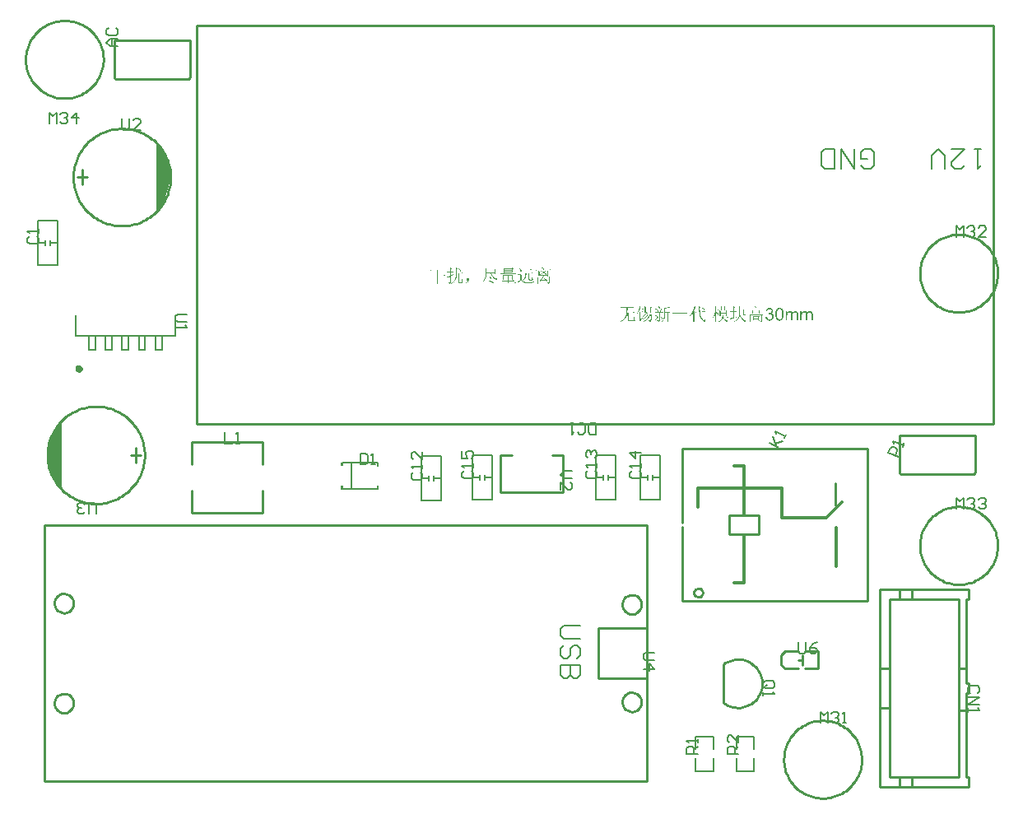
<source format=gto>
G04*
G04 #@! TF.GenerationSoftware,Altium Limited,Altium Designer,22.3.1 (43)*
G04*
G04 Layer_Color=65535*
%FSLAX25Y25*%
%MOIN*%
G70*
G04*
G04 #@! TF.SameCoordinates,02BA5850-5A12-481F-9A08-F1AC3C9BE478*
G04*
G04*
G04 #@! TF.FilePolarity,Positive*
G04*
G01*
G75*
%ADD10C,0.01000*%
%ADD11C,0.01575*%
%ADD12C,0.00500*%
%ADD13C,0.00600*%
%ADD14C,0.00598*%
%ADD15C,0.01181*%
%ADD16C,0.00800*%
G36*
X278087Y275370D02*
X279189D01*
Y276945D01*
X278087D01*
Y275370D01*
D02*
G37*
G36*
X279150Y286591D02*
X278087D01*
Y285016D01*
X279189D01*
X279150Y286591D01*
D02*
G37*
G36*
X165000Y275500D02*
Y303500D01*
X162000Y299500D01*
X160000Y293500D01*
X159000Y287500D01*
X160000Y283500D01*
X165000Y275500D01*
D02*
G37*
G36*
X203500Y416000D02*
Y388000D01*
X206500Y392000D01*
X208500Y398000D01*
X209500Y404000D01*
X208500Y408000D01*
X203500Y416000D01*
D02*
G37*
G36*
X404102Y349365D02*
X403850Y349169D01*
Y349165D01*
Y349154D01*
Y349136D01*
Y349110D01*
Y349076D01*
Y349036D01*
Y348991D01*
Y348943D01*
Y348888D01*
Y348829D01*
Y348766D01*
Y348699D01*
X403854Y348558D01*
Y348407D01*
Y348251D01*
X403858Y348089D01*
X403861Y347933D01*
Y347778D01*
X403865Y347630D01*
X403869Y347493D01*
X403872Y347430D01*
X403876Y347371D01*
Y347315D01*
X403880Y347267D01*
X403462Y347097D01*
Y347408D01*
X401675D01*
Y347212D01*
X401253Y347041D01*
Y347045D01*
Y347049D01*
Y347060D01*
Y347071D01*
X401256Y347112D01*
Y347160D01*
X401260Y347223D01*
X401264Y347297D01*
Y347382D01*
X401267Y347474D01*
X401271Y347574D01*
X401275Y347678D01*
Y347793D01*
X401279Y347907D01*
X401282Y348148D01*
Y348396D01*
Y348399D01*
Y348403D01*
Y348425D01*
Y348462D01*
Y348510D01*
Y348569D01*
Y348640D01*
X401279Y348717D01*
Y348806D01*
Y348903D01*
X401275Y349002D01*
X401271Y349110D01*
Y349224D01*
X401264Y349458D01*
X401253Y349698D01*
X401675Y349446D01*
X403432D01*
X403628Y349728D01*
X404102Y349365D01*
D02*
G37*
G36*
X411565Y349110D02*
X411465D01*
X411424Y349106D01*
X411376D01*
X411324Y349102D01*
X411269Y349099D01*
X411209Y349095D01*
X411084Y349088D01*
X410947Y349073D01*
X410810Y349054D01*
X410806D01*
X410791Y349050D01*
X410769Y349047D01*
X410740Y349043D01*
X410699Y349036D01*
X410647Y349028D01*
X410588Y349021D01*
X410518Y349010D01*
X410436Y348995D01*
X410344Y348984D01*
X410240Y348965D01*
X410129Y348947D01*
X410003Y348928D01*
X409866Y348906D01*
X409718Y348884D01*
X409555Y348858D01*
Y347267D01*
X410924D01*
X411287Y347630D01*
X411816Y347101D01*
X410814D01*
Y344529D01*
Y344525D01*
Y344511D01*
Y344485D01*
Y344451D01*
Y344407D01*
Y344355D01*
X410817Y344300D01*
Y344233D01*
Y344159D01*
X410821Y344081D01*
Y343996D01*
X410825Y343904D01*
X410828Y343808D01*
X410832Y343708D01*
X410836Y343604D01*
X410839Y343497D01*
X410421Y343301D01*
Y343304D01*
Y343319D01*
Y343338D01*
Y343367D01*
Y343408D01*
X410425Y343452D01*
Y343508D01*
Y343567D01*
Y343637D01*
X410429Y343715D01*
Y343800D01*
Y343893D01*
X410432Y343989D01*
Y344096D01*
Y344211D01*
X410436Y344329D01*
Y344459D01*
Y344592D01*
X410440Y344733D01*
Y344881D01*
Y345032D01*
Y345191D01*
X410443Y345358D01*
Y345528D01*
Y345706D01*
Y345887D01*
X410447Y346076D01*
Y346272D01*
Y346472D01*
Y346675D01*
Y346886D01*
Y347101D01*
X409555D01*
Y347097D01*
Y347078D01*
Y347056D01*
Y347023D01*
Y346978D01*
Y346927D01*
Y346871D01*
Y346805D01*
Y346734D01*
X409552Y346657D01*
X409548Y346571D01*
X409544Y346486D01*
X409541Y346394D01*
X409533Y346298D01*
X409518Y346094D01*
X409496Y345883D01*
X409467Y345669D01*
X409430Y345450D01*
X409385Y345239D01*
X409330Y345032D01*
X409297Y344936D01*
X409263Y344840D01*
X409223Y344747D01*
X409186Y344662D01*
X409141Y344581D01*
X409093Y344503D01*
Y344499D01*
X409086Y344496D01*
X409078Y344485D01*
X409071Y344470D01*
X409056Y344451D01*
X409041Y344429D01*
X409000Y344374D01*
X408952Y344311D01*
X408893Y344233D01*
X408827Y344152D01*
X408749Y344059D01*
X408664Y343967D01*
X408571Y343867D01*
X408471Y343767D01*
X408364Y343667D01*
X408249Y343567D01*
X408131Y343475D01*
X408009Y343382D01*
X407879Y343301D01*
X407824Y343386D01*
X407831Y343393D01*
X407850Y343408D01*
X407879Y343434D01*
X407916Y343467D01*
X407965Y343512D01*
X408016Y343563D01*
X408076Y343623D01*
X408142Y343689D01*
X408209Y343759D01*
X408283Y343837D01*
X408353Y343919D01*
X408423Y344007D01*
X408564Y344189D01*
X408631Y344281D01*
X408690Y344377D01*
X408693Y344385D01*
X408705Y344400D01*
X408719Y344429D01*
X408738Y344466D01*
X408764Y344514D01*
X408793Y344573D01*
X408823Y344640D01*
X408856Y344714D01*
X408889Y344795D01*
X408923Y344884D01*
X408956Y344977D01*
X408989Y345077D01*
X409019Y345180D01*
X409049Y345291D01*
X409074Y345406D01*
X409093Y345521D01*
Y345528D01*
X409097Y345550D01*
X409104Y345584D01*
X409108Y345635D01*
X409115Y345695D01*
X409126Y345769D01*
X409134Y345857D01*
X409145Y345954D01*
X409152Y346061D01*
X409160Y346183D01*
X409171Y346312D01*
X409178Y346449D01*
X409186Y346601D01*
X409189Y346757D01*
X409193Y346923D01*
Y347097D01*
Y347101D01*
Y347108D01*
Y347123D01*
Y347141D01*
Y347164D01*
Y347193D01*
Y347226D01*
Y347263D01*
Y347308D01*
Y347356D01*
Y347404D01*
Y347460D01*
X409189Y347522D01*
Y347585D01*
Y347652D01*
Y347722D01*
Y347874D01*
X409186Y348040D01*
X409182Y348218D01*
Y348407D01*
X409178Y348606D01*
X409174Y348814D01*
X409167Y349028D01*
X409163Y349250D01*
X409555Y348999D01*
X409559D01*
X409570Y349002D01*
X409585Y349006D01*
X409607Y349010D01*
X409633Y349017D01*
X409666Y349028D01*
X409703Y349036D01*
X409744Y349047D01*
X409789Y349062D01*
X409840Y349073D01*
X409948Y349106D01*
X410062Y349139D01*
X410188Y349180D01*
X410318Y349224D01*
X410447Y349272D01*
X410573Y349321D01*
X410699Y349376D01*
X410814Y349432D01*
X410921Y349491D01*
X410969Y349520D01*
X411013Y349550D01*
X411054Y349583D01*
X411091Y349613D01*
X411565Y349110D01*
D02*
G37*
G36*
X445719Y349887D02*
X445742Y349879D01*
X445775Y349865D01*
X445808Y349850D01*
X445853Y349835D01*
X445897Y349813D01*
X445945Y349794D01*
X446049Y349746D01*
X446148Y349698D01*
X446197Y349672D01*
X446241Y349646D01*
X446282Y349624D01*
X446315Y349598D01*
X446319D01*
X446322Y349591D01*
X446341Y349576D01*
X446367Y349550D01*
X446400Y349513D01*
X446433Y349472D01*
X446463Y349420D01*
X446485Y349365D01*
X446496Y349306D01*
Y349298D01*
Y349280D01*
Y349247D01*
X446493Y349210D01*
X446482Y349169D01*
X446467Y349125D01*
X446445Y349080D01*
X446411Y349039D01*
X446408Y349036D01*
X446396Y349025D01*
X446378Y349010D01*
X446359Y348991D01*
X446337Y348973D01*
X446319Y348958D01*
X446300Y348947D01*
X446285Y348943D01*
X446282D01*
X446271Y348947D01*
X446256Y348954D01*
X446234Y348973D01*
X446208Y348999D01*
X446197Y349017D01*
X446182Y349036D01*
X446167Y349062D01*
X446152Y349091D01*
X446134Y349125D01*
X446119Y349165D01*
Y349169D01*
X446115Y349180D01*
X446108Y349195D01*
X446097Y349217D01*
X446082Y349247D01*
X446067Y349280D01*
X446045Y349317D01*
X446023Y349361D01*
X445993Y349406D01*
X445960Y349458D01*
X445923Y349509D01*
X445882Y349565D01*
X445838Y349624D01*
X445786Y349683D01*
X445730Y349746D01*
X445671Y349809D01*
X445701Y349894D01*
X445705D01*
X445719Y349887D01*
D02*
G37*
G36*
X434042Y349587D02*
X433790Y349391D01*
Y348917D01*
X434349D01*
X434686Y349250D01*
X435189Y348751D01*
X433790D01*
Y348747D01*
Y348736D01*
Y348721D01*
Y348699D01*
Y348673D01*
Y348640D01*
X433794Y348606D01*
Y348569D01*
X433798Y348484D01*
X433802Y348396D01*
X433809Y348303D01*
X433820Y348218D01*
X433428Y348077D01*
Y348751D01*
X432477D01*
Y348218D01*
X432089Y348022D01*
Y348026D01*
Y348037D01*
X432092Y348055D01*
Y348081D01*
X432096Y348111D01*
Y348148D01*
X432100Y348192D01*
X432103Y348240D01*
Y348292D01*
X432107Y348347D01*
Y348407D01*
X432111Y348473D01*
X432114Y348606D01*
Y348751D01*
X431415D01*
X431164Y348692D01*
X430941Y348917D01*
X432114D01*
Y348921D01*
Y348936D01*
Y348958D01*
Y348988D01*
Y349025D01*
Y349069D01*
X432111Y349121D01*
Y349180D01*
Y349247D01*
X432107Y349321D01*
Y349398D01*
X432103Y349480D01*
X432100Y349569D01*
X432096Y349665D01*
X432092Y349761D01*
X432089Y349865D01*
X432703Y349587D01*
X432477Y349417D01*
Y348917D01*
X433428D01*
Y348925D01*
Y348939D01*
Y348965D01*
Y348999D01*
Y349043D01*
Y349095D01*
X433424Y349150D01*
Y349217D01*
Y349287D01*
X433421Y349365D01*
Y349446D01*
X433417Y349528D01*
X433409Y349709D01*
X433402Y349894D01*
X434042Y349587D01*
D02*
G37*
G36*
X449582Y348721D02*
X444073D01*
X444043Y348717D01*
X444006D01*
X443962Y348714D01*
X443917Y348710D01*
X443814Y348699D01*
X443699Y348684D01*
X443584Y348666D01*
X443466Y348636D01*
X443214Y348888D01*
X448772D01*
X449109Y349221D01*
X449582Y348721D01*
D02*
G37*
G36*
X448047Y348077D02*
X447851Y347937D01*
Y347929D01*
Y347907D01*
Y347874D01*
Y347826D01*
Y347770D01*
Y347707D01*
X447854Y347633D01*
Y347556D01*
Y347474D01*
X447858Y347389D01*
X447862Y347219D01*
X447865Y347134D01*
X447869Y347053D01*
X447876Y346975D01*
X447880Y346904D01*
X447488Y346764D01*
Y347075D01*
X445057D01*
Y346879D01*
X444639Y346708D01*
Y346712D01*
Y346727D01*
X444643Y346753D01*
Y346786D01*
X444646Y346827D01*
X444650Y346871D01*
Y346927D01*
X444654Y346986D01*
X444657Y347049D01*
X444661Y347115D01*
X444665Y347263D01*
X444668Y347419D01*
Y347574D01*
Y347578D01*
Y347593D01*
Y347615D01*
Y347644D01*
Y347685D01*
Y347730D01*
X444665Y347778D01*
Y347837D01*
Y347896D01*
X444661Y347963D01*
X444657Y348103D01*
X444650Y348255D01*
X444639Y348410D01*
X445087Y348188D01*
X447432D01*
X447684Y348440D01*
X448047Y348077D01*
D02*
G37*
G36*
X424326Y349361D02*
X424341Y349358D01*
X424359Y349350D01*
X424385Y349339D01*
X424415Y349332D01*
X424444Y349317D01*
X424481Y349306D01*
X424563Y349272D01*
X424655Y349239D01*
X424755Y349199D01*
X424859Y349158D01*
X424962Y349113D01*
X425066Y349065D01*
X425162Y349021D01*
X425251Y348973D01*
X425329Y348928D01*
X425366Y348906D01*
X425395Y348884D01*
X425421Y348862D01*
X425443Y348840D01*
X425462Y348821D01*
X425473Y348803D01*
Y348799D01*
X425477Y348795D01*
X425488Y348773D01*
X425502Y348736D01*
X425521Y348695D01*
X425539Y348651D01*
X425554Y348603D01*
X425565Y348562D01*
X425569Y348525D01*
Y348521D01*
Y348507D01*
X425565Y348484D01*
X425558Y348455D01*
X425547Y348418D01*
X425532Y348377D01*
X425514Y348336D01*
X425484Y348288D01*
X425480Y348285D01*
X425469Y348270D01*
X425454Y348248D01*
X425436Y348225D01*
X425414Y348203D01*
X425391Y348181D01*
X425369Y348166D01*
X425347Y348163D01*
X425343D01*
X425329Y348166D01*
X425306Y348177D01*
X425277Y348196D01*
X425244Y348225D01*
X425225Y348244D01*
X425207Y348270D01*
X425188Y348299D01*
X425166Y348333D01*
X425147Y348370D01*
X425125Y348414D01*
X425121Y348418D01*
X425114Y348429D01*
X425099Y348451D01*
X425081Y348477D01*
X425055Y348514D01*
X425022Y348555D01*
X424981Y348603D01*
X424936Y348655D01*
X424881Y348714D01*
X424822Y348777D01*
X424751Y348847D01*
X424677Y348921D01*
X424592Y348999D01*
X424496Y349080D01*
X424396Y349162D01*
X424285Y349250D01*
X424315Y349365D01*
X424319D01*
X424326Y349361D01*
D02*
G37*
G36*
X434630Y347796D02*
X434405Y347630D01*
Y347626D01*
Y347615D01*
Y347593D01*
Y347567D01*
Y347533D01*
Y347497D01*
Y347452D01*
Y347404D01*
Y347348D01*
Y347289D01*
Y347164D01*
X434408Y347023D01*
Y346879D01*
Y346731D01*
X434412Y346583D01*
X434416Y346435D01*
Y346298D01*
X434419Y346235D01*
Y346172D01*
X434423Y346113D01*
Y346061D01*
X434427Y346013D01*
X434431Y345968D01*
Y345931D01*
X434434Y345898D01*
X434042Y345732D01*
Y346068D01*
X433065D01*
Y346065D01*
Y346054D01*
X433062Y346031D01*
Y346005D01*
X433058Y345968D01*
X433054Y345928D01*
X433050Y345883D01*
X433043Y345831D01*
X433039Y345772D01*
X433032Y345709D01*
X433025Y345643D01*
X433017Y345572D01*
X432999Y345421D01*
X432980Y345258D01*
X434379D01*
X434741Y345621D01*
X435271Y345092D01*
X433206D01*
X433210Y345088D01*
X433221Y345069D01*
X433239Y345047D01*
X433261Y345010D01*
X433291Y344969D01*
X433328Y344921D01*
X433372Y344869D01*
X433421Y344810D01*
X433476Y344747D01*
X433535Y344681D01*
X433602Y344611D01*
X433672Y344544D01*
X433746Y344474D01*
X433827Y344403D01*
X433913Y344333D01*
X434001Y344266D01*
X434009Y344263D01*
X434024Y344252D01*
X434053Y344233D01*
X434090Y344211D01*
X434138Y344185D01*
X434198Y344152D01*
X434264Y344122D01*
X434342Y344085D01*
X434427Y344052D01*
X434519Y344015D01*
X434623Y343982D01*
X434730Y343948D01*
X434849Y343922D01*
X434974Y343896D01*
X435108Y343878D01*
X435245Y343863D01*
Y343752D01*
X435241D01*
X435230Y343748D01*
X435211Y343745D01*
X435185Y343737D01*
X435156Y343730D01*
X435122Y343719D01*
X435041Y343686D01*
X435000Y343663D01*
X434956Y343641D01*
X434912Y343612D01*
X434867Y343575D01*
X434823Y343537D01*
X434782Y343493D01*
X434745Y343445D01*
X434712Y343390D01*
X434708D01*
X434701Y343393D01*
X434686Y343401D01*
X434664Y343412D01*
X434638Y343423D01*
X434608Y343438D01*
X434571Y343456D01*
X434534Y343475D01*
X434490Y343500D01*
X434442Y343526D01*
X434338Y343589D01*
X434223Y343667D01*
X434161Y343711D01*
X434098Y343759D01*
X434035Y343811D01*
X433968Y343867D01*
X433902Y343926D01*
X433831Y343989D01*
X433765Y344056D01*
X433694Y344126D01*
X433628Y344203D01*
X433557Y344281D01*
X433491Y344366D01*
X433424Y344455D01*
X433361Y344548D01*
X433298Y344648D01*
X433236Y344751D01*
X433176Y344858D01*
X433121Y344969D01*
X433065Y345088D01*
X432954D01*
Y345084D01*
X432951Y345069D01*
X432943Y345051D01*
X432932Y345021D01*
X432917Y344984D01*
X432899Y344943D01*
X432880Y344895D01*
X432854Y344840D01*
X432825Y344781D01*
X432792Y344718D01*
X432751Y344651D01*
X432706Y344581D01*
X432658Y344507D01*
X432607Y344433D01*
X432547Y344355D01*
X432484Y344278D01*
X432414Y344196D01*
X432336Y344118D01*
X432255Y344037D01*
X432163Y343959D01*
X432070Y343882D01*
X431966Y343808D01*
X431855Y343734D01*
X431741Y343663D01*
X431615Y343597D01*
X431485Y343537D01*
X431345Y343478D01*
X431197Y343426D01*
X431041Y343378D01*
X430879Y343338D01*
X430705Y343301D01*
X430523Y343275D01*
X430494Y343360D01*
X430498D01*
X430505Y343364D01*
X430516Y343367D01*
X430535Y343371D01*
X430557Y343378D01*
X430583Y343382D01*
X430612Y343393D01*
X430646Y343404D01*
X430723Y343426D01*
X430812Y343456D01*
X430908Y343489D01*
X431015Y343530D01*
X431126Y343575D01*
X431238Y343626D01*
X431356Y343682D01*
X431471Y343745D01*
X431585Y343811D01*
X431693Y343882D01*
X431796Y343963D01*
X431889Y344044D01*
X431892Y344048D01*
X431911Y344067D01*
X431933Y344092D01*
X431966Y344126D01*
X432007Y344170D01*
X432052Y344222D01*
X432100Y344281D01*
X432151Y344348D01*
X432207Y344422D01*
X432262Y344503D01*
X432318Y344588D01*
X432373Y344681D01*
X432429Y344777D01*
X432477Y344877D01*
X432521Y344984D01*
X432562Y345092D01*
X431548D01*
X431519Y345088D01*
X431482D01*
X431437Y345084D01*
X431393Y345080D01*
X431289Y345069D01*
X431175Y345055D01*
X431060Y345036D01*
X430941Y345006D01*
X430690Y345258D01*
X432592D01*
Y345262D01*
X432595Y345273D01*
Y345288D01*
X432599Y345310D01*
X432607Y345339D01*
X432610Y345373D01*
X432618Y345417D01*
X432621Y345465D01*
X432629Y345517D01*
X432636Y345576D01*
X432644Y345643D01*
X432651Y345717D01*
X432655Y345795D01*
X432662Y345880D01*
X432669Y345972D01*
X432673Y346068D01*
X431974D01*
Y345843D01*
X431585Y345676D01*
Y345680D01*
Y345684D01*
Y345695D01*
Y345709D01*
X431589Y345750D01*
Y345802D01*
X431593Y345865D01*
Y345942D01*
X431596Y346024D01*
X431600Y346116D01*
Y346213D01*
X431604Y346312D01*
X431607Y346523D01*
X431611Y346734D01*
Y346834D01*
Y346930D01*
Y346938D01*
Y346953D01*
Y346982D01*
Y347019D01*
Y347067D01*
Y347127D01*
X431607Y347193D01*
Y347267D01*
Y347348D01*
X431604Y347437D01*
Y347533D01*
X431600Y347637D01*
X431596Y347748D01*
X431593Y347859D01*
X431589Y347981D01*
X431585Y348103D01*
X431974Y347881D01*
X434016D01*
X434238Y348133D01*
X434630Y347796D01*
D02*
G37*
G36*
X406177Y348518D02*
X406192Y348510D01*
X406211Y348499D01*
X406237Y348481D01*
X406270Y348459D01*
X406307Y348433D01*
X406388Y348377D01*
X406481Y348310D01*
X406570Y348240D01*
X406610Y348207D01*
X406651Y348170D01*
X406688Y348137D01*
X406718Y348103D01*
X406721D01*
X406725Y348096D01*
X406743Y348074D01*
X406766Y348044D01*
X406795Y348003D01*
X406825Y347955D01*
X406847Y347903D01*
X406866Y347852D01*
X406873Y347796D01*
Y347789D01*
Y347774D01*
X406869Y347744D01*
X406862Y347711D01*
X406847Y347667D01*
X406832Y347622D01*
X406806Y347570D01*
X406773Y347519D01*
X406769Y347511D01*
X406758Y347497D01*
X406740Y347474D01*
X406721Y347448D01*
X406703Y347423D01*
X406681Y347400D01*
X406662Y347386D01*
X406651Y347378D01*
X406647D01*
X406636Y347382D01*
X406621Y347389D01*
X406603Y347408D01*
X406581Y347434D01*
X406566Y347452D01*
X406555Y347474D01*
X406544Y347500D01*
X406533Y347530D01*
X406522Y347563D01*
X406510Y347604D01*
Y347607D01*
X406507Y347619D01*
X406499Y347637D01*
X406492Y347663D01*
X406481Y347696D01*
X406466Y347737D01*
X406448Y347785D01*
X406425Y347837D01*
X406399Y347896D01*
X406370Y347959D01*
X406336Y348033D01*
X406299Y348107D01*
X406255Y348188D01*
X406207Y348277D01*
X406151Y348370D01*
X406092Y348466D01*
X406174Y348521D01*
X406177Y348518D01*
D02*
G37*
G36*
X468215Y347789D02*
X468256D01*
X468300Y347781D01*
X468352Y347778D01*
X468411Y347767D01*
X468478Y347756D01*
X468545Y347737D01*
X468611Y347719D01*
X468681Y347693D01*
X468755Y347663D01*
X468822Y347630D01*
X468889Y347585D01*
X468952Y347541D01*
X469011Y347485D01*
X469015Y347482D01*
X469026Y347471D01*
X469040Y347452D01*
X469059Y347426D01*
X469081Y347397D01*
X469107Y347356D01*
X469133Y347308D01*
X469163Y347252D01*
X469188Y347189D01*
X469214Y347123D01*
X469240Y347045D01*
X469262Y346960D01*
X469285Y346867D01*
X469299Y346768D01*
X469307Y346660D01*
X469311Y346546D01*
Y344000D01*
X468681D01*
Y346335D01*
Y346338D01*
Y346353D01*
Y346372D01*
Y346398D01*
Y346427D01*
X468678Y346464D01*
X468674Y346546D01*
X468667Y346634D01*
X468656Y346723D01*
X468641Y346808D01*
X468630Y346845D01*
X468619Y346879D01*
Y346882D01*
X468615Y346886D01*
X468608Y346904D01*
X468593Y346938D01*
X468571Y346975D01*
X468537Y347016D01*
X468500Y347060D01*
X468452Y347104D01*
X468397Y347145D01*
X468389Y347149D01*
X468367Y347160D01*
X468334Y347178D01*
X468289Y347197D01*
X468234Y347215D01*
X468171Y347234D01*
X468097Y347245D01*
X468019Y347249D01*
X467982D01*
X467956Y347245D01*
X467923Y347241D01*
X467882Y347234D01*
X467838Y347226D01*
X467794Y347215D01*
X467742Y347200D01*
X467690Y347186D01*
X467638Y347164D01*
X467583Y347138D01*
X467527Y347108D01*
X467475Y347071D01*
X467423Y347034D01*
X467372Y346986D01*
X467368Y346982D01*
X467361Y346975D01*
X467349Y346960D01*
X467331Y346938D01*
X467312Y346908D01*
X467290Y346875D01*
X467268Y346834D01*
X467242Y346786D01*
X467220Y346731D01*
X467194Y346668D01*
X467172Y346601D01*
X467153Y346527D01*
X467135Y346442D01*
X467124Y346353D01*
X467116Y346257D01*
X467113Y346153D01*
Y344000D01*
X466484D01*
Y346409D01*
Y346412D01*
Y346427D01*
Y346449D01*
X466480Y346479D01*
Y346512D01*
X466476Y346553D01*
X466473Y346597D01*
X466465Y346645D01*
X466447Y346745D01*
X466417Y346849D01*
X466380Y346949D01*
X466354Y346997D01*
X466328Y347038D01*
Y347041D01*
X466321Y347045D01*
X466314Y347056D01*
X466299Y347071D01*
X466284Y347086D01*
X466262Y347104D01*
X466236Y347123D01*
X466210Y347145D01*
X466177Y347164D01*
X466140Y347182D01*
X466099Y347200D01*
X466051Y347215D01*
X466003Y347230D01*
X465947Y347241D01*
X465888Y347245D01*
X465825Y347249D01*
X465799D01*
X465781Y347245D01*
X465759D01*
X465729Y347241D01*
X465666Y347230D01*
X465592Y347215D01*
X465507Y347189D01*
X465422Y347156D01*
X465337Y347108D01*
X465333D01*
X465326Y347101D01*
X465314Y347093D01*
X465300Y347082D01*
X465259Y347049D01*
X465211Y347004D01*
X465155Y346945D01*
X465104Y346875D01*
X465052Y346794D01*
X465007Y346697D01*
Y346694D01*
X465004Y346686D01*
X465000Y346668D01*
X464993Y346649D01*
X464985Y346620D01*
X464974Y346586D01*
X464967Y346546D01*
X464959Y346501D01*
X464948Y346449D01*
X464941Y346390D01*
X464930Y346327D01*
X464922Y346257D01*
X464919Y346183D01*
X464911Y346102D01*
X464908Y346017D01*
Y345924D01*
Y344000D01*
X464279D01*
Y347711D01*
X464841D01*
Y347186D01*
X464845Y347189D01*
X464848Y347197D01*
X464859Y347212D01*
X464874Y347230D01*
X464889Y347256D01*
X464911Y347282D01*
X464963Y347345D01*
X465030Y347415D01*
X465111Y347485D01*
X465200Y347559D01*
X465303Y347626D01*
X465307Y347630D01*
X465318Y347633D01*
X465333Y347641D01*
X465355Y347652D01*
X465381Y347663D01*
X465414Y347678D01*
X465455Y347693D01*
X465496Y347711D01*
X465544Y347726D01*
X465592Y347741D01*
X465648Y347756D01*
X465707Y347767D01*
X465833Y347785D01*
X465899Y347793D01*
X466006D01*
X466036Y347789D01*
X466069D01*
X466110Y347785D01*
X466158Y347778D01*
X466206Y347770D01*
X466314Y347752D01*
X466425Y347719D01*
X466539Y347678D01*
X466591Y347648D01*
X466643Y347619D01*
X466646Y347615D01*
X466654Y347611D01*
X466669Y347600D01*
X466687Y347589D01*
X466706Y347570D01*
X466732Y347548D01*
X466787Y347497D01*
X466850Y347426D01*
X466909Y347345D01*
X466965Y347249D01*
X467013Y347141D01*
Y347145D01*
X467017Y347149D01*
X467035Y347171D01*
X467057Y347200D01*
X467094Y347245D01*
X467139Y347293D01*
X467190Y347348D01*
X467253Y347408D01*
X467324Y347467D01*
X467401Y347526D01*
X467490Y347585D01*
X467583Y347641D01*
X467686Y347693D01*
X467794Y347733D01*
X467912Y347763D01*
X468034Y347785D01*
X468097Y347793D01*
X468189D01*
X468215Y347789D01*
D02*
G37*
G36*
X462258D02*
X462299D01*
X462343Y347781D01*
X462395Y347778D01*
X462454Y347767D01*
X462521Y347756D01*
X462588Y347737D01*
X462654Y347719D01*
X462724Y347693D01*
X462799Y347663D01*
X462865Y347630D01*
X462932Y347585D01*
X462995Y347541D01*
X463054Y347485D01*
X463058Y347482D01*
X463069Y347471D01*
X463083Y347452D01*
X463102Y347426D01*
X463124Y347397D01*
X463150Y347356D01*
X463176Y347308D01*
X463205Y347252D01*
X463231Y347189D01*
X463257Y347123D01*
X463283Y347045D01*
X463305Y346960D01*
X463328Y346867D01*
X463342Y346768D01*
X463350Y346660D01*
X463353Y346546D01*
Y344000D01*
X462724D01*
Y346335D01*
Y346338D01*
Y346353D01*
Y346372D01*
Y346398D01*
Y346427D01*
X462721Y346464D01*
X462717Y346546D01*
X462710Y346634D01*
X462699Y346723D01*
X462684Y346808D01*
X462673Y346845D01*
X462662Y346879D01*
Y346882D01*
X462658Y346886D01*
X462650Y346904D01*
X462636Y346938D01*
X462613Y346975D01*
X462580Y347016D01*
X462543Y347060D01*
X462495Y347104D01*
X462440Y347145D01*
X462432Y347149D01*
X462410Y347160D01*
X462377Y347178D01*
X462332Y347197D01*
X462277Y347215D01*
X462214Y347234D01*
X462140Y347245D01*
X462062Y347249D01*
X462025D01*
X461999Y347245D01*
X461966Y347241D01*
X461925Y347234D01*
X461881Y347226D01*
X461836Y347215D01*
X461785Y347200D01*
X461733Y347186D01*
X461681Y347164D01*
X461626Y347138D01*
X461570Y347108D01*
X461518Y347071D01*
X461467Y347034D01*
X461415Y346986D01*
X461411Y346982D01*
X461404Y346975D01*
X461392Y346960D01*
X461374Y346938D01*
X461355Y346908D01*
X461333Y346875D01*
X461311Y346834D01*
X461285Y346786D01*
X461263Y346731D01*
X461237Y346668D01*
X461215Y346601D01*
X461196Y346527D01*
X461178Y346442D01*
X461167Y346353D01*
X461159Y346257D01*
X461156Y346153D01*
Y344000D01*
X460527D01*
Y346409D01*
Y346412D01*
Y346427D01*
Y346449D01*
X460523Y346479D01*
Y346512D01*
X460519Y346553D01*
X460516Y346597D01*
X460508Y346645D01*
X460490Y346745D01*
X460460Y346849D01*
X460423Y346949D01*
X460397Y346997D01*
X460371Y347038D01*
Y347041D01*
X460364Y347045D01*
X460357Y347056D01*
X460342Y347071D01*
X460327Y347086D01*
X460305Y347104D01*
X460279Y347123D01*
X460253Y347145D01*
X460220Y347164D01*
X460183Y347182D01*
X460142Y347200D01*
X460094Y347215D01*
X460046Y347230D01*
X459990Y347241D01*
X459931Y347245D01*
X459868Y347249D01*
X459842D01*
X459824Y347245D01*
X459801D01*
X459772Y347241D01*
X459709Y347230D01*
X459635Y347215D01*
X459550Y347189D01*
X459465Y347156D01*
X459380Y347108D01*
X459376D01*
X459369Y347101D01*
X459358Y347093D01*
X459343Y347082D01*
X459302Y347049D01*
X459254Y347004D01*
X459198Y346945D01*
X459147Y346875D01*
X459095Y346794D01*
X459050Y346697D01*
Y346694D01*
X459047Y346686D01*
X459043Y346668D01*
X459036Y346649D01*
X459028Y346620D01*
X459017Y346586D01*
X459010Y346546D01*
X459002Y346501D01*
X458991Y346449D01*
X458984Y346390D01*
X458973Y346327D01*
X458965Y346257D01*
X458962Y346183D01*
X458954Y346102D01*
X458951Y346017D01*
Y345924D01*
Y344000D01*
X458322D01*
Y347711D01*
X458884D01*
Y347186D01*
X458888Y347189D01*
X458891Y347197D01*
X458902Y347212D01*
X458917Y347230D01*
X458932Y347256D01*
X458954Y347282D01*
X459006Y347345D01*
X459073Y347415D01*
X459154Y347485D01*
X459243Y347559D01*
X459346Y347626D01*
X459350Y347630D01*
X459361Y347633D01*
X459376Y347641D01*
X459398Y347652D01*
X459424Y347663D01*
X459457Y347678D01*
X459498Y347693D01*
X459539Y347711D01*
X459587Y347726D01*
X459635Y347741D01*
X459691Y347756D01*
X459750Y347767D01*
X459875Y347785D01*
X459942Y347793D01*
X460049D01*
X460079Y347789D01*
X460112D01*
X460153Y347785D01*
X460201Y347778D01*
X460249Y347770D01*
X460357Y347752D01*
X460467Y347719D01*
X460582Y347678D01*
X460634Y347648D01*
X460686Y347619D01*
X460689Y347615D01*
X460697Y347611D01*
X460712Y347600D01*
X460730Y347589D01*
X460749Y347570D01*
X460775Y347548D01*
X460830Y347497D01*
X460893Y347426D01*
X460952Y347345D01*
X461008Y347249D01*
X461056Y347141D01*
Y347145D01*
X461060Y347149D01*
X461078Y347171D01*
X461100Y347200D01*
X461137Y347245D01*
X461182Y347293D01*
X461233Y347348D01*
X461296Y347408D01*
X461367Y347467D01*
X461444Y347526D01*
X461533Y347585D01*
X461626Y347641D01*
X461729Y347693D01*
X461836Y347733D01*
X461955Y347763D01*
X462077Y347785D01*
X462140Y347793D01*
X462232D01*
X462258Y347789D01*
D02*
G37*
G36*
X451869Y349136D02*
X451906D01*
X451950Y349128D01*
X451998Y349125D01*
X452050Y349117D01*
X452109Y349106D01*
X452168Y349095D01*
X452298Y349062D01*
X452368Y349043D01*
X452435Y349017D01*
X452501Y348991D01*
X452568Y348958D01*
X452572Y348954D01*
X452583Y348951D01*
X452601Y348939D01*
X452627Y348925D01*
X452657Y348906D01*
X452690Y348884D01*
X452727Y348858D01*
X452768Y348829D01*
X452857Y348758D01*
X452945Y348673D01*
X453030Y348577D01*
X453071Y348521D01*
X453108Y348466D01*
X453112Y348462D01*
X453116Y348451D01*
X453127Y348436D01*
X453138Y348410D01*
X453153Y348384D01*
X453167Y348347D01*
X453186Y348310D01*
X453204Y348266D01*
X453219Y348218D01*
X453238Y348170D01*
X453267Y348059D01*
X453290Y347937D01*
X453293Y347874D01*
X453297Y347807D01*
Y347804D01*
Y347793D01*
Y347774D01*
X453293Y347752D01*
Y347722D01*
X453286Y347689D01*
X453282Y347648D01*
X453275Y347607D01*
X453253Y347511D01*
X453219Y347411D01*
X453201Y347360D01*
X453175Y347304D01*
X453149Y347252D01*
X453116Y347200D01*
X453112Y347197D01*
X453108Y347189D01*
X453097Y347175D01*
X453082Y347156D01*
X453064Y347134D01*
X453042Y347108D01*
X453016Y347078D01*
X452982Y347045D01*
X452949Y347012D01*
X452908Y346978D01*
X452868Y346941D01*
X452820Y346904D01*
X452768Y346871D01*
X452712Y346834D01*
X452653Y346801D01*
X452590Y346771D01*
X452594D01*
X452609Y346768D01*
X452635Y346760D01*
X452664Y346749D01*
X452705Y346738D01*
X452749Y346720D01*
X452797Y346701D01*
X452849Y346675D01*
X452905Y346649D01*
X452964Y346616D01*
X453023Y346583D01*
X453082Y346542D01*
X453138Y346498D01*
X453193Y346449D01*
X453249Y346394D01*
X453297Y346335D01*
X453301Y346331D01*
X453308Y346320D01*
X453319Y346301D01*
X453338Y346275D01*
X453356Y346242D01*
X453378Y346205D01*
X453401Y346161D01*
X453423Y346109D01*
X453445Y346050D01*
X453471Y345987D01*
X453489Y345920D01*
X453508Y345846D01*
X453526Y345769D01*
X453537Y345687D01*
X453545Y345602D01*
X453548Y345510D01*
Y345502D01*
Y345480D01*
X453545Y345443D01*
X453541Y345399D01*
X453534Y345339D01*
X453523Y345273D01*
X453508Y345199D01*
X453486Y345117D01*
X453460Y345029D01*
X453430Y344940D01*
X453389Y344844D01*
X453341Y344747D01*
X453286Y344651D01*
X453219Y344555D01*
X453141Y344462D01*
X453056Y344374D01*
X453049Y344370D01*
X453034Y344355D01*
X453008Y344329D01*
X452968Y344300D01*
X452919Y344266D01*
X452864Y344226D01*
X452794Y344185D01*
X452720Y344141D01*
X452635Y344096D01*
X452538Y344056D01*
X452438Y344015D01*
X452327Y343982D01*
X452213Y343952D01*
X452087Y343926D01*
X451958Y343911D01*
X451821Y343907D01*
X451791D01*
X451754Y343911D01*
X451710Y343915D01*
X451650Y343919D01*
X451584Y343930D01*
X451510Y343941D01*
X451428Y343959D01*
X451343Y343978D01*
X451251Y344004D01*
X451158Y344037D01*
X451062Y344078D01*
X450970Y344122D01*
X450877Y344174D01*
X450785Y344237D01*
X450700Y344307D01*
X450696Y344311D01*
X450681Y344326D01*
X450659Y344348D01*
X450629Y344381D01*
X450596Y344422D01*
X450555Y344470D01*
X450515Y344525D01*
X450470Y344588D01*
X450426Y344659D01*
X450381Y344740D01*
X450341Y344825D01*
X450300Y344918D01*
X450267Y345018D01*
X450233Y345121D01*
X450211Y345232D01*
X450196Y345351D01*
X450825Y345436D01*
Y345428D01*
X450829Y345413D01*
X450836Y345384D01*
X450847Y345347D01*
X450859Y345302D01*
X450873Y345254D01*
X450892Y345199D01*
X450910Y345140D01*
X450962Y345010D01*
X451025Y344884D01*
X451062Y344821D01*
X451103Y344762D01*
X451144Y344710D01*
X451192Y344662D01*
X451195Y344659D01*
X451203Y344651D01*
X451218Y344640D01*
X451240Y344625D01*
X451262Y344607D01*
X451295Y344588D01*
X451329Y344566D01*
X451369Y344548D01*
X451414Y344525D01*
X451462Y344503D01*
X451513Y344485D01*
X451569Y344466D01*
X451628Y344451D01*
X451691Y344440D01*
X451754Y344433D01*
X451824Y344429D01*
X451843D01*
X451869Y344433D01*
X451898D01*
X451939Y344440D01*
X451983Y344444D01*
X452032Y344455D01*
X452087Y344466D01*
X452142Y344485D01*
X452205Y344503D01*
X452268Y344529D01*
X452331Y344559D01*
X452394Y344596D01*
X452457Y344636D01*
X452516Y344681D01*
X452575Y344736D01*
X452579Y344740D01*
X452590Y344751D01*
X452605Y344766D01*
X452624Y344792D01*
X452646Y344821D01*
X452672Y344858D01*
X452701Y344899D01*
X452731Y344947D01*
X452757Y344999D01*
X452786Y345058D01*
X452812Y345117D01*
X452834Y345188D01*
X452853Y345258D01*
X452868Y345332D01*
X452879Y345413D01*
X452882Y345495D01*
Y345498D01*
Y345513D01*
Y345535D01*
X452879Y345569D01*
X452875Y345602D01*
X452868Y345647D01*
X452860Y345695D01*
X452845Y345746D01*
X452831Y345802D01*
X452812Y345861D01*
X452790Y345920D01*
X452764Y345979D01*
X452731Y346039D01*
X452690Y346098D01*
X452649Y346153D01*
X452598Y346209D01*
X452594Y346213D01*
X452587Y346220D01*
X452568Y346235D01*
X452546Y346253D01*
X452520Y346275D01*
X452487Y346298D01*
X452446Y346324D01*
X452401Y346350D01*
X452353Y346375D01*
X452298Y346401D01*
X452239Y346424D01*
X452176Y346446D01*
X452109Y346464D01*
X452035Y346479D01*
X451961Y346486D01*
X451880Y346490D01*
X451847D01*
X451810Y346486D01*
X451758Y346483D01*
X451691Y346475D01*
X451617Y346461D01*
X451532Y346446D01*
X451436Y346424D01*
X451506Y346975D01*
X451517D01*
X451528Y346971D01*
X451543D01*
X451576Y346967D01*
X451647D01*
X451673Y346971D01*
X451710Y346975D01*
X451750Y346978D01*
X451795Y346986D01*
X451847Y346993D01*
X451902Y347004D01*
X451958Y347019D01*
X452080Y347056D01*
X452142Y347078D01*
X452205Y347108D01*
X452268Y347138D01*
X452327Y347175D01*
X452331Y347178D01*
X452342Y347186D01*
X452357Y347197D01*
X452379Y347215D01*
X452401Y347237D01*
X452431Y347263D01*
X452457Y347297D01*
X452490Y347334D01*
X452520Y347378D01*
X452550Y347426D01*
X452575Y347478D01*
X452598Y347537D01*
X452620Y347600D01*
X452635Y347670D01*
X452646Y347744D01*
X452649Y347822D01*
Y347826D01*
Y347837D01*
Y347855D01*
X452646Y347881D01*
X452642Y347907D01*
X452638Y347944D01*
X452631Y347981D01*
X452620Y348022D01*
X452590Y348111D01*
X452572Y348159D01*
X452550Y348207D01*
X452524Y348255D01*
X452490Y348303D01*
X452453Y348347D01*
X452413Y348392D01*
X452409Y348396D01*
X452401Y348403D01*
X452390Y348414D01*
X452372Y348429D01*
X452346Y348444D01*
X452320Y348466D01*
X452287Y348484D01*
X452250Y348507D01*
X452209Y348529D01*
X452165Y348547D01*
X452113Y348569D01*
X452061Y348584D01*
X452002Y348599D01*
X451943Y348610D01*
X451876Y348618D01*
X451810Y348621D01*
X451772D01*
X451750Y348618D01*
X451717Y348614D01*
X451680Y348610D01*
X451639Y348603D01*
X451595Y348592D01*
X451499Y348566D01*
X451451Y348547D01*
X451399Y348521D01*
X451347Y348496D01*
X451295Y348466D01*
X451247Y348429D01*
X451199Y348388D01*
X451195Y348384D01*
X451188Y348377D01*
X451177Y348362D01*
X451158Y348344D01*
X451140Y348322D01*
X451118Y348292D01*
X451095Y348255D01*
X451069Y348218D01*
X451044Y348170D01*
X451018Y348118D01*
X450988Y348063D01*
X450966Y348000D01*
X450940Y347933D01*
X450921Y347863D01*
X450903Y347785D01*
X450888Y347700D01*
X450259Y347811D01*
Y347815D01*
Y347818D01*
X450267Y347841D01*
X450274Y347870D01*
X450285Y347915D01*
X450300Y347970D01*
X450318Y348029D01*
X450341Y348096D01*
X450366Y348170D01*
X450400Y348248D01*
X450437Y348329D01*
X450481Y348410D01*
X450529Y348492D01*
X450581Y348573D01*
X450640Y348651D01*
X450707Y348725D01*
X450781Y348792D01*
X450785Y348795D01*
X450799Y348806D01*
X450822Y348825D01*
X450855Y348847D01*
X450896Y348873D01*
X450944Y348903D01*
X450999Y348932D01*
X451062Y348965D01*
X451132Y348999D01*
X451210Y349028D01*
X451292Y349058D01*
X451380Y349084D01*
X451476Y349106D01*
X451580Y349125D01*
X451687Y349136D01*
X451798Y349139D01*
X451839D01*
X451869Y349136D01*
D02*
G37*
G36*
X418891Y346794D02*
X413452D01*
X413411Y346790D01*
X413367D01*
X413318Y346786D01*
X413263Y346782D01*
X413144Y346771D01*
X413019Y346757D01*
X412893Y346738D01*
X412771Y346708D01*
X412519Y346960D01*
X417718D01*
X418276Y347408D01*
X418891Y346794D01*
D02*
G37*
G36*
X449194Y346320D02*
X448942Y346150D01*
Y343974D01*
Y343970D01*
Y343963D01*
Y343948D01*
Y343930D01*
X448938Y343904D01*
Y343878D01*
X448931Y343815D01*
X448920Y343748D01*
X448905Y343674D01*
X448886Y343608D01*
X448857Y343545D01*
X448853Y343537D01*
X448838Y343519D01*
X448812Y343489D01*
X448775Y343452D01*
X448753Y343434D01*
X448724Y343412D01*
X448690Y343390D01*
X448657Y343367D01*
X448616Y343341D01*
X448568Y343319D01*
X448520Y343297D01*
X448465Y343275D01*
Y343279D01*
X448457Y343293D01*
X448450Y343312D01*
X448435Y343338D01*
X448413Y343371D01*
X448387Y343408D01*
X448350Y343452D01*
X448306Y343497D01*
X448250Y343541D01*
X448183Y343589D01*
X448109Y343641D01*
X448017Y343689D01*
X447917Y343737D01*
X447858Y343759D01*
X447799Y343782D01*
X447736Y343804D01*
X447666Y343826D01*
X447595Y343845D01*
X447517Y343863D01*
Y343974D01*
X447525D01*
X447547Y343970D01*
X447584Y343967D01*
X447628Y343963D01*
X447684Y343956D01*
X447747Y343948D01*
X447814Y343941D01*
X447888Y343933D01*
X448035Y343915D01*
X448106Y343907D01*
X448176Y343900D01*
X448239Y343893D01*
X448294Y343885D01*
X448343Y343882D01*
X448380Y343878D01*
X448406D01*
X448435Y343885D01*
X448465Y343896D01*
X448494Y343922D01*
X448509Y343937D01*
X448524Y343959D01*
X448535Y343982D01*
X448542Y344011D01*
X448550Y344044D01*
Y344081D01*
Y346264D01*
X444106D01*
Y343556D01*
X443718Y343360D01*
Y343364D01*
Y343371D01*
Y343382D01*
Y343397D01*
Y343419D01*
X443721Y343441D01*
Y343471D01*
Y343504D01*
X443725Y343578D01*
Y343667D01*
X443729Y343771D01*
X443732Y343882D01*
Y344004D01*
X443736Y344133D01*
Y344270D01*
X443740Y344411D01*
Y344559D01*
X443744Y344710D01*
Y345018D01*
Y345021D01*
Y345029D01*
Y345040D01*
Y345055D01*
Y345077D01*
Y345099D01*
Y345128D01*
Y345158D01*
Y345236D01*
Y345325D01*
X443740Y345425D01*
Y345535D01*
Y345658D01*
X443736Y345787D01*
Y345924D01*
X443732Y346068D01*
X443729Y346216D01*
X443725Y346372D01*
X443718Y346683D01*
X444106Y346431D01*
X448524D01*
X448801Y346708D01*
X449194Y346320D01*
D02*
G37*
G36*
X430523Y349587D02*
X430242Y349391D01*
Y348218D01*
X430549D01*
X430886Y348551D01*
X431389Y348052D01*
X430242D01*
Y347352D01*
X430246D01*
X430250Y347348D01*
X430272Y347337D01*
X430301Y347323D01*
X430346Y347300D01*
X430398Y347274D01*
X430453Y347245D01*
X430516Y347212D01*
X430583Y347175D01*
X430720Y347097D01*
X430786Y347056D01*
X430849Y347016D01*
X430908Y346975D01*
X430960Y346938D01*
X431004Y346901D01*
X431038Y346864D01*
X431041Y346860D01*
X431045Y346856D01*
X431064Y346834D01*
X431086Y346797D01*
X431115Y346753D01*
X431145Y346697D01*
X431167Y346638D01*
X431186Y346575D01*
X431193Y346512D01*
Y346509D01*
Y346494D01*
X431189Y346468D01*
X431186Y346438D01*
X431175Y346398D01*
X431164Y346353D01*
X431145Y346301D01*
X431123Y346246D01*
X431119Y346238D01*
X431112Y346224D01*
X431097Y346198D01*
X431082Y346172D01*
X431060Y346142D01*
X431041Y346116D01*
X431019Y346102D01*
X430997Y346094D01*
X430993D01*
X430982Y346098D01*
X430964Y346109D01*
X430941Y346131D01*
X430927Y346150D01*
X430912Y346168D01*
X430897Y346194D01*
X430879Y346224D01*
X430860Y346261D01*
X430842Y346301D01*
X430823Y346346D01*
X430801Y346401D01*
X430797Y346405D01*
X430794Y346420D01*
X430779Y346446D01*
X430764Y346475D01*
X430745Y346516D01*
X430720Y346560D01*
X430690Y346612D01*
X430657Y346668D01*
X430620Y346727D01*
X430579Y346790D01*
X430531Y346853D01*
X430483Y346919D01*
X430427Y346986D01*
X430372Y347053D01*
X430309Y347119D01*
X430242Y347182D01*
Y347178D01*
Y347175D01*
Y347164D01*
Y347149D01*
Y347130D01*
Y347108D01*
Y347056D01*
Y346990D01*
Y346908D01*
Y346816D01*
Y346716D01*
Y346605D01*
Y346483D01*
Y346357D01*
Y346220D01*
X430246Y346079D01*
Y345931D01*
Y345783D01*
Y345628D01*
Y345317D01*
X430250Y344999D01*
X430253Y344688D01*
Y344536D01*
Y344392D01*
X430257Y344248D01*
Y344115D01*
X430261Y343985D01*
Y343863D01*
X430264Y343748D01*
X430268Y343645D01*
Y343552D01*
X430272Y343471D01*
X429854Y343304D01*
Y343308D01*
Y343316D01*
Y343330D01*
Y343349D01*
Y343378D01*
X429857Y343408D01*
Y343449D01*
Y343493D01*
Y343545D01*
X429861Y343604D01*
Y343671D01*
Y343741D01*
X429865Y343822D01*
Y343911D01*
Y344004D01*
X429869Y344107D01*
Y344215D01*
Y344333D01*
X429872Y344459D01*
Y344592D01*
Y344733D01*
Y344884D01*
X429876Y345043D01*
Y345210D01*
Y345388D01*
Y345572D01*
X429880Y345765D01*
Y345968D01*
Y346179D01*
Y346401D01*
Y346634D01*
Y346871D01*
X429876Y346864D01*
X429869Y346849D01*
X429861Y346831D01*
X429850Y346805D01*
X429839Y346779D01*
X429824Y346742D01*
X429806Y346705D01*
X429787Y346664D01*
X429765Y346616D01*
X429743Y346568D01*
X429717Y346512D01*
X429658Y346398D01*
X429591Y346268D01*
X429513Y346131D01*
X429428Y345983D01*
X429336Y345831D01*
X429232Y345676D01*
X429121Y345513D01*
X429003Y345354D01*
X428873Y345191D01*
X428736Y345032D01*
X428677Y345088D01*
X428681Y345092D01*
X428688Y345103D01*
X428699Y345125D01*
X428714Y345151D01*
X428736Y345184D01*
X428758Y345225D01*
X428788Y345273D01*
X428818Y345328D01*
X428851Y345388D01*
X428888Y345454D01*
X428925Y345528D01*
X428966Y345606D01*
X429010Y345691D01*
X429054Y345780D01*
X429099Y345872D01*
X429147Y345972D01*
X429195Y346076D01*
X429243Y346183D01*
X429291Y346298D01*
X429339Y346412D01*
X429388Y346534D01*
X429436Y346657D01*
X429528Y346916D01*
X429617Y347186D01*
X429695Y347467D01*
X429765Y347756D01*
X429824Y348052D01*
X429180D01*
X428929Y347992D01*
X428707Y348218D01*
X429880D01*
Y348222D01*
Y348233D01*
Y348248D01*
Y348273D01*
Y348303D01*
Y348336D01*
Y348377D01*
Y348422D01*
Y348470D01*
Y348521D01*
Y348636D01*
X429876Y348762D01*
Y348895D01*
Y349032D01*
X429872Y349173D01*
Y349309D01*
X429869Y349443D01*
X429865Y349569D01*
X429861Y349679D01*
Y349735D01*
X429857Y349783D01*
Y349824D01*
X429854Y349865D01*
X430523Y349587D01*
D02*
G37*
G36*
X447654Y345650D02*
X447462Y345480D01*
Y345473D01*
Y345450D01*
Y345413D01*
Y345369D01*
Y345310D01*
Y345239D01*
X447466Y345162D01*
Y345080D01*
Y344988D01*
X447469Y344892D01*
Y344792D01*
X447473Y344692D01*
X447480Y344481D01*
X447488Y344278D01*
X447096Y344111D01*
Y344503D01*
X445420D01*
Y344252D01*
X445031Y344056D01*
Y344063D01*
Y344078D01*
X445035Y344104D01*
Y344137D01*
X445039Y344181D01*
Y344229D01*
X445042Y344289D01*
X445046Y344352D01*
Y344422D01*
X445050Y344496D01*
Y344573D01*
X445053Y344655D01*
X445057Y344825D01*
Y345003D01*
Y345010D01*
Y345025D01*
Y345051D01*
Y345084D01*
Y345128D01*
Y345180D01*
X445053Y345236D01*
Y345302D01*
Y345373D01*
X445050Y345447D01*
Y345524D01*
X445046Y345606D01*
X445039Y345780D01*
X445031Y345957D01*
X445420Y345761D01*
X447040D01*
X447292Y346013D01*
X447654Y345650D01*
D02*
G37*
G36*
X407717Y345558D02*
X407731Y345547D01*
X407761Y345532D01*
X407794Y345510D01*
X407839Y345484D01*
X407887Y345454D01*
X407939Y345425D01*
X407998Y345388D01*
X408112Y345310D01*
X408231Y345232D01*
X408283Y345195D01*
X408331Y345154D01*
X408371Y345121D01*
X408408Y345088D01*
X408412D01*
X408416Y345080D01*
X408434Y345058D01*
X408464Y345029D01*
X408494Y344988D01*
X408523Y344940D01*
X408553Y344888D01*
X408571Y344836D01*
X408579Y344807D01*
Y344781D01*
Y344777D01*
Y344762D01*
X408575Y344736D01*
X408568Y344707D01*
X408557Y344666D01*
X408542Y344622D01*
X408523Y344570D01*
X408494Y344514D01*
X408490Y344507D01*
X408479Y344488D01*
X408464Y344466D01*
X408446Y344437D01*
X408423Y344407D01*
X408397Y344385D01*
X408375Y344366D01*
X408353Y344359D01*
X408349D01*
X408342Y344363D01*
X408331Y344374D01*
X408316Y344392D01*
X408294Y344422D01*
X408283Y344440D01*
X408272Y344466D01*
X408257Y344496D01*
X408242Y344529D01*
X408227Y344566D01*
X408212Y344611D01*
Y344614D01*
X408205Y344629D01*
X408198Y344648D01*
X408183Y344677D01*
X408168Y344710D01*
X408146Y344755D01*
X408120Y344803D01*
X408090Y344858D01*
X408057Y344918D01*
X408016Y344984D01*
X407972Y345055D01*
X407920Y345132D01*
X407861Y345214D01*
X407798Y345299D01*
X407731Y345388D01*
X407654Y345480D01*
X407709Y345561D01*
X407717Y345558D01*
D02*
G37*
G36*
X437679Y349476D02*
X437398Y349250D01*
Y347689D01*
X437790D01*
X438127Y348022D01*
X438630Y347522D01*
X437398D01*
Y345228D01*
X438630Y345510D01*
X438656Y345399D01*
X438652D01*
X438641Y345395D01*
X438623Y345388D01*
X438597Y345376D01*
X438563Y345365D01*
X438523Y345354D01*
X438478Y345339D01*
X438430Y345321D01*
X438375Y345302D01*
X438316Y345280D01*
X438253Y345258D01*
X438190Y345236D01*
X438046Y345184D01*
X437897Y345132D01*
X437738Y345077D01*
X437579Y345018D01*
X437420Y344958D01*
X437268Y344899D01*
X437120Y344844D01*
X436984Y344792D01*
X436921Y344766D01*
X436862Y344740D01*
X436806Y344718D01*
X436758Y344696D01*
X436754Y344692D01*
X436736Y344685D01*
X436710Y344673D01*
X436680Y344659D01*
X436639Y344640D01*
X436595Y344618D01*
X436499Y344566D01*
X436399Y344511D01*
X436355Y344481D01*
X436310Y344451D01*
X436273Y344422D01*
X436240Y344392D01*
X436214Y344363D01*
X436199Y344337D01*
X435892Y344921D01*
X435896D01*
X435911Y344925D01*
X435933Y344929D01*
X435966Y344932D01*
X436003Y344940D01*
X436055Y344947D01*
X436110Y344955D01*
X436177Y344966D01*
X436251Y344981D01*
X436336Y344995D01*
X436429Y345010D01*
X436528Y345029D01*
X436636Y345047D01*
X436751Y345069D01*
X436876Y345092D01*
X437009Y345117D01*
Y347522D01*
X436721D01*
X436691Y347519D01*
X436654D01*
X436610Y347515D01*
X436565Y347511D01*
X436462Y347500D01*
X436347Y347485D01*
X436233Y347467D01*
X436114Y347437D01*
X435862Y347689D01*
X437009D01*
Y347693D01*
Y347707D01*
Y347730D01*
Y347759D01*
Y347796D01*
Y347841D01*
Y347889D01*
Y347944D01*
Y348007D01*
Y348074D01*
Y348144D01*
Y348218D01*
X437006Y348377D01*
Y348547D01*
Y348721D01*
X437002Y348899D01*
X436998Y349073D01*
Y349243D01*
X436995Y349402D01*
X436991Y349480D01*
Y349550D01*
X436987Y349617D01*
X436984Y349676D01*
Y349731D01*
X436980Y349783D01*
X437679Y349476D01*
D02*
G37*
G36*
X402370Y347016D02*
X402118Y346930D01*
X402111Y346923D01*
X402096Y346901D01*
X402067Y346867D01*
X402030Y346827D01*
X401985Y346775D01*
X401930Y346720D01*
X401874Y346660D01*
X401811Y346597D01*
X403880D01*
X404076Y346875D01*
X404524Y346512D01*
X404272Y346316D01*
Y346312D01*
Y346305D01*
X404268Y346290D01*
Y346268D01*
X404264Y346246D01*
Y346213D01*
X404261Y346179D01*
X404257Y346142D01*
X404253Y346098D01*
X404250Y346050D01*
X404242Y345950D01*
X404231Y345835D01*
X404220Y345709D01*
X404209Y345580D01*
X404198Y345443D01*
X404172Y345165D01*
X404157Y345029D01*
X404142Y344895D01*
X404131Y344770D01*
X404116Y344651D01*
Y344644D01*
X404113Y344625D01*
X404109Y344596D01*
X404102Y344555D01*
X404094Y344503D01*
X404083Y344448D01*
X404072Y344385D01*
X404057Y344318D01*
X404020Y344178D01*
X403976Y344033D01*
X403946Y343967D01*
X403917Y343900D01*
X403887Y343841D01*
X403850Y343789D01*
X403846Y343785D01*
X403843Y343778D01*
X403828Y343763D01*
X403813Y343745D01*
X403791Y343726D01*
X403761Y343700D01*
X403728Y343674D01*
X403687Y343645D01*
X403643Y343612D01*
X403587Y343582D01*
X403528Y343549D01*
X403462Y343519D01*
X403391Y343489D01*
X403310Y343460D01*
X403221Y343434D01*
X403125Y343412D01*
Y343415D01*
Y343426D01*
Y343449D01*
X403118Y343475D01*
X403110Y343504D01*
X403099Y343541D01*
X403077Y343582D01*
X403051Y343630D01*
X403018Y343678D01*
X402973Y343730D01*
X402921Y343782D01*
X402855Y343837D01*
X402777Y343893D01*
X402733Y343919D01*
X402685Y343945D01*
X402633Y343974D01*
X402577Y344000D01*
X402518Y344026D01*
X402455Y344052D01*
X402481Y344166D01*
X402485D01*
X402489Y344163D01*
X402500D01*
X402514Y344159D01*
X402551Y344148D01*
X402603Y344137D01*
X402662Y344126D01*
X402729Y344111D01*
X402803Y344096D01*
X402884Y344081D01*
X403044Y344056D01*
X403125Y344044D01*
X403203Y344037D01*
X403336D01*
X403388Y344044D01*
X403432Y344056D01*
X403436D01*
X403439Y344059D01*
X403450Y344067D01*
X403465Y344078D01*
X403480Y344089D01*
X403499Y344107D01*
X403517Y344133D01*
X403539Y344163D01*
X403561Y344196D01*
X403587Y344237D01*
X403610Y344285D01*
X403632Y344344D01*
X403654Y344407D01*
X403673Y344481D01*
X403695Y344562D01*
X403710Y344655D01*
Y344662D01*
X403713Y344681D01*
X403717Y344710D01*
X403724Y344755D01*
X403732Y344814D01*
X403743Y344884D01*
X403750Y344969D01*
X403761Y345073D01*
X403769Y345128D01*
X403776Y345188D01*
X403784Y345251D01*
X403787Y345317D01*
X403795Y345388D01*
X403802Y345462D01*
X403809Y345539D01*
X403817Y345624D01*
X403824Y345709D01*
X403832Y345798D01*
X403839Y345894D01*
X403846Y345994D01*
X403858Y346098D01*
X403865Y346205D01*
X403872Y346316D01*
X403880Y346431D01*
X403517D01*
X403513Y346424D01*
X403510Y346405D01*
X403499Y346375D01*
X403484Y346335D01*
X403465Y346287D01*
X403439Y346224D01*
X403413Y346153D01*
X403380Y346079D01*
X403339Y345994D01*
X403295Y345902D01*
X403247Y345802D01*
X403192Y345698D01*
X403129Y345591D01*
X403062Y345476D01*
X402988Y345362D01*
X402910Y345243D01*
X402825Y345121D01*
X402733Y344999D01*
X402633Y344873D01*
X402529Y344747D01*
X402415Y344625D01*
X402296Y344503D01*
X402167Y344381D01*
X402033Y344263D01*
X401889Y344144D01*
X401741Y344033D01*
X401582Y343926D01*
X401415Y343822D01*
X401242Y343723D01*
X401060Y343634D01*
X400868Y343549D01*
X400668Y343471D01*
X400613Y343552D01*
X400620Y343556D01*
X400635Y343563D01*
X400661Y343578D01*
X400698Y343597D01*
X400742Y343623D01*
X400794Y343656D01*
X400857Y343693D01*
X400923Y343734D01*
X400997Y343782D01*
X401079Y343837D01*
X401164Y343896D01*
X401253Y343963D01*
X401349Y344033D01*
X401445Y344107D01*
X401545Y344192D01*
X401649Y344278D01*
X401756Y344370D01*
X401860Y344470D01*
X401967Y344573D01*
X402074Y344685D01*
X402178Y344799D01*
X402285Y344921D01*
X402385Y345047D01*
X402485Y345180D01*
X402581Y345317D01*
X402677Y345458D01*
X402766Y345606D01*
X402847Y345761D01*
X402929Y345920D01*
X402999Y346087D01*
X403066Y346257D01*
X403125Y346431D01*
X402622D01*
Y346427D01*
X402614Y346416D01*
X402607Y346398D01*
X402592Y346372D01*
X402577Y346342D01*
X402555Y346305D01*
X402533Y346264D01*
X402503Y346216D01*
X402470Y346164D01*
X402437Y346109D01*
X402396Y346046D01*
X402352Y345983D01*
X402304Y345917D01*
X402252Y345846D01*
X402196Y345772D01*
X402137Y345698D01*
X402074Y345621D01*
X402004Y345543D01*
X401930Y345462D01*
X401856Y345384D01*
X401774Y345302D01*
X401686Y345221D01*
X401597Y345143D01*
X401504Y345062D01*
X401404Y344984D01*
X401301Y344910D01*
X401194Y344836D01*
X401079Y344762D01*
X400964Y344692D01*
X400842Y344625D01*
X400712Y344562D01*
X400583Y344503D01*
X400527Y344585D01*
X400531Y344588D01*
X400542Y344592D01*
X400557Y344603D01*
X400579Y344618D01*
X400605Y344636D01*
X400638Y344659D01*
X400675Y344685D01*
X400716Y344714D01*
X400761Y344751D01*
X400809Y344788D01*
X400920Y344873D01*
X401038Y344973D01*
X401168Y345088D01*
X401301Y345214D01*
X401441Y345354D01*
X401582Y345506D01*
X401719Y345669D01*
X401852Y345843D01*
X401982Y346031D01*
X402096Y346224D01*
X402204Y346431D01*
X401700D01*
X401693Y346424D01*
X401675Y346401D01*
X401641Y346368D01*
X401597Y346324D01*
X401538Y346268D01*
X401475Y346205D01*
X401401Y346135D01*
X401316Y346057D01*
X401227Y345976D01*
X401131Y345887D01*
X401031Y345802D01*
X400923Y345713D01*
X400701Y345535D01*
X400587Y345450D01*
X400472Y345369D01*
X400417Y345450D01*
X400420Y345454D01*
X400428Y345462D01*
X400439Y345473D01*
X400457Y345491D01*
X400479Y345510D01*
X400509Y345539D01*
X400539Y345569D01*
X400572Y345602D01*
X400609Y345643D01*
X400653Y345684D01*
X400698Y345732D01*
X400742Y345780D01*
X400846Y345891D01*
X400953Y346017D01*
X401068Y346153D01*
X401186Y346301D01*
X401308Y346461D01*
X401427Y346631D01*
X401545Y346805D01*
X401660Y346990D01*
X401767Y347182D01*
X401867Y347378D01*
X402370Y347016D01*
D02*
G37*
G36*
X406740Y349779D02*
X406755Y349772D01*
X406780Y349757D01*
X406814Y349739D01*
X406851Y349713D01*
X406895Y349687D01*
X406947Y349657D01*
X406995Y349624D01*
X407099Y349554D01*
X407151Y349517D01*
X407199Y349480D01*
X407239Y349446D01*
X407280Y349409D01*
X407310Y349376D01*
X407332Y349346D01*
X407336Y349339D01*
X407347Y349321D01*
X407365Y349295D01*
X407384Y349265D01*
X407398Y349228D01*
X407417Y349195D01*
X407428Y349165D01*
X407432Y349139D01*
Y349132D01*
X407428Y349113D01*
X407424Y349084D01*
X407409Y349043D01*
X407391Y348995D01*
X407361Y348939D01*
X407321Y348873D01*
X407295Y348840D01*
X407265Y348803D01*
X407961D01*
X408297Y349136D01*
X408801Y348636D01*
X407824D01*
X408297Y348329D01*
X408294D01*
X408290Y348325D01*
X408279Y348318D01*
X408264Y348310D01*
X408227Y348288D01*
X408175Y348255D01*
X408120Y348207D01*
X408057Y348144D01*
X408024Y348111D01*
X407987Y348070D01*
X407953Y348026D01*
X407920Y347977D01*
X407916Y347974D01*
X407913Y347966D01*
X407902Y347952D01*
X407887Y347929D01*
X407872Y347903D01*
X407850Y347874D01*
X407824Y347837D01*
X407798Y347793D01*
X407768Y347748D01*
X407735Y347696D01*
X407698Y347641D01*
X407661Y347578D01*
X407620Y347515D01*
X407580Y347445D01*
X407535Y347374D01*
X407487Y347297D01*
X408212D01*
X408549Y347630D01*
X409052Y347130D01*
X407402D01*
Y346150D01*
X408046D01*
X408383Y346483D01*
X408886Y345983D01*
X407402D01*
Y344026D01*
Y344022D01*
Y344007D01*
X407398Y343985D01*
X407395Y343959D01*
X407387Y343922D01*
X407373Y343885D01*
X407358Y343841D01*
X407336Y343793D01*
X407310Y343745D01*
X407273Y343697D01*
X407232Y343645D01*
X407180Y343593D01*
X407117Y343545D01*
X407047Y343497D01*
X406965Y343456D01*
X406873Y343415D01*
Y343419D01*
Y343430D01*
X406869Y343449D01*
X406862Y343471D01*
X406851Y343500D01*
X406836Y343534D01*
X406814Y343571D01*
X406784Y343612D01*
X406747Y343652D01*
X406703Y343697D01*
X406647Y343745D01*
X406577Y343793D01*
X406499Y343837D01*
X406403Y343885D01*
X406351Y343907D01*
X406296Y343930D01*
X406237Y343952D01*
X406174Y343974D01*
Y344081D01*
X406181D01*
X406196Y344078D01*
X406222Y344074D01*
X406255Y344070D01*
X406296Y344063D01*
X406344Y344056D01*
X406392Y344048D01*
X406448Y344041D01*
X406562Y344026D01*
X406673Y344011D01*
X406729Y344007D01*
X406777Y344004D01*
X406821Y344000D01*
X406866D01*
X406888Y344004D01*
X406917Y344011D01*
X406951Y344030D01*
X406984Y344056D01*
X406999Y344074D01*
X407010Y344092D01*
X407025Y344118D01*
X407032Y344148D01*
X407036Y344181D01*
X407039Y344222D01*
Y345983D01*
X406033D01*
X405782Y345924D01*
X405559Y346150D01*
X407039D01*
Y347130D01*
X406166D01*
X406137Y347127D01*
X406100D01*
X406055Y347123D01*
X406011Y347119D01*
X405907Y347108D01*
X405793Y347093D01*
X405678Y347075D01*
X405559Y347045D01*
X405308Y347297D01*
X407347D01*
Y347300D01*
X407350Y347304D01*
X407354Y347315D01*
X407361Y347330D01*
X407369Y347348D01*
X407376Y347371D01*
X407395Y347426D01*
X407421Y347497D01*
X407450Y347574D01*
X407480Y347659D01*
X407513Y347756D01*
X407550Y347859D01*
X407583Y347966D01*
X407654Y348192D01*
X407717Y348418D01*
X407746Y348529D01*
X407768Y348636D01*
X406392D01*
X406362Y348632D01*
X406325D01*
X406281Y348629D01*
X406237Y348625D01*
X406133Y348614D01*
X406018Y348599D01*
X405900Y348581D01*
X405782Y348551D01*
X405534Y348803D01*
X407069D01*
Y348806D01*
X407065Y348821D01*
Y348843D01*
X407058Y348873D01*
X407051Y348910D01*
X407039Y348954D01*
X407028Y349006D01*
X407010Y349065D01*
X406988Y349128D01*
X406962Y349199D01*
X406928Y349276D01*
X406891Y349358D01*
X406847Y349443D01*
X406799Y349532D01*
X406740Y349628D01*
X406677Y349724D01*
X406732Y349783D01*
X406740Y349779D01*
D02*
G37*
G36*
X455909Y349136D02*
X455942D01*
X455987Y349132D01*
X456031Y349125D01*
X456083Y349117D01*
X456194Y349099D01*
X456316Y349069D01*
X456442Y349028D01*
X456501Y349002D01*
X456560Y348973D01*
X456564D01*
X456575Y348965D01*
X456590Y348954D01*
X456612Y348943D01*
X456638Y348925D01*
X456668Y348903D01*
X456705Y348880D01*
X456742Y348851D01*
X456823Y348784D01*
X456908Y348699D01*
X456993Y348603D01*
X457071Y348492D01*
X457075Y348488D01*
X457078Y348477D01*
X457089Y348459D01*
X457104Y348436D01*
X457123Y348407D01*
X457141Y348370D01*
X457163Y348329D01*
X457186Y348281D01*
X457211Y348229D01*
X457237Y348170D01*
X457263Y348107D01*
X457293Y348040D01*
X457319Y347970D01*
X457341Y347896D01*
X457367Y347815D01*
X457389Y347733D01*
Y347730D01*
X457393Y347711D01*
X457400Y347689D01*
X457408Y347652D01*
X457415Y347607D01*
X457426Y347552D01*
X457437Y347489D01*
X457448Y347415D01*
X457459Y347334D01*
X457471Y347241D01*
X457482Y347141D01*
X457489Y347034D01*
X457496Y346919D01*
X457504Y346794D01*
X457508Y346664D01*
Y346523D01*
Y346520D01*
Y346512D01*
Y346501D01*
Y346483D01*
Y346464D01*
Y346438D01*
X457504Y346409D01*
Y346375D01*
X457500Y346298D01*
X457496Y346209D01*
X457493Y346113D01*
X457485Y346005D01*
X457474Y345891D01*
X457463Y345772D01*
X457430Y345532D01*
X457408Y345410D01*
X457382Y345291D01*
X457352Y345177D01*
X457319Y345069D01*
X457315Y345062D01*
X457311Y345043D01*
X457300Y345018D01*
X457285Y344977D01*
X457263Y344932D01*
X457241Y344877D01*
X457211Y344818D01*
X457182Y344755D01*
X457145Y344688D01*
X457100Y344618D01*
X457056Y344548D01*
X457008Y344474D01*
X456952Y344403D01*
X456893Y344337D01*
X456830Y344274D01*
X456764Y344215D01*
X456760Y344211D01*
X456745Y344203D01*
X456727Y344189D01*
X456697Y344166D01*
X456660Y344144D01*
X456620Y344118D01*
X456568Y344092D01*
X456512Y344067D01*
X456446Y344037D01*
X456375Y344011D01*
X456301Y343985D01*
X456220Y343963D01*
X456131Y343945D01*
X456039Y343930D01*
X455942Y343919D01*
X455839Y343915D01*
X455805D01*
X455768Y343919D01*
X455717Y343922D01*
X455654Y343930D01*
X455580Y343945D01*
X455502Y343959D01*
X455413Y343982D01*
X455321Y344007D01*
X455228Y344044D01*
X455132Y344085D01*
X455032Y344137D01*
X454936Y344196D01*
X454844Y344266D01*
X454755Y344348D01*
X454673Y344440D01*
Y344444D01*
X454670Y344448D01*
X454662Y344459D01*
X454651Y344470D01*
X454640Y344488D01*
X454625Y344511D01*
X454610Y344533D01*
X454596Y344562D01*
X454577Y344596D01*
X454555Y344633D01*
X454536Y344673D01*
X454514Y344718D01*
X454492Y344770D01*
X454470Y344821D01*
X454444Y344881D01*
X454422Y344940D01*
X454399Y345006D01*
X454374Y345077D01*
X454351Y345151D01*
X454329Y345232D01*
X454307Y345314D01*
X454288Y345402D01*
X454266Y345491D01*
X454248Y345591D01*
X454233Y345691D01*
X454218Y345795D01*
X454203Y345905D01*
X454192Y346020D01*
X454181Y346139D01*
X454178Y346261D01*
X454170Y346390D01*
Y346523D01*
Y346527D01*
Y346534D01*
Y346546D01*
Y346564D01*
Y346586D01*
Y346612D01*
X454174Y346642D01*
Y346675D01*
X454178Y346749D01*
X454181Y346838D01*
X454185Y346938D01*
X454192Y347045D01*
X454203Y347160D01*
X454214Y347278D01*
X454248Y347522D01*
X454270Y347644D01*
X454296Y347763D01*
X454322Y347878D01*
X454355Y347985D01*
X454359Y347992D01*
X454362Y348011D01*
X454374Y348037D01*
X454388Y348077D01*
X454411Y348122D01*
X454433Y348177D01*
X454462Y348236D01*
X454496Y348299D01*
X454529Y348366D01*
X454573Y348436D01*
X454618Y348510D01*
X454666Y348581D01*
X454721Y348651D01*
X454781Y348717D01*
X454844Y348780D01*
X454910Y348840D01*
X454914Y348843D01*
X454929Y348854D01*
X454947Y348869D01*
X454977Y348888D01*
X455014Y348910D01*
X455058Y348936D01*
X455106Y348962D01*
X455165Y348991D01*
X455228Y349017D01*
X455299Y349043D01*
X455376Y349069D01*
X455458Y349091D01*
X455547Y349113D01*
X455639Y349128D01*
X455735Y349136D01*
X455839Y349139D01*
X455879D01*
X455909Y349136D01*
D02*
G37*
G36*
X406762Y345310D02*
X406536Y345199D01*
Y345195D01*
X406529Y345188D01*
X406522Y345173D01*
X406510Y345154D01*
X406496Y345132D01*
X406477Y345106D01*
X406455Y345073D01*
X406433Y345040D01*
X406377Y344958D01*
X406314Y344866D01*
X406240Y344762D01*
X406159Y344651D01*
X406074Y344536D01*
X405981Y344414D01*
X405881Y344296D01*
X405782Y344174D01*
X405678Y344059D01*
X405574Y343948D01*
X405467Y343845D01*
X405363Y343748D01*
X405282Y343804D01*
Y343808D01*
X405289Y343811D01*
X405297Y343822D01*
X405308Y343837D01*
X405323Y343856D01*
X405337Y343878D01*
X405356Y343904D01*
X405378Y343933D01*
X405404Y343970D01*
X405430Y344007D01*
X405485Y344092D01*
X405552Y344192D01*
X405619Y344307D01*
X405693Y344433D01*
X405770Y344573D01*
X405848Y344725D01*
X405930Y344888D01*
X406007Y345062D01*
X406085Y345247D01*
X406159Y345443D01*
X406229Y345647D01*
X406762Y345310D01*
D02*
G37*
G36*
X399828Y349476D02*
X399825D01*
X399821Y349472D01*
X399810Y349465D01*
X399795Y349458D01*
X399762Y349435D01*
X399717Y349402D01*
X399665Y349358D01*
X399617Y349298D01*
X399566Y349224D01*
X399543Y349184D01*
X399521Y349139D01*
Y349136D01*
X399517Y349128D01*
X399510Y349113D01*
X399503Y349095D01*
X399492Y349073D01*
X399480Y349043D01*
X399466Y349010D01*
X399451Y348976D01*
X399417Y348891D01*
X399380Y348799D01*
X399340Y348692D01*
X399299Y348581D01*
X400024D01*
X400417Y348999D01*
X400835Y348414D01*
X399244D01*
X399240Y348407D01*
X399233Y348392D01*
X399218Y348362D01*
X399196Y348325D01*
X399173Y348277D01*
X399144Y348225D01*
X399110Y348166D01*
X399077Y348100D01*
X399036Y348029D01*
X398996Y347955D01*
X398914Y347800D01*
X398826Y347644D01*
X398740Y347493D01*
X399858D01*
X400220Y347826D01*
X400668Y347326D01*
X399606D01*
Y346205D01*
X400024D01*
X400331Y346538D01*
X400749Y346039D01*
X399606D01*
Y344444D01*
X400472Y345058D01*
X400553Y344973D01*
X400550Y344969D01*
X400542Y344962D01*
X400527Y344947D01*
X400509Y344929D01*
X400487Y344906D01*
X400461Y344881D01*
X400428Y344847D01*
X400394Y344814D01*
X400317Y344733D01*
X400232Y344640D01*
X400135Y344540D01*
X400039Y344437D01*
X399939Y344326D01*
X399839Y344215D01*
X399747Y344104D01*
X399658Y344000D01*
X399580Y343900D01*
X399547Y343852D01*
X399517Y343808D01*
X399492Y343767D01*
X399469Y343730D01*
X399451Y343693D01*
X399436Y343663D01*
X399103Y344081D01*
X399107D01*
X399110Y344089D01*
X399129Y344107D01*
X399155Y344141D01*
X399184Y344185D01*
X399210Y344240D01*
X399233Y344307D01*
X399244Y344385D01*
X399247Y344429D01*
X399244Y344474D01*
Y346039D01*
X399040D01*
X399010Y346035D01*
X398973D01*
X398929Y346031D01*
X398885Y346028D01*
X398781Y346017D01*
X398666Y346002D01*
X398552Y345983D01*
X398433Y345954D01*
X398182Y346205D01*
X399244D01*
Y347326D01*
X398655D01*
X398652Y347323D01*
X398648Y347315D01*
X398637Y347300D01*
X398618Y347282D01*
X398600Y347256D01*
X398578Y347230D01*
X398552Y347197D01*
X398518Y347160D01*
X398485Y347115D01*
X398448Y347071D01*
X398359Y346971D01*
X398263Y346860D01*
X398152Y346738D01*
X398067Y346794D01*
X398071Y346797D01*
X398074Y346808D01*
X398085Y346823D01*
X398100Y346845D01*
X398119Y346875D01*
X398141Y346908D01*
X398163Y346949D01*
X398193Y346997D01*
X398222Y347053D01*
X398256Y347112D01*
X398289Y347175D01*
X398330Y347249D01*
X398367Y347326D01*
X398411Y347408D01*
X398452Y347497D01*
X398496Y347589D01*
X398544Y347689D01*
X398589Y347796D01*
X398637Y347907D01*
X398685Y348022D01*
X398737Y348144D01*
X398785Y348270D01*
X398833Y348403D01*
X398881Y348540D01*
X398929Y348680D01*
X398977Y348829D01*
X399025Y348980D01*
X399073Y349136D01*
X399118Y349298D01*
X399162Y349465D01*
X399203Y349635D01*
X399244Y349813D01*
X399828Y349476D01*
D02*
G37*
G36*
X397005Y349110D02*
X394349D01*
Y349102D01*
Y349080D01*
X394345Y349043D01*
Y348995D01*
X394341Y348928D01*
X394337Y348847D01*
X394330Y348755D01*
X394326Y348643D01*
X394319Y348521D01*
X394311Y348381D01*
X394300Y348229D01*
X394297Y348144D01*
X394289Y348059D01*
X394286Y347970D01*
X394278Y347878D01*
X394274Y347778D01*
X394267Y347678D01*
X394260Y347574D01*
X394252Y347467D01*
X394245Y347352D01*
X394237Y347237D01*
X396250D01*
X396724Y347711D01*
X397368Y347071D01*
X394852D01*
Y344278D01*
Y344274D01*
X394855Y344263D01*
X394859Y344244D01*
X394863Y344222D01*
X394874Y344196D01*
X394885Y344166D01*
X394900Y344133D01*
X394922Y344100D01*
X394948Y344070D01*
X394981Y344037D01*
X395018Y344011D01*
X395063Y343985D01*
X395118Y343967D01*
X395177Y343952D01*
X395248Y343945D01*
X396476D01*
X396487Y343948D01*
X396506D01*
X396524Y343956D01*
X396554Y343959D01*
X396583Y343970D01*
X396646Y343996D01*
X396683Y344015D01*
X396716Y344037D01*
X396750Y344063D01*
X396779Y344092D01*
X396809Y344126D01*
X396831Y344166D01*
X396850Y344211D01*
X396865Y344263D01*
Y344266D01*
X396868Y344278D01*
Y344296D01*
X396872Y344322D01*
X396879Y344355D01*
X396883Y344396D01*
X396890Y344448D01*
X396894Y344507D01*
X396901Y344577D01*
X396909Y344655D01*
X396916Y344744D01*
X396924Y344840D01*
X396927Y344947D01*
X396935Y345069D01*
X396942Y345199D01*
X396946Y345339D01*
X397087D01*
Y345336D01*
Y345325D01*
Y345310D01*
Y345284D01*
Y345258D01*
Y345225D01*
Y345184D01*
X397090Y345143D01*
X397094Y345047D01*
X397101Y344940D01*
X397112Y344829D01*
X397131Y344710D01*
X397149Y344592D01*
X397179Y344481D01*
X397212Y344374D01*
X397253Y344278D01*
X397275Y344237D01*
X397301Y344196D01*
X397331Y344163D01*
X397360Y344137D01*
X397394Y344111D01*
X397427Y344096D01*
X397464Y344085D01*
X397505Y344081D01*
X397501Y344074D01*
X397494Y344059D01*
X397479Y344033D01*
X397457Y344000D01*
X397431Y343959D01*
X397394Y343919D01*
X397353Y343870D01*
X397301Y343822D01*
X397238Y343778D01*
X397168Y343734D01*
X397090Y343693D01*
X396998Y343660D01*
X396898Y343630D01*
X396787Y343612D01*
X396665Y343604D01*
X396528Y343608D01*
X395022D01*
X394992Y343612D01*
X394955Y343615D01*
X394911Y343623D01*
X394863Y343634D01*
X394807Y343649D01*
X394756Y343667D01*
X394700Y343693D01*
X394644Y343723D01*
X394596Y343763D01*
X394552Y343808D01*
X394515Y343863D01*
X394485Y343926D01*
X394467Y344000D01*
X394460Y344081D01*
Y347071D01*
X394208D01*
Y347067D01*
X394204Y347056D01*
Y347034D01*
X394197Y347008D01*
X394193Y346975D01*
X394186Y346938D01*
X394178Y346890D01*
X394167Y346838D01*
X394156Y346782D01*
X394141Y346720D01*
X394127Y346653D01*
X394112Y346583D01*
X394093Y346509D01*
X394075Y346427D01*
X394027Y346261D01*
X393975Y346087D01*
X393912Y345902D01*
X393842Y345713D01*
X393760Y345521D01*
X393671Y345332D01*
X393571Y345147D01*
X393464Y344966D01*
X393342Y344795D01*
X393338Y344792D01*
X393335Y344784D01*
X393324Y344773D01*
X393309Y344759D01*
X393290Y344736D01*
X393268Y344710D01*
X393242Y344681D01*
X393213Y344648D01*
X393176Y344614D01*
X393135Y344573D01*
X393091Y344529D01*
X393042Y344485D01*
X392991Y344437D01*
X392931Y344389D01*
X392868Y344333D01*
X392802Y344281D01*
X392728Y344222D01*
X392650Y344166D01*
X392569Y344107D01*
X392484Y344044D01*
X392391Y343985D01*
X392291Y343922D01*
X392191Y343859D01*
X392084Y343796D01*
X391969Y343730D01*
X391851Y343667D01*
X391729Y343604D01*
X391599Y343541D01*
X391462Y343482D01*
X391322Y343419D01*
X391178Y343360D01*
X391026Y343301D01*
X390996Y343415D01*
X391000Y343419D01*
X391011Y343423D01*
X391033Y343434D01*
X391059Y343445D01*
X391089Y343463D01*
X391129Y343482D01*
X391174Y343508D01*
X391226Y343534D01*
X391281Y343563D01*
X391340Y343597D01*
X391403Y343634D01*
X391470Y343671D01*
X391614Y343759D01*
X391770Y343856D01*
X391932Y343963D01*
X392099Y344078D01*
X392265Y344203D01*
X392428Y344337D01*
X392587Y344477D01*
X392735Y344622D01*
X392806Y344699D01*
X392872Y344777D01*
X392935Y344855D01*
X392994Y344932D01*
Y344936D01*
X393002Y344943D01*
X393009Y344955D01*
X393020Y344973D01*
X393035Y344992D01*
X393050Y345021D01*
X393068Y345051D01*
X393091Y345084D01*
X393113Y345125D01*
X393139Y345169D01*
X393164Y345217D01*
X393194Y345269D01*
X393224Y345325D01*
X393253Y345388D01*
X393287Y345450D01*
X393320Y345521D01*
X393353Y345591D01*
X393387Y345665D01*
X393453Y345828D01*
X393520Y346005D01*
X393583Y346194D01*
X393646Y346394D01*
X393701Y346608D01*
X393749Y346834D01*
X393790Y347071D01*
X391884D01*
X391855Y347067D01*
X391818D01*
X391773Y347064D01*
X391729Y347060D01*
X391625Y347049D01*
X391511Y347034D01*
X391396Y347016D01*
X391278Y346986D01*
X391026Y347237D01*
X393819D01*
Y347241D01*
Y347249D01*
X393823Y347263D01*
Y347282D01*
X393827Y347308D01*
Y347337D01*
X393830Y347374D01*
X393834Y347411D01*
Y347456D01*
X393838Y347504D01*
X393842Y347552D01*
X393845Y347607D01*
X393856Y347730D01*
X393864Y347859D01*
X393875Y348000D01*
X393882Y348148D01*
X393893Y348303D01*
X393901Y348462D01*
X393916Y348788D01*
X393923Y348951D01*
X393930Y349110D01*
X392358D01*
X392328Y349106D01*
X392291D01*
X392247Y349102D01*
X392202Y349099D01*
X392099Y349088D01*
X391984Y349073D01*
X391869Y349054D01*
X391751Y349025D01*
X391499Y349276D01*
X395999D01*
X396417Y349698D01*
X397005Y349110D01*
D02*
G37*
G36*
X440166Y349587D02*
X439858Y349365D01*
Y348248D01*
X441002D01*
X441227Y348555D01*
X441701Y348192D01*
X441449Y347966D01*
Y346235D01*
X441561D01*
X441927Y346597D01*
X442456Y346068D01*
X440110D01*
Y346065D01*
X440114Y346057D01*
X440118Y346046D01*
X440125Y346031D01*
X440132Y346009D01*
X440143Y345983D01*
X440155Y345957D01*
X440166Y345924D01*
X440199Y345850D01*
X440240Y345761D01*
X440284Y345665D01*
X440336Y345561D01*
X440395Y345447D01*
X440462Y345332D01*
X440536Y345210D01*
X440617Y345088D01*
X440702Y344962D01*
X440795Y344844D01*
X440895Y344725D01*
X441002Y344611D01*
X441009Y344603D01*
X441028Y344585D01*
X441061Y344555D01*
X441105Y344518D01*
X441165Y344470D01*
X441231Y344414D01*
X441313Y344355D01*
X441401Y344296D01*
X441501Y344229D01*
X441609Y344163D01*
X441727Y344100D01*
X441853Y344037D01*
X441986Y343978D01*
X442127Y343922D01*
X442271Y343874D01*
X442426Y343833D01*
Y343723D01*
X442404D01*
X442378Y343719D01*
X442345Y343711D01*
X442308Y343704D01*
X442260Y343697D01*
X442212Y343682D01*
X442160Y343667D01*
X442104Y343645D01*
X442049Y343623D01*
X441997Y343593D01*
X441945Y343556D01*
X441897Y343515D01*
X441853Y343471D01*
X441816Y343419D01*
X441786Y343360D01*
X441783D01*
X441779Y343367D01*
X441768Y343375D01*
X441749Y343386D01*
X441731Y343401D01*
X441709Y343419D01*
X441653Y343463D01*
X441586Y343519D01*
X441505Y343582D01*
X441420Y343660D01*
X441324Y343745D01*
X441227Y343837D01*
X441124Y343937D01*
X441020Y344044D01*
X440913Y344159D01*
X440809Y344281D01*
X440709Y344407D01*
X440617Y344536D01*
X440528Y344670D01*
Y344673D01*
X440524Y344677D01*
X440517Y344688D01*
X440510Y344703D01*
X440487Y344740D01*
X440458Y344792D01*
X440421Y344858D01*
X440380Y344936D01*
X440336Y345021D01*
X440291Y345117D01*
X440243Y345221D01*
X440195Y345328D01*
X440147Y345443D01*
X440103Y345565D01*
X440062Y345687D01*
X440025Y345813D01*
X439995Y345939D01*
X439969Y346065D01*
X439773D01*
Y346061D01*
X439770Y346050D01*
Y346035D01*
X439766Y346013D01*
X439759Y345987D01*
X439755Y345954D01*
X439747Y345917D01*
X439736Y345872D01*
X439725Y345824D01*
X439714Y345776D01*
X439685Y345661D01*
X439648Y345539D01*
X439607Y345406D01*
X439555Y345265D01*
X439496Y345121D01*
X439426Y344973D01*
X439348Y344829D01*
X439263Y344688D01*
X439163Y344551D01*
X439056Y344422D01*
X438934Y344307D01*
X438926Y344300D01*
X438915Y344292D01*
X438904Y344281D01*
X438885Y344266D01*
X438863Y344252D01*
X438837Y344229D01*
X438811Y344211D01*
X438778Y344185D01*
X438741Y344159D01*
X438660Y344100D01*
X438560Y344033D01*
X438449Y343963D01*
X438323Y343885D01*
X438182Y343804D01*
X438031Y343723D01*
X437864Y343637D01*
X437683Y343549D01*
X437491Y343463D01*
X437283Y343382D01*
X437065Y343301D01*
X436980Y343415D01*
X436984D01*
X436991Y343419D01*
X437006Y343426D01*
X437028Y343438D01*
X437054Y343449D01*
X437083Y343460D01*
X437120Y343478D01*
X437161Y343497D01*
X437202Y343515D01*
X437250Y343537D01*
X437357Y343589D01*
X437472Y343649D01*
X437598Y343715D01*
X437731Y343789D01*
X437868Y343870D01*
X438008Y343959D01*
X438149Y344052D01*
X438286Y344148D01*
X438415Y344252D01*
X438541Y344363D01*
X438656Y344474D01*
X438663Y344481D01*
X438682Y344503D01*
X438712Y344536D01*
X438749Y344585D01*
X438797Y344648D01*
X438848Y344722D01*
X438908Y344807D01*
X438967Y344903D01*
X439030Y345014D01*
X439093Y345132D01*
X439152Y345265D01*
X439211Y345406D01*
X439263Y345558D01*
X439311Y345717D01*
X439352Y345891D01*
X439381Y346068D01*
X438593D01*
X438563Y346065D01*
X438526D01*
X438482Y346061D01*
X438438Y346057D01*
X438334Y346046D01*
X438219Y346031D01*
X438105Y346013D01*
X437986Y345983D01*
X437735Y346235D01*
X439411D01*
Y346238D01*
Y346246D01*
Y346257D01*
X439415Y346272D01*
Y346290D01*
Y346316D01*
X439418Y346346D01*
Y346379D01*
X439422Y346412D01*
X439426Y346453D01*
X439429Y346546D01*
X439433Y346653D01*
X439440Y346771D01*
X439444Y346901D01*
X439448Y347041D01*
X439455Y347193D01*
X439459Y347356D01*
X439463Y347526D01*
Y347704D01*
X439466Y347889D01*
Y348081D01*
X439096D01*
X439067Y348077D01*
X439030D01*
X438985Y348074D01*
X438941Y348070D01*
X438837Y348059D01*
X438723Y348044D01*
X438608Y348026D01*
X438489Y347996D01*
X438238Y348248D01*
X439466D01*
Y348251D01*
Y348259D01*
Y348273D01*
Y348296D01*
Y348318D01*
Y348351D01*
Y348384D01*
Y348422D01*
Y348466D01*
Y348510D01*
Y348614D01*
X439463Y348725D01*
Y348847D01*
Y348976D01*
X439459Y349110D01*
X439455Y349380D01*
X439452Y349513D01*
X439448Y349639D01*
X439444Y349757D01*
X439440Y349868D01*
X440166Y349587D01*
D02*
G37*
G36*
X423812Y349335D02*
X423586Y349139D01*
Y349136D01*
Y349128D01*
Y349113D01*
Y349091D01*
X423590Y349065D01*
Y349036D01*
Y348999D01*
X423593Y348962D01*
Y348917D01*
Y348869D01*
X423597Y348766D01*
X423604Y348651D01*
X423608Y348529D01*
X423612Y348399D01*
X423619Y348266D01*
X423634Y347996D01*
X423641Y347867D01*
X423653Y347741D01*
X423660Y347626D01*
X423671Y347519D01*
X425040Y347604D01*
X425403Y347966D01*
X425961Y347493D01*
X423701Y347352D01*
Y347348D01*
X423704Y347334D01*
Y347311D01*
X423708Y347278D01*
X423715Y347241D01*
X423719Y347197D01*
X423727Y347141D01*
X423734Y347082D01*
X423745Y347019D01*
X423756Y346945D01*
X423767Y346871D01*
X423778Y346790D01*
X423793Y346708D01*
X423812Y346620D01*
X423849Y346435D01*
X423889Y346242D01*
X423937Y346042D01*
X423993Y345843D01*
X424052Y345647D01*
X424122Y345458D01*
X424196Y345276D01*
X424237Y345191D01*
X424282Y345110D01*
X424326Y345032D01*
X424370Y344962D01*
Y344958D01*
X424378Y344955D01*
X424385Y344943D01*
X424393Y344929D01*
X424422Y344892D01*
X424459Y344844D01*
X424507Y344781D01*
X424563Y344710D01*
X424626Y344636D01*
X424700Y344555D01*
X424777Y344470D01*
X424866Y344381D01*
X424955Y344296D01*
X425055Y344211D01*
X425158Y344129D01*
X425262Y344052D01*
X425373Y343982D01*
X425488Y343919D01*
X425850Y345143D01*
X425961D01*
Y345140D01*
Y345132D01*
X425958Y345121D01*
Y345103D01*
X425954Y345080D01*
X425950Y345055D01*
X425947Y345025D01*
Y344992D01*
X425935Y344914D01*
X425928Y344829D01*
X425921Y344736D01*
X425910Y344636D01*
X425895Y344429D01*
X425891Y344326D01*
X425884Y344226D01*
Y344133D01*
Y344052D01*
Y343978D01*
X425887Y343948D01*
X425891Y343919D01*
Y343915D01*
X425895Y343907D01*
Y343893D01*
X425898Y343870D01*
X425902Y343848D01*
X425910Y343819D01*
X425924Y343752D01*
X425943Y343674D01*
X425961Y343589D01*
X425987Y343500D01*
X426017Y343415D01*
X426020Y343408D01*
X426024Y343393D01*
X426028Y343371D01*
Y343345D01*
X426020Y343319D01*
X426006Y343297D01*
X425995Y343290D01*
X425980Y343282D01*
X425958Y343275D01*
X425921D01*
X425902Y343279D01*
X425873Y343282D01*
X425832Y343293D01*
X425802Y343297D01*
X425773Y343304D01*
X425739Y343312D01*
X425699Y343323D01*
X425658Y343334D01*
X425610Y343345D01*
X425606D01*
X425599Y343349D01*
X425580Y343356D01*
X425562Y343364D01*
X425532Y343375D01*
X425499Y343390D01*
X425458Y343408D01*
X425410Y343434D01*
X425354Y343460D01*
X425295Y343497D01*
X425225Y343534D01*
X425151Y343582D01*
X425073Y343634D01*
X424985Y343693D01*
X424888Y343759D01*
X424788Y343833D01*
X424781Y343837D01*
X424762Y343852D01*
X424733Y343878D01*
X424696Y343911D01*
X424648Y343952D01*
X424592Y344004D01*
X424529Y344063D01*
X424463Y344129D01*
X424393Y344207D01*
X424319Y344289D01*
X424241Y344381D01*
X424163Y344481D01*
X424085Y344585D01*
X424011Y344699D01*
X423937Y344821D01*
X423867Y344947D01*
Y344951D01*
X423863Y344955D01*
X423860Y344966D01*
X423852Y344981D01*
X423841Y344999D01*
X423834Y345021D01*
X423819Y345051D01*
X423808Y345084D01*
X423793Y345121D01*
X423778Y345162D01*
X423760Y345206D01*
X423741Y345258D01*
X423723Y345314D01*
X423704Y345373D01*
X423682Y345436D01*
X423660Y345506D01*
X423638Y345580D01*
X423616Y345661D01*
X423593Y345746D01*
X423571Y345835D01*
X423549Y345928D01*
X423527Y346028D01*
X423501Y346135D01*
X423479Y346246D01*
X423456Y346361D01*
X423434Y346483D01*
X423412Y346608D01*
X423390Y346738D01*
X423368Y346879D01*
X423345Y347019D01*
X423327Y347167D01*
X423308Y347323D01*
X422161Y347267D01*
X421910Y347186D01*
X421632Y347408D01*
X423279Y347493D01*
Y347497D01*
Y347500D01*
Y347511D01*
X423275Y347522D01*
Y347559D01*
X423271Y347607D01*
X423264Y347670D01*
X423260Y347737D01*
X423253Y347815D01*
X423249Y347900D01*
X423242Y347989D01*
X423234Y348085D01*
X423220Y348281D01*
X423205Y348477D01*
X423201Y348569D01*
X423194Y348662D01*
Y348669D01*
Y348684D01*
X423190Y348710D01*
Y348743D01*
X423186Y348788D01*
X423183Y348840D01*
Y348903D01*
X423179Y348969D01*
X423175Y349039D01*
X423172Y349117D01*
X423164Y349202D01*
X423160Y349291D01*
X423157Y349380D01*
X423153Y349476D01*
X423142Y349672D01*
X423812Y349335D01*
D02*
G37*
G36*
X422050Y349476D02*
X422047D01*
X422039Y349469D01*
X422028Y349461D01*
X422013Y349450D01*
X421991Y349435D01*
X421965Y349413D01*
X421939Y349387D01*
X421910Y349358D01*
X421873Y349321D01*
X421836Y349276D01*
X421799Y349228D01*
X421758Y349169D01*
X421714Y349106D01*
X421669Y349032D01*
X421625Y348951D01*
X421577Y348862D01*
X421573Y348854D01*
X421566Y348840D01*
X421551Y348810D01*
X421532Y348773D01*
X421510Y348725D01*
X421484Y348673D01*
X421455Y348610D01*
X421421Y348544D01*
X421388Y348470D01*
X421351Y348396D01*
X421270Y348236D01*
X421185Y348074D01*
X421100Y347911D01*
X421492Y347659D01*
X421296Y347463D01*
Y344448D01*
Y344444D01*
Y344429D01*
Y344403D01*
Y344370D01*
Y344329D01*
Y344278D01*
X421299Y344222D01*
Y344159D01*
Y344089D01*
X421303Y344011D01*
X421307Y343933D01*
Y343848D01*
X421310Y343756D01*
X421314Y343663D01*
X421325Y343471D01*
X420878Y343275D01*
Y343279D01*
Y343282D01*
Y343293D01*
Y343304D01*
X420881Y343341D01*
Y343390D01*
X420885Y343452D01*
Y343519D01*
X420889Y343597D01*
X420892Y343682D01*
Y343771D01*
X420896Y343863D01*
X420900Y344052D01*
X420903Y344240D01*
Y344333D01*
Y344418D01*
Y347489D01*
X420896Y347482D01*
X420885Y347467D01*
X420874Y347445D01*
X420859Y347423D01*
X420837Y347393D01*
X420815Y347356D01*
X420789Y347319D01*
X420759Y347274D01*
X420729Y347230D01*
X420659Y347127D01*
X420581Y347016D01*
X420493Y346893D01*
X420397Y346764D01*
X420297Y346631D01*
X420189Y346498D01*
X420078Y346361D01*
X419967Y346231D01*
X419853Y346102D01*
X419734Y345983D01*
X419620Y345872D01*
X419534Y345954D01*
X419538Y345961D01*
X419549Y345976D01*
X419571Y346002D01*
X419597Y346035D01*
X419631Y346079D01*
X419668Y346135D01*
X419712Y346194D01*
X419756Y346261D01*
X419808Y346335D01*
X419864Y346412D01*
X419919Y346498D01*
X419978Y346586D01*
X420038Y346679D01*
X420097Y346775D01*
X420219Y346975D01*
X420223Y346982D01*
X420234Y347001D01*
X420252Y347030D01*
X420274Y347071D01*
X420304Y347123D01*
X420337Y347186D01*
X420378Y347256D01*
X420419Y347337D01*
X420467Y347423D01*
X420519Y347519D01*
X420570Y347622D01*
X420626Y347733D01*
X420685Y347848D01*
X420744Y347970D01*
X420803Y348100D01*
X420863Y348229D01*
Y348233D01*
X420866Y348236D01*
X420870Y348248D01*
X420878Y348262D01*
X420885Y348281D01*
X420896Y348299D01*
X420918Y348355D01*
X420944Y348422D01*
X420977Y348503D01*
X421014Y348595D01*
X421055Y348703D01*
X421100Y348817D01*
X421144Y348943D01*
X421192Y349080D01*
X421240Y349221D01*
X421288Y349372D01*
X421340Y349532D01*
X421388Y349698D01*
X421436Y349868D01*
X422050Y349476D01*
D02*
G37*
G36*
X348014Y364972D02*
X347818Y364806D01*
Y364802D01*
Y364795D01*
Y364780D01*
Y364761D01*
Y364736D01*
Y364710D01*
Y364676D01*
Y364639D01*
Y364558D01*
Y364462D01*
X347822Y364358D01*
Y364247D01*
Y364132D01*
X347825Y364018D01*
Y363903D01*
X347829Y363792D01*
X347833Y363688D01*
X347836Y363592D01*
X347840Y363507D01*
Y363470D01*
X347844Y363437D01*
X347455Y363270D01*
Y363551D01*
X344355D01*
Y363300D01*
X343963Y363130D01*
Y363133D01*
Y363152D01*
X343966Y363174D01*
Y363211D01*
X343970Y363256D01*
Y363307D01*
X343974Y363370D01*
X343977Y363440D01*
Y363518D01*
X343981Y363603D01*
Y363696D01*
X343985Y363796D01*
Y363903D01*
X343988Y364018D01*
Y364136D01*
Y364262D01*
Y364266D01*
Y364269D01*
Y364292D01*
Y364329D01*
Y364373D01*
Y364428D01*
Y364495D01*
X343985Y364565D01*
Y364639D01*
X343981Y364798D01*
X343977Y364957D01*
X343974Y365035D01*
X343970Y365106D01*
X343966Y365172D01*
X343963Y365228D01*
X344381Y365032D01*
X347400D01*
X347566Y365283D01*
X348014Y364972D01*
D02*
G37*
G36*
X341110Y364780D02*
X340884Y364639D01*
Y364632D01*
Y364617D01*
Y364591D01*
Y364554D01*
Y364510D01*
Y364462D01*
Y364403D01*
Y364340D01*
Y364273D01*
Y364203D01*
Y364055D01*
Y363907D01*
Y363759D01*
Y363755D01*
Y363744D01*
Y363722D01*
Y363696D01*
Y363663D01*
Y363622D01*
X340888Y363577D01*
Y363529D01*
Y363477D01*
X340892Y363422D01*
X340895Y363300D01*
X340903Y363174D01*
X340914Y363048D01*
X340496Y362882D01*
Y363218D01*
X339042D01*
Y363215D01*
X339049Y363207D01*
X339056Y363189D01*
X339064Y363167D01*
X339079Y363141D01*
X339093Y363107D01*
X339112Y363071D01*
X339130Y363030D01*
X339153Y362985D01*
X339178Y362937D01*
X339238Y362826D01*
X339304Y362708D01*
X339378Y362578D01*
X339463Y362441D01*
X339552Y362301D01*
X339652Y362160D01*
X339756Y362020D01*
X339867Y361883D01*
X339981Y361753D01*
X340104Y361635D01*
X340229Y361524D01*
X340233D01*
X340237Y361516D01*
X340248Y361509D01*
X340263Y361502D01*
X340277Y361487D01*
X340300Y361472D01*
X340351Y361435D01*
X340418Y361394D01*
X340499Y361346D01*
X340592Y361291D01*
X340699Y361235D01*
X340814Y361176D01*
X340943Y361121D01*
X341084Y361061D01*
X341232Y361006D01*
X341391Y360958D01*
X341558Y360913D01*
X341735Y360873D01*
X341920Y360843D01*
Y360728D01*
X341913D01*
X341898Y360725D01*
X341872Y360721D01*
X341839Y360714D01*
X341802Y360706D01*
X341754Y360695D01*
X341706Y360680D01*
X341654Y360662D01*
X341602Y360640D01*
X341550Y360617D01*
X341498Y360588D01*
X341450Y360551D01*
X341402Y360514D01*
X341365Y360469D01*
X341332Y360421D01*
X341306Y360366D01*
X341302D01*
X341295Y360369D01*
X341284Y360377D01*
X341265Y360384D01*
X341243Y360395D01*
X341217Y360406D01*
X341188Y360421D01*
X341154Y360436D01*
X341073Y360477D01*
X340984Y360521D01*
X340884Y360577D01*
X340773Y360640D01*
X340658Y360706D01*
X340536Y360784D01*
X340414Y360865D01*
X340288Y360958D01*
X340166Y361050D01*
X340048Y361154D01*
X339930Y361261D01*
X339822Y361372D01*
X339815Y361380D01*
X339796Y361402D01*
X339767Y361439D01*
X339730Y361487D01*
X339682Y361554D01*
X339626Y361631D01*
X339563Y361724D01*
X339493Y361835D01*
X339423Y361957D01*
X339345Y362094D01*
X339267Y362245D01*
X339186Y362412D01*
X339108Y362590D01*
X339027Y362786D01*
X338949Y362997D01*
X338875Y363218D01*
X337280D01*
Y363215D01*
Y363204D01*
X337277Y363185D01*
Y363156D01*
X337273Y363122D01*
X337269Y363085D01*
X337266Y363037D01*
X337262Y362989D01*
X337255Y362930D01*
X337251Y362871D01*
X337243Y362804D01*
X337232Y362734D01*
X337225Y362660D01*
X337214Y362582D01*
X337188Y362419D01*
X337158Y362249D01*
X337125Y362068D01*
X337084Y361887D01*
X337040Y361701D01*
X336988Y361524D01*
X336929Y361346D01*
X336866Y361180D01*
X336792Y361024D01*
Y361021D01*
X336788Y361017D01*
X336781Y361006D01*
X336773Y360987D01*
X336762Y360969D01*
X336751Y360947D01*
X336718Y360891D01*
X336674Y360825D01*
X336622Y360743D01*
X336559Y360654D01*
X336489Y360558D01*
X336407Y360455D01*
X336318Y360344D01*
X336219Y360233D01*
X336111Y360118D01*
X335993Y360003D01*
X335863Y359889D01*
X335726Y359777D01*
X335578Y359670D01*
X335523Y359752D01*
X335527Y359755D01*
X335530Y359759D01*
X335553Y359781D01*
X335586Y359818D01*
X335630Y359866D01*
X335686Y359926D01*
X335749Y359996D01*
X335819Y360077D01*
X335889Y360166D01*
X335967Y360262D01*
X336045Y360366D01*
X336122Y360477D01*
X336200Y360588D01*
X336270Y360706D01*
X336341Y360825D01*
X336400Y360943D01*
X336455Y361065D01*
Y361069D01*
X336459Y361072D01*
X336466Y361095D01*
X336481Y361132D01*
X336500Y361180D01*
X336522Y361239D01*
X336544Y361313D01*
X336570Y361394D01*
X336600Y361491D01*
X336629Y361594D01*
X336663Y361705D01*
X336692Y361827D01*
X336722Y361957D01*
X336748Y362090D01*
X336773Y362231D01*
X336799Y362379D01*
X336818Y362530D01*
Y362534D01*
Y362541D01*
X336822Y362552D01*
Y362571D01*
X336825Y362593D01*
Y362619D01*
X336829Y362652D01*
X336833Y362689D01*
X336836Y362730D01*
X336840Y362778D01*
X336844Y362830D01*
X336847Y362885D01*
X336851Y362948D01*
X336855Y363019D01*
X336859Y363093D01*
X336862Y363170D01*
X336866Y363256D01*
Y363344D01*
X336870Y363437D01*
X336873Y363537D01*
Y363644D01*
X336877Y363755D01*
Y363870D01*
Y363992D01*
X336881Y364121D01*
X336877Y364254D01*
Y364391D01*
Y364536D01*
X336873Y364687D01*
X336870Y364843D01*
X336866Y365006D01*
X336862Y365172D01*
X337336Y364891D01*
X340440D01*
X340718Y365172D01*
X341110Y364780D01*
D02*
G37*
G36*
X355477Y364388D02*
X352843D01*
X352824Y364384D01*
X352802D01*
X352776Y364380D01*
X352743Y364377D01*
X352672Y364366D01*
X352584Y364351D01*
X352487Y364332D01*
X352376Y364303D01*
X352125Y364554D01*
X354611D01*
X355000Y364946D01*
X355477Y364388D01*
D02*
G37*
G36*
X359673Y365387D02*
X359702Y365379D01*
X359747Y365368D01*
X359799Y365357D01*
X359854Y365342D01*
X359921Y365324D01*
X359987Y365305D01*
X360124Y365261D01*
X360191Y365235D01*
X360257Y365209D01*
X360317Y365183D01*
X360372Y365157D01*
X360417Y365128D01*
X360454Y365098D01*
X360457D01*
X360461Y365091D01*
X360479Y365072D01*
X360505Y365043D01*
X360539Y365009D01*
X360568Y364965D01*
X360594Y364920D01*
X360613Y364876D01*
X360620Y364854D01*
Y364832D01*
Y364824D01*
X360616Y364806D01*
X360613Y364780D01*
X360598Y364739D01*
X360579Y364691D01*
X360550Y364632D01*
X360509Y364569D01*
X360483Y364536D01*
X360454Y364499D01*
X362492D01*
X362884Y364861D01*
X363414Y364332D01*
X357930D01*
X357901Y364329D01*
X357863D01*
X357819Y364325D01*
X357775Y364321D01*
X357671Y364310D01*
X357556Y364295D01*
X357442Y364277D01*
X357323Y364247D01*
X357072Y364499D01*
X360257D01*
Y364502D01*
X360254Y364510D01*
X360250Y364525D01*
X360243Y364539D01*
X360235Y364562D01*
X360224Y364587D01*
X360198Y364647D01*
X360165Y364713D01*
X360128Y364787D01*
X360084Y364861D01*
X360032Y364932D01*
Y364935D01*
X360024Y364939D01*
X360017Y364950D01*
X360006Y364965D01*
X359973Y364998D01*
X359928Y365046D01*
X359869Y365102D01*
X359799Y365168D01*
X359714Y365235D01*
X359614Y365309D01*
X359643Y365394D01*
X359651D01*
X359673Y365387D01*
D02*
G37*
G36*
X350589Y365028D02*
X350604Y365017D01*
X350630Y364998D01*
X350660Y364976D01*
X350697Y364946D01*
X350737Y364913D01*
X350782Y364876D01*
X350834Y364835D01*
X350937Y364747D01*
X351041Y364654D01*
X351089Y364606D01*
X351137Y364558D01*
X351178Y364513D01*
X351215Y364469D01*
X351218Y364465D01*
X351222Y364458D01*
X351229Y364447D01*
X351244Y364432D01*
X351255Y364410D01*
X351270Y364388D01*
X351300Y364332D01*
X351329Y364266D01*
X351351Y364192D01*
X351359Y364155D01*
X351363Y364114D01*
X351359Y364077D01*
X351355Y364036D01*
Y364033D01*
Y364029D01*
X351351Y364018D01*
X351348Y364003D01*
X351337Y363966D01*
X351322Y363925D01*
X351303Y363877D01*
X351277Y363833D01*
X351248Y363792D01*
X351215Y363759D01*
X351211Y363755D01*
X351200Y363748D01*
X351181Y363737D01*
X351159Y363725D01*
X351111Y363700D01*
X351085Y363692D01*
X351063Y363688D01*
X351056D01*
X351041Y363692D01*
X351019Y363707D01*
X351004Y363718D01*
X350989Y363729D01*
X350974Y363748D01*
X350959Y363770D01*
X350944Y363799D01*
X350933Y363829D01*
X350919Y363870D01*
X350907Y363914D01*
X350900Y363966D01*
X350893Y364025D01*
Y364029D01*
X350889Y364044D01*
X350882Y364066D01*
X350874Y364099D01*
X350863Y364140D01*
X350852Y364184D01*
X350834Y364240D01*
X350815Y364299D01*
X350789Y364369D01*
X350763Y364440D01*
X350730Y364517D01*
X350693Y364602D01*
X350656Y364687D01*
X350608Y364780D01*
X350560Y364876D01*
X350504Y364972D01*
X350586Y365032D01*
X350589Y365028D01*
D02*
G37*
G36*
X325940Y364969D02*
X325958Y364957D01*
X325992Y364943D01*
X326032Y364920D01*
X326080Y364895D01*
X326140Y364865D01*
X326203Y364832D01*
X326269Y364795D01*
X326406Y364717D01*
X326543Y364636D01*
X326610Y364595D01*
X326669Y364558D01*
X326724Y364521D01*
X326769Y364484D01*
X326772Y364480D01*
X326780Y364476D01*
X326791Y364465D01*
X326806Y364454D01*
X326839Y364417D01*
X326880Y364369D01*
X326920Y364317D01*
X326954Y364254D01*
X326965Y364221D01*
X326976Y364188D01*
X326980Y364155D01*
Y364121D01*
Y364118D01*
Y364114D01*
X326976Y364092D01*
X326969Y364058D01*
X326961Y364014D01*
X326946Y363966D01*
X326924Y363914D01*
X326898Y363862D01*
X326865Y363814D01*
X326861Y363810D01*
X326850Y363796D01*
X326832Y363773D01*
X326809Y363751D01*
X326787Y363729D01*
X326761Y363707D01*
X326735Y363692D01*
X326713Y363688D01*
X326710D01*
X326695Y363692D01*
X326673Y363703D01*
X326647Y363725D01*
X326632Y363740D01*
X326617Y363759D01*
X326602Y363781D01*
X326584Y363807D01*
X326565Y363840D01*
X326550Y363877D01*
X326532Y363921D01*
X326517Y363970D01*
X326513Y363973D01*
X326510Y363988D01*
X326499Y364010D01*
X326484Y364044D01*
X326465Y364081D01*
X326439Y364129D01*
X326410Y364180D01*
X326377Y364243D01*
X326336Y364306D01*
X326288Y364377D01*
X326236Y364454D01*
X326177Y364536D01*
X326114Y364621D01*
X326040Y364706D01*
X325962Y364798D01*
X325877Y364891D01*
X325933Y364972D01*
X325940Y364969D01*
D02*
G37*
G36*
X361319Y363799D02*
X361316D01*
X361308Y363796D01*
X361293Y363792D01*
X361271Y363785D01*
X361245Y363777D01*
X361216Y363766D01*
X361179Y363751D01*
X361134Y363733D01*
X361086Y363711D01*
X361031Y363688D01*
X360971Y363659D01*
X360909Y363622D01*
X360838Y363585D01*
X360761Y363540D01*
X360679Y363492D01*
X360594Y363437D01*
X360601Y363433D01*
X360620Y363426D01*
X360650Y363415D01*
X360687Y363396D01*
X360735Y363374D01*
X360787Y363352D01*
X360842Y363322D01*
X360901Y363293D01*
X361020Y363230D01*
X361079Y363196D01*
X361134Y363167D01*
X361186Y363133D01*
X361227Y363100D01*
X361264Y363071D01*
X361290Y363045D01*
X361293Y363037D01*
X361308Y363022D01*
X361327Y362993D01*
X361349Y362956D01*
X361367Y362911D01*
X361386Y362856D01*
X361401Y362800D01*
X361404Y362737D01*
Y362734D01*
Y362723D01*
X361401Y362704D01*
Y362682D01*
X361393Y362652D01*
X361386Y362619D01*
X361375Y362582D01*
X361360Y362541D01*
Y362538D01*
X361353Y362523D01*
X361345Y362508D01*
X361338Y362486D01*
X361327Y362467D01*
X361312Y362449D01*
X361301Y362434D01*
X361290Y362430D01*
X361286D01*
X361275Y362434D01*
X361256Y362441D01*
X361234Y362456D01*
X361208Y362478D01*
X361175Y362512D01*
X361157Y362534D01*
X361138Y362564D01*
X361120Y362593D01*
X361097Y362627D01*
X361094Y362630D01*
X361086Y362638D01*
X361075Y362656D01*
X361053Y362675D01*
X361031Y362701D01*
X361001Y362730D01*
X360964Y362767D01*
X360923Y362804D01*
X360875Y362848D01*
X360820Y362893D01*
X360761Y362941D01*
X360694Y362993D01*
X360624Y363048D01*
X360546Y363100D01*
X360461Y363159D01*
X360368Y363215D01*
X360365D01*
X360361Y363211D01*
X360350Y363204D01*
X360335Y363196D01*
X360298Y363174D01*
X360246Y363144D01*
X360183Y363111D01*
X360106Y363067D01*
X360017Y363022D01*
X359921Y362971D01*
X359813Y362915D01*
X359699Y362860D01*
X359577Y362804D01*
X359451Y362745D01*
X359314Y362686D01*
X359177Y362627D01*
X359033Y362571D01*
X358888Y362515D01*
X358859Y362601D01*
X358862D01*
X358866Y362604D01*
X358877Y362612D01*
X358892Y362615D01*
X358929Y362638D01*
X358981Y362664D01*
X359044Y362697D01*
X359118Y362737D01*
X359203Y362782D01*
X359292Y362834D01*
X359392Y362889D01*
X359495Y362952D01*
X359599Y363015D01*
X359710Y363082D01*
X359932Y363230D01*
X360039Y363304D01*
X360146Y363381D01*
X360143Y363385D01*
X360128Y363392D01*
X360102Y363407D01*
X360072Y363426D01*
X360032Y363448D01*
X359980Y363477D01*
X359921Y363511D01*
X359858Y363544D01*
X359784Y363585D01*
X359702Y363629D01*
X359617Y363674D01*
X359521Y363722D01*
X359421Y363773D01*
X359314Y363829D01*
X359203Y363884D01*
X359085Y363940D01*
X359110Y364021D01*
X359114D01*
X359118Y364018D01*
X359140Y364014D01*
X359173Y364003D01*
X359221Y363988D01*
X359277Y363970D01*
X359344Y363947D01*
X359421Y363921D01*
X359506Y363896D01*
X359599Y363862D01*
X359695Y363829D01*
X359795Y363792D01*
X359902Y363751D01*
X360121Y363670D01*
X360343Y363577D01*
X360346Y363581D01*
X360361Y363592D01*
X360380Y363607D01*
X360405Y363629D01*
X360439Y363659D01*
X360476Y363692D01*
X360520Y363729D01*
X360564Y363770D01*
X360664Y363862D01*
X360764Y363966D01*
X360864Y364077D01*
X360912Y364132D01*
X360957Y364192D01*
X361319Y363799D01*
D02*
G37*
G36*
X349242Y362826D02*
X343389D01*
X343371Y362823D01*
X343345D01*
X343315Y362819D01*
X343282Y362815D01*
X343204Y362804D01*
X343112Y362789D01*
X343012Y362771D01*
X342901Y362741D01*
X342649Y362993D01*
X348377D01*
X348769Y363355D01*
X349242Y362826D01*
D02*
G37*
G36*
X348095Y362264D02*
X347903Y362097D01*
Y362094D01*
Y362086D01*
Y362071D01*
Y362049D01*
Y362023D01*
Y361994D01*
Y361961D01*
Y361924D01*
Y361879D01*
Y361835D01*
Y361735D01*
X347907Y361624D01*
Y361509D01*
Y361387D01*
X347910Y361265D01*
Y361143D01*
X347914Y361024D01*
X347918Y360913D01*
X347922Y360810D01*
X347925Y360721D01*
Y360680D01*
X347929Y360643D01*
X347537Y360477D01*
Y360702D01*
X346112D01*
Y360085D01*
X347622D01*
X348014Y360418D01*
X348462Y359918D01*
X346112D01*
Y359252D01*
X348266D01*
X348684Y359641D01*
X349157Y359082D01*
X343618D01*
X343589Y359078D01*
X343552D01*
X343508Y359074D01*
X343463Y359071D01*
X343359Y359063D01*
X343245Y359049D01*
X343130Y359026D01*
X343012Y359000D01*
X342760Y359252D01*
X345750D01*
Y359918D01*
X344236D01*
X344207Y359914D01*
X344166D01*
X344125Y359911D01*
X344077Y359907D01*
X343974Y359896D01*
X343859Y359881D01*
X343744Y359863D01*
X343626Y359833D01*
X343374Y360085D01*
X345750D01*
Y360702D01*
X344270D01*
Y360532D01*
X343878Y360392D01*
Y360399D01*
Y360418D01*
X343881Y360447D01*
Y360488D01*
X343885Y360540D01*
X343889Y360599D01*
Y360665D01*
X343892Y360739D01*
X343896Y360821D01*
X343900Y360906D01*
Y360999D01*
X343903Y361091D01*
X343907Y361291D01*
Y361494D01*
Y361502D01*
Y361520D01*
Y361550D01*
Y361587D01*
Y361639D01*
Y361694D01*
X343903Y361761D01*
Y361835D01*
Y361912D01*
X343900Y361998D01*
X343896Y362086D01*
Y362179D01*
X343889Y362371D01*
X343878Y362571D01*
X344270Y362349D01*
X347511D01*
X347677Y362571D01*
X348095Y362264D01*
D02*
G37*
G36*
X358859Y363859D02*
X358637Y363633D01*
Y362349D01*
X361823D01*
Y362356D01*
Y362379D01*
Y362412D01*
Y362464D01*
Y362527D01*
Y362601D01*
X361819Y362693D01*
Y362797D01*
Y362911D01*
X361815Y363041D01*
X361811Y363185D01*
Y363341D01*
X361808Y363507D01*
X361804Y363685D01*
X361797Y363877D01*
X361793Y364081D01*
X362437Y363799D01*
X362185Y363607D01*
Y363603D01*
Y363592D01*
Y363574D01*
Y363551D01*
X362189Y363518D01*
Y363485D01*
Y363444D01*
Y363400D01*
X362193Y363348D01*
Y363296D01*
X362196Y363178D01*
Y363052D01*
X362200Y362919D01*
X362204Y362782D01*
X362207Y362649D01*
Y362515D01*
X362211Y362393D01*
Y362279D01*
X362215Y362227D01*
Y362182D01*
Y362138D01*
Y362101D01*
Y362068D01*
Y362042D01*
X361823Y361872D01*
Y362182D01*
X360228D01*
X360676Y361931D01*
X360672Y361927D01*
X360661Y361924D01*
X360642Y361912D01*
X360620Y361898D01*
X360594Y361879D01*
X360564Y361857D01*
X360490Y361809D01*
X360413Y361750D01*
X360335Y361683D01*
X360261Y361613D01*
X360231Y361576D01*
X360202Y361539D01*
X362407D01*
X362603Y361816D01*
X363051Y361454D01*
X362829Y361287D01*
Y359637D01*
Y359630D01*
Y359611D01*
Y359578D01*
Y359537D01*
X362822Y359489D01*
X362810Y359433D01*
X362796Y359370D01*
X362773Y359308D01*
X362744Y359241D01*
X362703Y359171D01*
X362655Y359104D01*
X362592Y359037D01*
X362522Y358978D01*
X362433Y358923D01*
X362385Y358897D01*
X362333Y358871D01*
X362274Y358849D01*
X362215Y358830D01*
Y358834D01*
Y358845D01*
X362207Y358864D01*
X362200Y358890D01*
X362189Y358919D01*
X362170Y358956D01*
X362141Y358993D01*
X362107Y359037D01*
X362059Y359082D01*
X362004Y359126D01*
X361933Y359174D01*
X361893Y359197D01*
X361848Y359219D01*
X361800Y359241D01*
X361749Y359263D01*
X361693Y359285D01*
X361634Y359308D01*
X361567Y359330D01*
X361497Y359352D01*
X361423Y359370D01*
X361345Y359389D01*
Y359500D01*
X361364D01*
X361382Y359496D01*
X361423D01*
X361475Y359493D01*
X361538Y359489D01*
X361612Y359482D01*
X361689Y359478D01*
X361771Y359474D01*
X361937Y359463D01*
X362019Y359459D01*
X362096Y359452D01*
X362163Y359448D01*
X362226D01*
X362274Y359444D01*
X362318D01*
X362337Y359448D01*
X362359Y359452D01*
X362389Y359463D01*
X362418Y359478D01*
X362440Y359504D01*
X362459Y359537D01*
X362466Y359581D01*
Y361372D01*
X360117D01*
X360109Y361365D01*
X360095Y361343D01*
X360069Y361309D01*
X360032Y361265D01*
X359987Y361209D01*
X359932Y361146D01*
X359873Y361076D01*
X359806Y360999D01*
X359736Y360917D01*
X359658Y360828D01*
X359577Y360743D01*
X359491Y360654D01*
X359318Y360477D01*
X359229Y360392D01*
X359140Y360310D01*
X361179Y360336D01*
X361175Y360340D01*
X361168Y360351D01*
X361153Y360373D01*
X361131Y360395D01*
X361105Y360429D01*
X361075Y360466D01*
X361038Y360506D01*
X360997Y360551D01*
X360953Y360595D01*
X360909Y360647D01*
X360801Y360747D01*
X360687Y360851D01*
X360564Y360950D01*
X360620Y361035D01*
X360624D01*
X360631Y361032D01*
X360642Y361028D01*
X360657Y361021D01*
X360676Y361010D01*
X360698Y361002D01*
X360753Y360976D01*
X360820Y360947D01*
X360894Y360910D01*
X360975Y360873D01*
X361060Y360828D01*
X361234Y360739D01*
X361319Y360695D01*
X361401Y360647D01*
X361471Y360603D01*
X361534Y360558D01*
X361589Y360514D01*
X361608Y360495D01*
X361626Y360477D01*
X361630Y360473D01*
X361634Y360469D01*
X361641Y360458D01*
X361652Y360443D01*
X361678Y360406D01*
X361712Y360358D01*
X361741Y360303D01*
X361767Y360240D01*
X361786Y360177D01*
X361793Y360148D01*
Y360114D01*
Y360110D01*
Y360096D01*
X361789Y360073D01*
X361786Y360040D01*
X361778Y360003D01*
X361771Y359963D01*
X361756Y359914D01*
X361737Y359863D01*
X361734Y359855D01*
X361726Y359840D01*
X361715Y359818D01*
X361704Y359792D01*
X361686Y359766D01*
X361667Y359744D01*
X361649Y359729D01*
X361626Y359722D01*
X361619D01*
X361608Y359726D01*
X361597Y359733D01*
X361582Y359744D01*
X361567Y359759D01*
X361552Y359777D01*
X361541Y359807D01*
Y359811D01*
X361538Y359815D01*
X361523Y359837D01*
X361501Y359870D01*
X361467Y359918D01*
X361430Y359977D01*
X361390Y360044D01*
X361342Y360118D01*
X361290Y360199D01*
X361275D01*
X361260Y360196D01*
X361234D01*
X361205Y360192D01*
X361171D01*
X361131Y360188D01*
X361086Y360185D01*
X361038Y360181D01*
X360986Y360177D01*
X360868Y360170D01*
X360742Y360159D01*
X360605Y360148D01*
X360465Y360136D01*
X360324Y360125D01*
X360180Y360110D01*
X360043Y360099D01*
X359910Y360085D01*
X359791Y360070D01*
X359732Y360062D01*
X359680Y360059D01*
X359632Y360051D01*
X359588Y360044D01*
X359584D01*
X359569Y360040D01*
X359543Y360036D01*
X359514Y360029D01*
X359477Y360022D01*
X359436Y360014D01*
X359388Y360003D01*
X359336Y359988D01*
X359229Y359955D01*
X359118Y359914D01*
X359011Y359866D01*
X358962Y359837D01*
X358918Y359807D01*
X358637Y360366D01*
X358659D01*
X358678Y360369D01*
X358696Y360373D01*
X358722Y360377D01*
X358781Y360395D01*
X358855Y360425D01*
X358896Y360443D01*
X358937Y360466D01*
X358981Y360492D01*
X359029Y360525D01*
X359077Y360562D01*
X359125Y360603D01*
X359129Y360606D01*
X359136Y360614D01*
X359151Y360629D01*
X359173Y360647D01*
X359199Y360673D01*
X359229Y360706D01*
X359262Y360743D01*
X359299Y360788D01*
X359344Y360839D01*
X359388Y360895D01*
X359440Y360958D01*
X359491Y361028D01*
X359547Y361102D01*
X359606Y361187D01*
X359665Y361276D01*
X359728Y361372D01*
X358049D01*
Y361365D01*
Y361350D01*
Y361320D01*
Y361283D01*
Y361235D01*
Y361176D01*
Y361113D01*
Y361039D01*
Y360962D01*
Y360876D01*
Y360788D01*
Y360695D01*
X358052Y360595D01*
Y360495D01*
Y360288D01*
Y360073D01*
X358056Y359866D01*
X358060Y359663D01*
Y359567D01*
Y359474D01*
X358063Y359389D01*
Y359308D01*
X358067Y359230D01*
Y359163D01*
X358071Y359100D01*
X358074Y359049D01*
Y359004D01*
X358078Y358971D01*
X357660Y358801D01*
Y358804D01*
Y358812D01*
Y358823D01*
Y358841D01*
Y358864D01*
X357664Y358890D01*
Y358919D01*
Y358952D01*
X357667Y359034D01*
Y359123D01*
X357671Y359226D01*
X357675Y359337D01*
Y359456D01*
X357679Y359578D01*
X357682Y359829D01*
Y359959D01*
X357686Y360085D01*
Y360207D01*
Y360321D01*
Y360329D01*
Y360347D01*
Y360384D01*
Y360429D01*
Y360488D01*
Y360558D01*
X357682Y360640D01*
Y360732D01*
Y360832D01*
X357679Y360947D01*
Y361065D01*
X357675Y361195D01*
X357671Y361335D01*
X357667Y361479D01*
X357664Y361631D01*
X357660Y361790D01*
X358049Y361539D01*
X359810D01*
X359813Y361542D01*
X359821Y361554D01*
X359832Y361576D01*
X359847Y361602D01*
X359865Y361631D01*
X359887Y361668D01*
X359910Y361709D01*
X359935Y361757D01*
X359991Y361857D01*
X360047Y361964D01*
X360102Y362075D01*
X360146Y362182D01*
X358666D01*
X358496Y361957D01*
X358108Y362264D01*
X358274Y362430D01*
Y362434D01*
Y362438D01*
Y362449D01*
Y362464D01*
Y362478D01*
Y362501D01*
Y362556D01*
Y362623D01*
Y362704D01*
X358271Y362797D01*
Y362904D01*
Y363019D01*
X358267Y363148D01*
X358263Y363285D01*
Y363433D01*
X358259Y363592D01*
X358256Y363755D01*
X358248Y363929D01*
X358245Y364110D01*
X358859Y363859D01*
D02*
G37*
G36*
X338183Y361983D02*
X338205Y361972D01*
X338235Y361953D01*
X338279Y361931D01*
X338331Y361905D01*
X338387Y361872D01*
X338453Y361835D01*
X338520Y361794D01*
X338657Y361713D01*
X338723Y361668D01*
X338790Y361624D01*
X338849Y361579D01*
X338905Y361535D01*
X338949Y361494D01*
X338986Y361457D01*
X338990Y361454D01*
X338994Y361450D01*
X339001Y361439D01*
X339012Y361424D01*
X339038Y361387D01*
X339071Y361339D01*
X339101Y361283D01*
X339127Y361221D01*
X339145Y361154D01*
X339153Y361124D01*
Y361091D01*
Y361084D01*
Y361069D01*
X339149Y361039D01*
X339142Y361006D01*
X339130Y360962D01*
X339116Y360917D01*
X339097Y360865D01*
X339068Y360813D01*
X339064Y360806D01*
X339053Y360791D01*
X339038Y360769D01*
X339019Y360743D01*
X338997Y360717D01*
X338975Y360695D01*
X338953Y360680D01*
X338931Y360673D01*
X338927D01*
X338916Y360677D01*
X338897Y360688D01*
X338875Y360710D01*
X338860Y360728D01*
X338845Y360747D01*
X338831Y360773D01*
X338812Y360802D01*
X338794Y360839D01*
X338775Y360880D01*
X338757Y360925D01*
X338735Y360980D01*
X338731Y360984D01*
X338727Y360999D01*
X338716Y361024D01*
X338701Y361058D01*
X338683Y361098D01*
X338657Y361146D01*
X338631Y361202D01*
X338594Y361265D01*
X338557Y361332D01*
X338512Y361402D01*
X338461Y361479D01*
X338405Y361561D01*
X338342Y361642D01*
X338276Y361727D01*
X338202Y361816D01*
X338120Y361905D01*
X338176Y361986D01*
X338179D01*
X338183Y361983D01*
D02*
G37*
G36*
X356117Y363019D02*
X354526D01*
Y361065D01*
Y361061D01*
Y361043D01*
X354522Y361017D01*
Y360987D01*
X354526Y360947D01*
X354530Y360906D01*
X354537Y360858D01*
X354548Y360810D01*
X354563Y360762D01*
X354585Y360714D01*
X354611Y360669D01*
X354644Y360629D01*
X354685Y360595D01*
X354737Y360566D01*
X354796Y360547D01*
X354863Y360536D01*
X355277D01*
X355303Y360540D01*
X355333Y360547D01*
X355362Y360555D01*
X355396Y360566D01*
X355429Y360584D01*
X355462Y360603D01*
X355492Y360632D01*
X355518Y360665D01*
X355544Y360702D01*
X355566Y360751D01*
X355581Y360806D01*
X355588Y360869D01*
Y360873D01*
Y360884D01*
X355592Y360906D01*
Y360932D01*
X355595Y360969D01*
X355599Y361010D01*
X355603Y361058D01*
X355607Y361109D01*
X355610Y361169D01*
X355614Y361235D01*
X355618Y361302D01*
X355625Y361376D01*
X355629Y361454D01*
X355632Y361535D01*
X355644Y361709D01*
X355754D01*
Y361705D01*
Y361690D01*
Y361672D01*
Y361642D01*
Y361609D01*
X355758Y361568D01*
Y361520D01*
X355762Y361472D01*
X355766Y361417D01*
X355769Y361357D01*
X355777Y361235D01*
X355791Y361109D01*
X355810Y360980D01*
Y360976D01*
X355814Y360965D01*
X355817Y360950D01*
X355825Y360928D01*
X355832Y360902D01*
X355843Y360873D01*
X355873Y360810D01*
X355895Y360776D01*
X355917Y360747D01*
X355947Y360714D01*
X355977Y360688D01*
X356013Y360662D01*
X356054Y360643D01*
X356099Y360625D01*
X356147Y360617D01*
X356143Y360614D01*
X356139Y360603D01*
X356124Y360580D01*
X356110Y360558D01*
X356087Y360529D01*
X356062Y360495D01*
X356028Y360458D01*
X355991Y360425D01*
X355951Y360388D01*
X355903Y360351D01*
X355851Y360318D01*
X355791Y360288D01*
X355729Y360266D01*
X355658Y360247D01*
X355584Y360233D01*
X355503Y360229D01*
X354726D01*
X354693Y360233D01*
X354652Y360240D01*
X354604Y360251D01*
X354552Y360266D01*
X354497Y360284D01*
X354437Y360314D01*
X354378Y360347D01*
X354326Y360392D01*
X354275Y360447D01*
X354234Y360510D01*
X354197Y360588D01*
X354175Y360677D01*
X354160Y360776D01*
Y360836D01*
X354164Y360895D01*
Y363019D01*
X353324D01*
Y363011D01*
Y362997D01*
Y362967D01*
Y362926D01*
Y362878D01*
X353320Y362819D01*
X353316Y362749D01*
X353309Y362675D01*
X353301Y362590D01*
X353290Y362501D01*
X353279Y362404D01*
X353261Y362301D01*
X353239Y362197D01*
X353216Y362086D01*
X353187Y361972D01*
X353153Y361853D01*
X353113Y361731D01*
X353072Y361609D01*
X353020Y361487D01*
X352965Y361361D01*
X352902Y361239D01*
X352835Y361113D01*
X352758Y360991D01*
X352676Y360873D01*
X352584Y360754D01*
X352487Y360640D01*
X352380Y360529D01*
X352262Y360425D01*
X352136Y360321D01*
X352003Y360225D01*
X351858Y360136D01*
X351703Y360055D01*
X351647Y360140D01*
X351651Y360144D01*
X351662Y360151D01*
X351681Y360162D01*
X351707Y360181D01*
X351736Y360207D01*
X351770Y360236D01*
X351810Y360270D01*
X351858Y360310D01*
X351906Y360355D01*
X351958Y360406D01*
X352014Y360466D01*
X352069Y360529D01*
X352129Y360595D01*
X352188Y360669D01*
X352251Y360751D01*
X352313Y360836D01*
X352373Y360925D01*
X352436Y361024D01*
X352495Y361124D01*
X352554Y361235D01*
X352609Y361350D01*
X352661Y361472D01*
X352709Y361598D01*
X352758Y361731D01*
X352798Y361872D01*
X352835Y362016D01*
X352869Y362168D01*
X352894Y362323D01*
X352917Y362490D01*
X352931Y362660D01*
X352935Y362837D01*
Y363019D01*
X352480D01*
X352450Y363015D01*
X352413D01*
X352369Y363011D01*
X352325Y363008D01*
X352221Y362997D01*
X352106Y362982D01*
X351992Y362963D01*
X351873Y362934D01*
X351622Y363185D01*
X355196D01*
X355588Y363577D01*
X356117Y363019D01*
D02*
G37*
G36*
X323109Y365028D02*
X322858Y364835D01*
Y363718D01*
X323220D01*
X323528Y364025D01*
X324005Y363551D01*
X322858D01*
Y362264D01*
X323835Y362656D01*
X323920Y362571D01*
X322858Y361986D01*
Y359581D01*
Y359574D01*
X322854Y359559D01*
X322850Y359530D01*
X322843Y359496D01*
X322832Y359452D01*
X322817Y359404D01*
X322795Y359352D01*
X322765Y359293D01*
X322728Y359234D01*
X322684Y359174D01*
X322628Y359111D01*
X322566Y359052D01*
X322488Y358997D01*
X322403Y358945D01*
X322303Y358901D01*
X322188Y358860D01*
Y358864D01*
Y358875D01*
X322184Y358893D01*
X322181Y358915D01*
X322170Y358945D01*
X322155Y358982D01*
X322133Y359023D01*
X322099Y359063D01*
X322059Y359111D01*
X322007Y359163D01*
X321944Y359215D01*
X321870Y359271D01*
X321826Y359300D01*
X321777Y359326D01*
X321726Y359356D01*
X321670Y359385D01*
X321611Y359415D01*
X321548Y359441D01*
X321478Y359470D01*
X321404Y359500D01*
Y359611D01*
X321411D01*
X321433Y359607D01*
X321463Y359600D01*
X321507Y359593D01*
X321559Y359585D01*
X321618Y359578D01*
X321681Y359567D01*
X321751Y359556D01*
X321896Y359537D01*
X321966Y359530D01*
X322033Y359522D01*
X322099Y359515D01*
X322159Y359511D01*
X322262D01*
X322273Y359515D01*
X322288Y359519D01*
X322321Y359533D01*
X322362Y359556D01*
X322380Y359574D01*
X322399Y359596D01*
X322417Y359622D01*
X322432Y359652D01*
X322447Y359689D01*
X322458Y359729D01*
X322462Y359777D01*
X322466Y359833D01*
Y361816D01*
X322462D01*
X322455Y361812D01*
X322443Y361805D01*
X322429Y361794D01*
X322406Y361783D01*
X322384Y361772D01*
X322325Y361738D01*
X322258Y361701D01*
X322181Y361657D01*
X322099Y361609D01*
X322018Y361557D01*
X321933Y361505D01*
X321848Y361454D01*
X321770Y361398D01*
X321700Y361346D01*
X321640Y361298D01*
X321615Y361272D01*
X321592Y361250D01*
X321574Y361232D01*
X321559Y361209D01*
X321548Y361191D01*
X321544Y361176D01*
X321182Y361676D01*
X321204D01*
X321222Y361679D01*
X321248Y361683D01*
X321285Y361694D01*
X321333Y361705D01*
X321396Y361724D01*
X321470Y361746D01*
X321511Y361757D01*
X321555Y361772D01*
X321607Y361790D01*
X321663Y361809D01*
X321718Y361831D01*
X321781Y361853D01*
X321851Y361879D01*
X321922Y361905D01*
X321999Y361935D01*
X322081Y361968D01*
X322170Y362001D01*
X322262Y362042D01*
X322362Y362079D01*
X322466Y362123D01*
Y363551D01*
X321770D01*
X321433Y363492D01*
X321211Y363718D01*
X322466D01*
Y363722D01*
Y363729D01*
Y363740D01*
Y363759D01*
Y363781D01*
Y363807D01*
Y363840D01*
Y363873D01*
Y363910D01*
Y363955D01*
Y364047D01*
X322462Y364151D01*
Y364266D01*
Y364388D01*
X322458Y364517D01*
Y364654D01*
X322455Y364791D01*
X322447Y365069D01*
X322443Y365205D01*
X322440Y365339D01*
X323109Y365028D01*
D02*
G37*
G36*
X329632Y361124D02*
X329677Y361117D01*
X329681D01*
X329688Y361113D01*
X329699Y361109D01*
X329718Y361106D01*
X329758Y361091D01*
X329810Y361069D01*
X329862Y361043D01*
X329914Y361006D01*
X329954Y360962D01*
X329973Y360936D01*
X329984Y360906D01*
X329988Y360899D01*
X329995Y360880D01*
X330002Y360851D01*
X330014Y360813D01*
X330025Y360769D01*
X330036Y360717D01*
X330040Y360665D01*
X330043Y360614D01*
Y360606D01*
Y360595D01*
Y360584D01*
X330040Y360547D01*
X330032Y360499D01*
X330021Y360436D01*
X330006Y360362D01*
X329988Y360277D01*
X329958Y360181D01*
Y360177D01*
X329954Y360170D01*
X329947Y360155D01*
X329940Y360133D01*
X329928Y360110D01*
X329917Y360081D01*
X329899Y360048D01*
X329880Y360007D01*
X329854Y359966D01*
X329829Y359922D01*
X329799Y359874D01*
X329762Y359822D01*
X329725Y359770D01*
X329681Y359715D01*
X329632Y359655D01*
X329581Y359596D01*
X329577Y359593D01*
X329570Y359581D01*
X329551Y359567D01*
X329533Y359544D01*
X329507Y359522D01*
X329477Y359493D01*
X329411Y359433D01*
X329337Y359370D01*
X329259Y359315D01*
X329218Y359293D01*
X329181Y359271D01*
X329144Y359256D01*
X329107Y359248D01*
X329100D01*
X329078Y359245D01*
X329052Y359241D01*
X329018Y359237D01*
X328955D01*
X328933Y359241D01*
X328929Y359245D01*
X328926Y359248D01*
Y359256D01*
X328929Y359260D01*
X328937Y359271D01*
X328944Y359282D01*
X328959Y359296D01*
X328981Y359315D01*
X329007Y359333D01*
X329011D01*
X329015Y359341D01*
X329037Y359359D01*
X329066Y359385D01*
X329111Y359426D01*
X329159Y359474D01*
X329214Y359530D01*
X329270Y359593D01*
X329329Y359663D01*
Y359666D01*
X329337Y359674D01*
X329344Y359685D01*
X329355Y359700D01*
X329366Y359718D01*
X329385Y359744D01*
X329399Y359774D01*
X329418Y359807D01*
X329440Y359844D01*
X329462Y359885D01*
X329485Y359933D01*
X329507Y359985D01*
X329529Y360036D01*
X329551Y360096D01*
X329573Y360159D01*
X329595Y360225D01*
X329555D01*
X329510Y360229D01*
X329455Y360236D01*
X329396Y360244D01*
X329337Y360259D01*
X329277Y360281D01*
X329229Y360307D01*
X329225Y360310D01*
X329211Y360321D01*
X329192Y360340D01*
X329170Y360366D01*
X329144Y360399D01*
X329118Y360436D01*
X329096Y360480D01*
X329078Y360529D01*
Y360536D01*
X329070Y360555D01*
X329066Y360580D01*
X329059Y360614D01*
X329055Y360654D01*
Y360699D01*
Y360747D01*
X329063Y360795D01*
Y360802D01*
X329070Y360817D01*
X329081Y360843D01*
X329100Y360873D01*
X329122Y360913D01*
X329159Y360954D01*
X329203Y360999D01*
X329259Y361047D01*
X329262D01*
X329266Y361054D01*
X329288Y361065D01*
X329325Y361084D01*
X329374Y361106D01*
X329433Y361121D01*
X329507Y361132D01*
X329588D01*
X329632Y361124D01*
D02*
G37*
G36*
X351566Y362571D02*
X351314Y362375D01*
Y360366D01*
X351318Y360362D01*
X351326Y360351D01*
X351340Y360332D01*
X351363Y360310D01*
X351385Y360281D01*
X351418Y360247D01*
X351455Y360210D01*
X351496Y360170D01*
X351544Y360125D01*
X351596Y360081D01*
X351651Y360033D01*
X351714Y359988D01*
X351781Y359940D01*
X351855Y359892D01*
X351929Y359848D01*
X352010Y359803D01*
X352014Y359800D01*
X352032Y359792D01*
X352058Y359781D01*
X352095Y359770D01*
X352140Y359752D01*
X352199Y359733D01*
X352265Y359711D01*
X352343Y359689D01*
X352428Y359666D01*
X352528Y359644D01*
X352635Y359622D01*
X352754Y359604D01*
X352880Y359585D01*
X353020Y359570D01*
X353165Y359559D01*
X353324Y359552D01*
X353383D01*
X353409Y359548D01*
X353549D01*
X353638Y359544D01*
X353738D01*
X353853Y359541D01*
X354374D01*
X354659Y359544D01*
X354944Y359552D01*
X354977D01*
X354996Y359556D01*
X355018D01*
X355074Y359559D01*
X355140D01*
X355218Y359563D01*
X355307Y359570D01*
X355407Y359574D01*
X355510Y359578D01*
X355625Y359585D01*
X355743Y359593D01*
X355866Y359600D01*
X356117Y359618D01*
X356369Y359637D01*
Y359526D01*
X356361D01*
X356347Y359519D01*
X356317Y359511D01*
X356280Y359500D01*
X356239Y359485D01*
X356191Y359467D01*
X356091Y359419D01*
X355988Y359356D01*
X355940Y359322D01*
X355899Y359282D01*
X355862Y359237D01*
X355836Y359189D01*
X355817Y359137D01*
X355810Y359082D01*
X355496D01*
X355433Y359086D01*
X355229D01*
X355081Y359089D01*
X354918D01*
X354752Y359093D01*
X354578Y359097D01*
X354404Y359100D01*
X354230Y359104D01*
X354056Y359111D01*
X353890Y359119D01*
X353731Y359126D01*
X353708D01*
X353694Y359130D01*
X353649D01*
X353594Y359137D01*
X353523Y359141D01*
X353442Y359149D01*
X353349Y359160D01*
X353250Y359171D01*
X353142Y359182D01*
X353031Y359200D01*
X352798Y359237D01*
X352565Y359285D01*
X352454Y359315D01*
X352347Y359348D01*
X352339Y359352D01*
X352321Y359356D01*
X352295Y359367D01*
X352254Y359382D01*
X352210Y359400D01*
X352154Y359422D01*
X352095Y359448D01*
X352032Y359478D01*
X351966Y359515D01*
X351895Y359552D01*
X351829Y359593D01*
X351759Y359641D01*
X351692Y359689D01*
X351625Y359744D01*
X351566Y359800D01*
X351511Y359863D01*
X351507Y359866D01*
X351500Y359877D01*
X351485Y359892D01*
X351466Y359914D01*
X351440Y359940D01*
X351414Y359970D01*
X351355Y360029D01*
X351292Y360092D01*
X351259Y360118D01*
X351226Y360144D01*
X351196Y360166D01*
X351167Y360181D01*
X351141Y360192D01*
X351118Y360196D01*
X351115D01*
X351096Y360192D01*
X351067Y360181D01*
X351044Y360170D01*
X351022Y360159D01*
X350993Y360140D01*
X350959Y360122D01*
X350922Y360096D01*
X350882Y360066D01*
X350837Y360033D01*
X350785Y359988D01*
X350730Y359944D01*
X350671Y359889D01*
X350667Y359885D01*
X350656Y359874D01*
X350637Y359859D01*
X350615Y359837D01*
X350589Y359811D01*
X350556Y359777D01*
X350523Y359740D01*
X350486Y359700D01*
X350408Y359611D01*
X350330Y359515D01*
X350256Y359411D01*
X350227Y359359D01*
X350197Y359308D01*
X349805Y359696D01*
X349809Y359700D01*
X349827Y359711D01*
X349849Y359733D01*
X349886Y359759D01*
X349931Y359789D01*
X349983Y359826D01*
X350045Y359870D01*
X350116Y359914D01*
X350193Y359966D01*
X350282Y360018D01*
X350375Y360073D01*
X350478Y360133D01*
X350586Y360192D01*
X350700Y360247D01*
X350822Y360307D01*
X350952Y360366D01*
Y362460D01*
X350663D01*
X350634Y362456D01*
X350597D01*
X350552Y362453D01*
X350508Y362449D01*
X350404Y362438D01*
X350290Y362423D01*
X350175Y362404D01*
X350057Y362375D01*
X349805Y362627D01*
X350922D01*
X351118Y362904D01*
X351566Y362571D01*
D02*
G37*
G36*
X325485Y365002D02*
X325233Y364806D01*
X325204Y363185D01*
X326713D01*
X327105Y363577D01*
X327664Y363019D01*
X326044D01*
Y359863D01*
Y359859D01*
Y359844D01*
Y359822D01*
Y359792D01*
X326047Y359759D01*
X326055Y359722D01*
X326062Y359681D01*
X326073Y359641D01*
X326092Y359600D01*
X326110Y359559D01*
X326140Y359522D01*
X326173Y359489D01*
X326210Y359459D01*
X326258Y359437D01*
X326314Y359422D01*
X326377Y359419D01*
X326869D01*
X326883Y359415D01*
X326902Y359419D01*
X326928D01*
X326954Y359426D01*
X326983Y359433D01*
X327013Y359448D01*
X327043Y359467D01*
X327072Y359493D01*
X327102Y359526D01*
X327131Y359567D01*
X327153Y359615D01*
X327176Y359674D01*
X327190Y359740D01*
X327202Y359822D01*
Y359826D01*
X327205Y359844D01*
Y359866D01*
X327209Y359900D01*
X327213Y359944D01*
X327216Y359992D01*
X327220Y360048D01*
X327227Y360110D01*
X327231Y360181D01*
X327239Y360251D01*
X327246Y360329D01*
X327250Y360410D01*
X327261Y360580D01*
X327272Y360758D01*
X327383D01*
Y360754D01*
Y360739D01*
X327387Y360721D01*
Y360691D01*
X327390Y360654D01*
X327394Y360614D01*
X327398Y360566D01*
X327401Y360514D01*
X327405Y360455D01*
X327409Y360395D01*
X327420Y360262D01*
X327427Y360122D01*
X327438Y359974D01*
Y359970D01*
X327442Y359955D01*
Y359937D01*
X327446Y359911D01*
X327453Y359877D01*
X327464Y359844D01*
X327486Y359763D01*
X327505Y359718D01*
X327527Y359674D01*
X327553Y359630D01*
X327579Y359585D01*
X327616Y359548D01*
X327653Y359507D01*
X327697Y359478D01*
X327746Y359448D01*
X327742Y359444D01*
X327734Y359430D01*
X327723Y359411D01*
X327705Y359389D01*
X327679Y359359D01*
X327649Y359326D01*
X327612Y359293D01*
X327572Y359256D01*
X327523Y359219D01*
X327472Y359186D01*
X327413Y359156D01*
X327346Y359130D01*
X327276Y359108D01*
X327198Y359089D01*
X327113Y359082D01*
X326162D01*
X326132Y359086D01*
X326099Y359093D01*
X326055Y359104D01*
X326010Y359119D01*
X325958Y359137D01*
X325907Y359167D01*
X325858Y359200D01*
X325810Y359245D01*
X325762Y359300D01*
X325725Y359363D01*
X325692Y359441D01*
X325666Y359530D01*
X325651Y359633D01*
Y359692D01*
Y359752D01*
Y363019D01*
X325204D01*
Y363015D01*
Y363000D01*
Y362978D01*
X325200Y362945D01*
X325196Y362904D01*
Y362860D01*
X325192Y362804D01*
X325185Y362741D01*
X325181Y362675D01*
X325174Y362601D01*
X325167Y362523D01*
X325155Y362438D01*
X325144Y362349D01*
X325133Y362257D01*
X325107Y362060D01*
X325070Y361853D01*
X325030Y361639D01*
X324978Y361420D01*
X324922Y361198D01*
X324852Y360980D01*
X324778Y360769D01*
X324689Y360569D01*
X324641Y360473D01*
X324589Y360381D01*
Y360377D01*
X324582Y360369D01*
X324575Y360355D01*
X324564Y360340D01*
X324549Y360314D01*
X324530Y360288D01*
X324508Y360255D01*
X324482Y360222D01*
X324456Y360181D01*
X324423Y360140D01*
X324349Y360044D01*
X324260Y359937D01*
X324160Y359822D01*
X324045Y359700D01*
X323916Y359574D01*
X323772Y359441D01*
X323613Y359308D01*
X323439Y359174D01*
X323250Y359045D01*
X323154Y358982D01*
X323050Y358919D01*
X322943Y358860D01*
X322832Y358801D01*
X322773Y358886D01*
X322776D01*
X322784Y358893D01*
X322795Y358901D01*
X322813Y358912D01*
X322832Y358927D01*
X322858Y358945D01*
X322887Y358963D01*
X322921Y358989D01*
X322998Y359045D01*
X323083Y359111D01*
X323180Y359193D01*
X323287Y359282D01*
X323398Y359382D01*
X323513Y359496D01*
X323631Y359618D01*
X323753Y359752D01*
X323868Y359892D01*
X323983Y360044D01*
X324094Y360207D01*
X324197Y360377D01*
Y360381D01*
X324205Y360388D01*
X324212Y360403D01*
X324219Y360421D01*
X324234Y360443D01*
X324245Y360473D01*
X324264Y360510D01*
X324282Y360551D01*
X324301Y360595D01*
X324323Y360647D01*
X324345Y360702D01*
X324371Y360762D01*
X324397Y360828D01*
X324423Y360902D01*
X324449Y360976D01*
X324475Y361058D01*
X324501Y361143D01*
X324530Y361235D01*
X324556Y361332D01*
X324582Y361435D01*
X324608Y361539D01*
X324634Y361650D01*
X324660Y361764D01*
X324682Y361887D01*
X324704Y362012D01*
X324726Y362142D01*
X324745Y362275D01*
X324763Y362416D01*
X324782Y362560D01*
X324793Y362708D01*
X324808Y362860D01*
X324815Y363019D01*
X324060D01*
X323809Y362960D01*
X323583Y363185D01*
X324815D01*
Y363189D01*
Y363204D01*
Y363226D01*
Y363256D01*
Y363289D01*
Y363333D01*
Y363385D01*
Y363440D01*
Y363500D01*
Y363566D01*
Y363637D01*
Y363711D01*
X324811Y363870D01*
Y364040D01*
Y364217D01*
X324808Y364399D01*
X324804Y364580D01*
Y364754D01*
X324800Y364920D01*
X324797Y365002D01*
Y365076D01*
X324793Y365150D01*
X324789Y365216D01*
Y365279D01*
X324785Y365339D01*
X325485Y365002D01*
D02*
G37*
G36*
X337410Y360307D02*
X337432Y360303D01*
X337462Y360296D01*
X337502Y360288D01*
X337547Y360281D01*
X337599Y360270D01*
X337658Y360259D01*
X337721Y360247D01*
X337787Y360233D01*
X337861Y360218D01*
X337935Y360203D01*
X338098Y360170D01*
X338272Y360133D01*
X338446Y360096D01*
X338623Y360055D01*
X338801Y360014D01*
X338968Y359974D01*
X339045Y359955D01*
X339123Y359933D01*
X339193Y359914D01*
X339260Y359896D01*
X339323Y359877D01*
X339378Y359859D01*
X339430Y359840D01*
X339475Y359822D01*
X339478Y359818D01*
X339493Y359815D01*
X339515Y359803D01*
X339545Y359792D01*
X339578Y359774D01*
X339615Y359755D01*
X339697Y359711D01*
X339785Y359655D01*
X339826Y359626D01*
X339863Y359593D01*
X339896Y359563D01*
X339926Y359530D01*
X339948Y359496D01*
X339963Y359463D01*
Y359459D01*
X339967Y359456D01*
X339970Y359433D01*
X339981Y359404D01*
X339992Y359367D01*
X340000Y359326D01*
X340011Y359285D01*
X340015Y359248D01*
X340018Y359223D01*
Y359219D01*
Y359208D01*
X340015Y359193D01*
Y359171D01*
X340007Y359145D01*
X340000Y359119D01*
X339992Y359089D01*
X339978Y359056D01*
Y359052D01*
X339970Y359041D01*
X339963Y359030D01*
X339952Y359015D01*
X339937Y358997D01*
X339918Y358986D01*
X339900Y358975D01*
X339878Y358971D01*
X339874D01*
X339859Y358975D01*
X339833Y358978D01*
X339800Y358989D01*
X339763Y359004D01*
X339715Y359030D01*
X339660Y359063D01*
X339600Y359111D01*
X339597Y359115D01*
X339585Y359123D01*
X339571Y359137D01*
X339548Y359156D01*
X339519Y359178D01*
X339482Y359208D01*
X339438Y359237D01*
X339389Y359274D01*
X339330Y359311D01*
X339267Y359356D01*
X339197Y359400D01*
X339123Y359448D01*
X339038Y359496D01*
X338945Y359548D01*
X338849Y359600D01*
X338746Y359655D01*
X338738Y359659D01*
X338720Y359670D01*
X338686Y359685D01*
X338646Y359703D01*
X338590Y359729D01*
X338524Y359763D01*
X338446Y359796D01*
X338361Y359833D01*
X338265Y359874D01*
X338157Y359918D01*
X338046Y359963D01*
X337924Y360007D01*
X337795Y360055D01*
X337658Y360103D01*
X337513Y360151D01*
X337366Y360199D01*
X337391Y360310D01*
X337395D01*
X337410Y360307D01*
D02*
G37*
G36*
X319950Y364336D02*
X317434D01*
Y362264D01*
X319557D01*
X320005Y362712D01*
X320619Y362097D01*
X317434D01*
Y360532D01*
Y360529D01*
Y360518D01*
Y360503D01*
Y360480D01*
Y360455D01*
Y360421D01*
Y360384D01*
Y360344D01*
Y360299D01*
Y360251D01*
Y360140D01*
X317437Y360025D01*
Y359900D01*
Y359770D01*
X317441Y359637D01*
X317445Y359507D01*
Y359382D01*
X317448Y359260D01*
X317452Y359152D01*
X317456Y359100D01*
X317460Y359052D01*
Y359012D01*
X317463Y358971D01*
X316986Y358745D01*
Y358749D01*
Y358760D01*
Y358775D01*
Y358797D01*
X316990Y358827D01*
Y358864D01*
Y358901D01*
Y358945D01*
X316993Y358997D01*
Y359052D01*
Y359108D01*
X316997Y359171D01*
Y359237D01*
Y359308D01*
X317001Y359456D01*
X317004Y359615D01*
X317008Y359785D01*
Y359959D01*
X317012Y360136D01*
X317016Y360492D01*
Y360669D01*
Y360839D01*
Y362097D01*
X314858D01*
X314829Y362094D01*
X314788D01*
X314747Y362090D01*
X314699Y362086D01*
X314596Y362075D01*
X314481Y362060D01*
X314366Y362042D01*
X314248Y362012D01*
X313996Y362264D01*
X317016D01*
Y364336D01*
X315388D01*
X315358Y364332D01*
X315321D01*
X315277Y364329D01*
X315232Y364325D01*
X315128Y364314D01*
X315014Y364299D01*
X314899Y364280D01*
X314781Y364251D01*
X314529Y364502D01*
X319054D01*
X319417Y364865D01*
X319950Y364336D01*
D02*
G37*
%LPC*%
G36*
X403462Y349280D02*
X401675D01*
Y348499D01*
X403462D01*
Y349280D01*
D02*
G37*
G36*
Y348333D02*
X401675D01*
Y347574D01*
X403462D01*
Y348333D01*
D02*
G37*
G36*
X447488Y348022D02*
X445057D01*
Y347241D01*
X447488D01*
Y348022D01*
D02*
G37*
G36*
X434042Y347715D02*
X431974D01*
Y347071D01*
X434042D01*
Y347715D01*
D02*
G37*
G36*
Y346904D02*
X431974D01*
Y346235D01*
X434042D01*
Y346904D01*
D02*
G37*
G36*
X447096Y345595D02*
X445420D01*
Y344670D01*
X447096D01*
Y345595D01*
D02*
G37*
G36*
X455831Y348618D02*
X455813D01*
X455791Y348614D01*
X455761Y348610D01*
X455724Y348606D01*
X455680Y348599D01*
X455635Y348588D01*
X455583Y348573D01*
X455528Y348551D01*
X455473Y348529D01*
X455413Y348499D01*
X455358Y348462D01*
X455299Y348422D01*
X455243Y348373D01*
X455191Y348314D01*
X455139Y348251D01*
X455136Y348248D01*
X455125Y348229D01*
X455110Y348200D01*
X455088Y348159D01*
X455065Y348103D01*
X455040Y348037D01*
X455010Y347955D01*
X454980Y347859D01*
X454962Y347807D01*
X454947Y347748D01*
X454932Y347689D01*
X454921Y347622D01*
X454906Y347556D01*
X454892Y347482D01*
X454881Y347404D01*
X454869Y347323D01*
X454858Y347237D01*
X454847Y347149D01*
X454840Y347056D01*
X454832Y346960D01*
X454825Y346856D01*
X454821Y346749D01*
X454818Y346638D01*
Y346523D01*
Y346520D01*
Y346509D01*
Y346494D01*
Y346468D01*
Y346438D01*
X454821Y346405D01*
Y346364D01*
Y346320D01*
X454825Y346272D01*
Y346220D01*
X454832Y346102D01*
X454844Y345976D01*
X454855Y345843D01*
X454869Y345702D01*
X454888Y345561D01*
X454914Y345421D01*
X454940Y345284D01*
X454973Y345154D01*
X455014Y345040D01*
X455036Y344984D01*
X455058Y344936D01*
X455084Y344888D01*
X455110Y344847D01*
X455114Y344844D01*
X455125Y344829D01*
X455139Y344810D01*
X455162Y344784D01*
X455191Y344751D01*
X455228Y344718D01*
X455265Y344677D01*
X455313Y344640D01*
X455362Y344603D01*
X455417Y344562D01*
X455476Y344529D01*
X455543Y344499D01*
X455609Y344470D01*
X455683Y344451D01*
X455761Y344437D01*
X455839Y344433D01*
X455857D01*
X455879Y344437D01*
X455909Y344440D01*
X455946Y344444D01*
X455991Y344455D01*
X456039Y344466D01*
X456090Y344485D01*
X456146Y344507D01*
X456205Y344533D01*
X456264Y344566D01*
X456327Y344607D01*
X456386Y344655D01*
X456449Y344710D01*
X456508Y344773D01*
X456564Y344847D01*
X456568Y344851D01*
X456575Y344869D01*
X456590Y344895D01*
X456612Y344932D01*
X456634Y344984D01*
X456657Y345047D01*
X456686Y345121D01*
X456712Y345214D01*
X456727Y345265D01*
X456738Y345321D01*
X456753Y345376D01*
X456768Y345439D01*
X456779Y345506D01*
X456790Y345576D01*
X456805Y345650D01*
X456816Y345732D01*
X456823Y345813D01*
X456834Y345902D01*
X456842Y345994D01*
X456849Y346091D01*
X456853Y346190D01*
X456856Y346298D01*
X456860Y346409D01*
Y346523D01*
Y346527D01*
Y346538D01*
Y346557D01*
Y346579D01*
Y346608D01*
Y346642D01*
X456856Y346683D01*
Y346727D01*
X456853Y346775D01*
Y346831D01*
X456845Y346945D01*
X456834Y347071D01*
X456823Y347208D01*
X456808Y347345D01*
X456790Y347485D01*
X456764Y347626D01*
X456734Y347763D01*
X456701Y347892D01*
X456660Y348007D01*
X456638Y348063D01*
X456616Y348111D01*
X456590Y348159D01*
X456564Y348200D01*
X456560Y348203D01*
X456549Y348218D01*
X456534Y348236D01*
X456512Y348266D01*
X456483Y348296D01*
X456449Y348333D01*
X456409Y348370D01*
X456364Y348410D01*
X456312Y348447D01*
X456257Y348484D01*
X456198Y348521D01*
X456131Y348551D01*
X456061Y348581D01*
X455991Y348599D01*
X455913Y348614D01*
X455831Y348618D01*
D02*
G37*
G36*
X441057Y348081D02*
X439858D01*
Y348077D01*
Y348070D01*
Y348055D01*
Y348040D01*
Y348014D01*
Y347989D01*
Y347955D01*
Y347918D01*
Y347878D01*
Y347833D01*
X439855Y347785D01*
Y347733D01*
Y347619D01*
X439851Y347493D01*
X439847Y347356D01*
X439844Y347212D01*
X439840Y347060D01*
X439836Y346901D01*
X439829Y346738D01*
X439821Y346571D01*
X439803Y346235D01*
X441057D01*
Y348081D01*
D02*
G37*
G36*
X347455Y364865D02*
X344355D01*
Y364388D01*
X347455D01*
Y364865D01*
D02*
G37*
G36*
Y364221D02*
X344355D01*
Y363718D01*
X347455D01*
Y364221D01*
D02*
G37*
G36*
X340496Y364724D02*
X337280D01*
Y363385D01*
X340496D01*
Y364724D01*
D02*
G37*
G36*
X347537Y362182D02*
X346112D01*
Y361594D01*
X347537D01*
Y362182D01*
D02*
G37*
G36*
X345750D02*
X344270D01*
Y361594D01*
X345750D01*
Y362182D01*
D02*
G37*
G36*
X347537Y361428D02*
X346112D01*
Y360869D01*
X347537D01*
Y361428D01*
D02*
G37*
G36*
X345750D02*
X344270D01*
Y360869D01*
X345750D01*
Y361428D01*
D02*
G37*
%LPD*%
D10*
X424646Y233743D02*
X424373Y234673D01*
X423640Y235308D01*
X422681Y235445D01*
X421799Y235043D01*
X421276Y234228D01*
Y233258D01*
X421799Y232443D01*
X422681Y232041D01*
X423640Y232178D01*
X424373Y232813D01*
X424646Y233743D01*
X433090Y189200D02*
X433925Y188634D01*
X434813Y188157D01*
X435746Y187774D01*
X436714Y187489D01*
X437706Y187305D01*
X438711Y187224D01*
X439719Y187248D01*
X440720Y187375D01*
X441702Y187604D01*
X442655Y187934D01*
X443570Y188359D01*
X444435Y188877D01*
X445243Y189481D01*
X445984Y190165D01*
X446651Y190922D01*
X447236Y191743D01*
X447733Y192621D01*
X448138Y193545D01*
X448445Y194505D01*
X448652Y195492D01*
X448756Y196496D01*
Y197504D01*
X448652Y198507D01*
X448445Y199495D01*
X448138Y200455D01*
X447733Y201379D01*
X447236Y202257D01*
X446651Y203078D01*
X445984Y203835D01*
X445243Y204519D01*
X444435Y205123D01*
X443570Y205641D01*
X442655Y206066D01*
X441702Y206396D01*
X440720Y206625D01*
X439719Y206752D01*
X438711Y206776D01*
X437706Y206695D01*
X436714Y206511D01*
X435746Y206226D01*
X434813Y205843D01*
X433925Y205366D01*
X433090Y204800D01*
X528452Y237114D02*
X529451Y237146D01*
X530445Y237242D01*
X531432Y237400D01*
X532406Y237621D01*
X533365Y237903D01*
X534303Y238245D01*
X535219Y238646D01*
X536106Y239104D01*
X536964Y239618D01*
X537786Y240184D01*
X538571Y240803D01*
X539316Y241469D01*
X540016Y242181D01*
X540670Y242937D01*
X541275Y243732D01*
X541828Y244564D01*
X542327Y245429D01*
X542771Y246325D01*
X543157Y247247D01*
X543483Y248191D01*
X543749Y249154D01*
X543953Y250132D01*
X544095Y251121D01*
X544174Y252117D01*
X544190Y253116D01*
X544142Y254114D01*
X544031Y255107D01*
X543857Y256091D01*
X543621Y257062D01*
X543325Y258016D01*
X542968Y258949D01*
X542553Y259858D01*
X542080Y260738D01*
X541554Y261587D01*
X540974Y262401D01*
X540344Y263177D01*
X539666Y263911D01*
X538942Y264600D01*
X538177Y265242D01*
X537372Y265834D01*
X536532Y266374D01*
X535659Y266860D01*
X534757Y267289D01*
X533829Y267661D01*
X532880Y267972D01*
X531912Y268223D01*
X530931Y268412D01*
X529940Y268539D01*
X528943Y268602D01*
X527944Y268602D01*
X526947Y268539D01*
X525956Y268412D01*
X524975Y268223D01*
X524008Y267972D01*
X523058Y267661D01*
X522131Y267289D01*
X521229Y266860D01*
X520355Y266374D01*
X519515Y265834D01*
X518710Y265242D01*
X517945Y264600D01*
X517221Y263910D01*
X516543Y263176D01*
X515913Y262401D01*
X515334Y261587D01*
X514807Y260738D01*
X514335Y259858D01*
X513920Y258949D01*
X513563Y258015D01*
X513266Y257062D01*
X513030Y256091D01*
X512856Y255107D01*
X512746Y254114D01*
X512698Y253116D01*
X512713Y252117D01*
X512792Y251121D01*
X512934Y250132D01*
X513139Y249154D01*
X513405Y248191D01*
X513731Y247246D01*
X514117Y246325D01*
X514560Y245429D01*
X515059Y244564D01*
X515613Y243732D01*
X516217Y242936D01*
X516871Y242181D01*
X517572Y241469D01*
X518316Y240802D01*
X519101Y240184D01*
X519924Y239617D01*
X520781Y239104D01*
X521669Y238646D01*
X522584Y238245D01*
X523523Y237902D01*
X524481Y237621D01*
X525456Y237400D01*
X526442Y237242D01*
X527437Y237146D01*
X528436Y237114D01*
X166248Y433964D02*
X167247Y433996D01*
X168241Y434092D01*
X169228Y434250D01*
X170202Y434471D01*
X171161Y434753D01*
X172099Y435095D01*
X173015Y435496D01*
X173902Y435954D01*
X174759Y436468D01*
X175582Y437035D01*
X176367Y437652D01*
X177112Y438319D01*
X177812Y439031D01*
X178466Y439787D01*
X179071Y440582D01*
X179624Y441414D01*
X180123Y442279D01*
X180567Y443175D01*
X180953Y444097D01*
X181279Y445041D01*
X181545Y446004D01*
X181749Y446982D01*
X181891Y447971D01*
X181970Y448967D01*
X181986Y449966D01*
X181938Y450964D01*
X181827Y451957D01*
X181653Y452941D01*
X181417Y453912D01*
X181121Y454866D01*
X180764Y455799D01*
X180349Y456708D01*
X179876Y457588D01*
X179350Y458437D01*
X178770Y459251D01*
X178140Y460027D01*
X177462Y460760D01*
X176739Y461450D01*
X175973Y462092D01*
X175168Y462684D01*
X174328Y463224D01*
X173455Y463710D01*
X172553Y464139D01*
X171625Y464511D01*
X170676Y464822D01*
X169708Y465073D01*
X168727Y465262D01*
X167736Y465389D01*
X166739Y465452D01*
X165740Y465452D01*
X164743Y465389D01*
X163752Y465262D01*
X162771Y465073D01*
X161803Y464822D01*
X160854Y464511D01*
X159927Y464139D01*
X159025Y463710D01*
X158151Y463224D01*
X157311Y462684D01*
X156506Y462092D01*
X155741Y461450D01*
X155017Y460760D01*
X154340Y460026D01*
X153709Y459251D01*
X153130Y458437D01*
X152603Y457588D01*
X152131Y456708D01*
X151716Y455799D01*
X151359Y454866D01*
X151062Y453911D01*
X150826Y452941D01*
X150653Y451957D01*
X150541Y450964D01*
X150494Y449966D01*
X150509Y448967D01*
X150588Y447971D01*
X150730Y446982D01*
X150935Y446004D01*
X151200Y445041D01*
X151527Y444096D01*
X151913Y443175D01*
X152356Y442279D01*
X152855Y441414D01*
X153409Y440582D01*
X154013Y439786D01*
X154667Y439031D01*
X155368Y438319D01*
X156112Y437652D01*
X156897Y437034D01*
X157720Y436468D01*
X158577Y435954D01*
X159465Y435496D01*
X160380Y435095D01*
X161319Y434753D01*
X162277Y434471D01*
X163252Y434250D01*
X164239Y434092D01*
X165233Y433996D01*
X166232Y433964D01*
X528452Y347350D02*
X529451Y347382D01*
X530445Y347478D01*
X531432Y347636D01*
X532406Y347857D01*
X533365Y348139D01*
X534303Y348481D01*
X535219Y348882D01*
X536106Y349340D01*
X536964Y349854D01*
X537786Y350420D01*
X538571Y351039D01*
X539316Y351705D01*
X540016Y352417D01*
X540670Y353173D01*
X541275Y353968D01*
X541828Y354800D01*
X542327Y355665D01*
X542771Y356561D01*
X543157Y357483D01*
X543483Y358427D01*
X543749Y359390D01*
X543953Y360368D01*
X544095Y361357D01*
X544174Y362353D01*
X544190Y363352D01*
X544142Y364350D01*
X544031Y365343D01*
X543857Y366327D01*
X543621Y367298D01*
X543325Y368252D01*
X542968Y369185D01*
X542553Y370094D01*
X542080Y370974D01*
X541554Y371824D01*
X540974Y372637D01*
X540344Y373413D01*
X539666Y374147D01*
X538942Y374836D01*
X538177Y375478D01*
X537372Y376070D01*
X536532Y376610D01*
X535659Y377096D01*
X534757Y377525D01*
X533829Y377897D01*
X532880Y378208D01*
X531912Y378459D01*
X530931Y378648D01*
X529940Y378775D01*
X528943Y378838D01*
X527944Y378838D01*
X526947Y378775D01*
X525956Y378648D01*
X524975Y378459D01*
X524008Y378208D01*
X523058Y377897D01*
X522131Y377525D01*
X521229Y377096D01*
X520355Y376610D01*
X519515Y376070D01*
X518710Y375478D01*
X517945Y374836D01*
X517221Y374146D01*
X516543Y373412D01*
X515913Y372637D01*
X515334Y371823D01*
X514807Y370974D01*
X514335Y370094D01*
X513920Y369185D01*
X513563Y368251D01*
X513266Y367298D01*
X513030Y366327D01*
X512856Y365343D01*
X512746Y364350D01*
X512698Y363352D01*
X512713Y362353D01*
X512792Y361357D01*
X512934Y360368D01*
X513139Y359390D01*
X513405Y358427D01*
X513731Y357482D01*
X514117Y356561D01*
X514560Y355665D01*
X515059Y354800D01*
X515613Y353968D01*
X516217Y353172D01*
X516871Y352417D01*
X517572Y351705D01*
X518316Y351038D01*
X519101Y350420D01*
X519924Y349853D01*
X520781Y349340D01*
X521669Y348882D01*
X522584Y348481D01*
X523523Y348138D01*
X524481Y347857D01*
X525456Y347636D01*
X526442Y347478D01*
X527437Y347382D01*
X528436Y347350D01*
X473334Y150500D02*
X474333Y150532D01*
X475327Y150628D01*
X476314Y150786D01*
X477288Y151007D01*
X478247Y151289D01*
X479185Y151631D01*
X480101Y152032D01*
X480989Y152490D01*
X481846Y153004D01*
X482668Y153570D01*
X483453Y154189D01*
X484198Y154855D01*
X484898Y155567D01*
X485552Y156323D01*
X486157Y157118D01*
X486710Y157950D01*
X487210Y158816D01*
X487653Y159711D01*
X488039Y160633D01*
X488365Y161577D01*
X488631Y162540D01*
X488835Y163518D01*
X488977Y164507D01*
X489056Y165503D01*
X489072Y166502D01*
X489024Y167500D01*
X488913Y168493D01*
X488739Y169477D01*
X488503Y170448D01*
X488206Y171402D01*
X487850Y172335D01*
X487434Y173244D01*
X486963Y174125D01*
X486436Y174973D01*
X485856Y175787D01*
X485226Y176563D01*
X484548Y177296D01*
X483824Y177986D01*
X483059Y178628D01*
X482254Y179220D01*
X481414Y179760D01*
X480541Y180246D01*
X479638Y180675D01*
X478711Y181047D01*
X477762Y181358D01*
X476794Y181609D01*
X475813Y181798D01*
X474822Y181925D01*
X473825Y181988D01*
X472826Y181988D01*
X471829Y181925D01*
X470838Y181798D01*
X469857Y181609D01*
X468890Y181358D01*
X467940Y181047D01*
X467013Y180675D01*
X466111Y180246D01*
X465237Y179760D01*
X464397Y179220D01*
X463592Y178628D01*
X462827Y177986D01*
X462104Y177296D01*
X461425Y176562D01*
X460795Y175787D01*
X460216Y174973D01*
X459689Y174124D01*
X459217Y173244D01*
X458802Y172335D01*
X458445Y171402D01*
X458148Y170448D01*
X457912Y169477D01*
X457738Y168493D01*
X457627Y167500D01*
X457580Y166502D01*
X457595Y165503D01*
X457674Y164507D01*
X457816Y163518D01*
X458021Y162540D01*
X458287Y161577D01*
X458613Y160632D01*
X458999Y159711D01*
X459442Y158815D01*
X459941Y157950D01*
X460495Y157118D01*
X461099Y156323D01*
X461753Y155567D01*
X462454Y154855D01*
X463198Y154188D01*
X463983Y153570D01*
X464806Y153004D01*
X465663Y152490D01*
X466551Y152032D01*
X467466Y151631D01*
X468405Y151288D01*
X469363Y151007D01*
X470338Y150786D01*
X471324Y150628D01*
X472319Y150532D01*
X473317Y150500D01*
X209185Y402000D02*
X209160Y402997D01*
X209084Y403992D01*
X208958Y404981D01*
X208782Y405963D01*
X208557Y406934D01*
X208282Y407893D01*
X207960Y408837D01*
X207590Y409763D01*
X207173Y410669D01*
X206712Y411553D01*
X206206Y412413D01*
X205657Y413245D01*
X205066Y414049D01*
X204436Y414822D01*
X203768Y415562D01*
X203062Y416267D01*
X202322Y416936D01*
X201549Y417566D01*
X200745Y418157D01*
X199913Y418706D01*
X199053Y419211D01*
X198169Y419673D01*
X197263Y420090D01*
X196337Y420460D01*
X195393Y420782D01*
X194434Y421057D01*
X193463Y421282D01*
X192481Y421458D01*
X191491Y421584D01*
X190497Y421660D01*
X189500Y421685D01*
X188503Y421660D01*
X187508Y421584D01*
X186519Y421458D01*
X185537Y421282D01*
X184566Y421057D01*
X183607Y420782D01*
X182663Y420460D01*
X181737Y420090D01*
X180831Y419673D01*
X179947Y419211D01*
X179087Y418706D01*
X178255Y418157D01*
X177451Y417566D01*
X176678Y416936D01*
X175938Y416267D01*
X175232Y415562D01*
X174564Y414822D01*
X173934Y414049D01*
X173343Y413245D01*
X172794Y412413D01*
X172289Y411553D01*
X171827Y410669D01*
X171410Y409763D01*
X171040Y408837D01*
X170718Y407893D01*
X170443Y406934D01*
X170218Y405963D01*
X170042Y404981D01*
X169916Y403992D01*
X169840Y402997D01*
X169815Y402000D01*
X169840Y401003D01*
X169916Y400008D01*
X170042Y399019D01*
X170218Y398037D01*
X170443Y397066D01*
X170718Y396107D01*
X171040Y395163D01*
X171410Y394237D01*
X171827Y393331D01*
X172289Y392447D01*
X172794Y391587D01*
X173343Y390755D01*
X173934Y389951D01*
X174564Y389178D01*
X175233Y388438D01*
X175938Y387732D01*
X176678Y387064D01*
X177451Y386434D01*
X178255Y385843D01*
X179087Y385294D01*
X179947Y384788D01*
X180831Y384327D01*
X181737Y383910D01*
X182663Y383540D01*
X183607Y383218D01*
X184566Y382943D01*
X185538Y382718D01*
X186519Y382542D01*
X187509Y382416D01*
X188503Y382340D01*
X189500Y382315D01*
X190497Y382340D01*
X191492Y382416D01*
X192481Y382542D01*
X193463Y382718D01*
X194434Y382943D01*
X195393Y383218D01*
X196337Y383540D01*
X197263Y383910D01*
X198169Y384327D01*
X199053Y384788D01*
X199913Y385295D01*
X200746Y385843D01*
X201549Y386434D01*
X202322Y387064D01*
X203062Y387733D01*
X203768Y388438D01*
X204436Y389178D01*
X205066Y389951D01*
X205657Y390755D01*
X206206Y391587D01*
X206712Y392447D01*
X207173Y393331D01*
X207590Y394237D01*
X207960Y395163D01*
X208282Y396107D01*
X208557Y397066D01*
X208782Y398038D01*
X208958Y399019D01*
X209084Y400009D01*
X209160Y401003D01*
X209185Y402000D01*
X198685Y289500D02*
X198660Y290497D01*
X198584Y291492D01*
X198458Y292481D01*
X198282Y293463D01*
X198057Y294434D01*
X197782Y295393D01*
X197460Y296337D01*
X197090Y297263D01*
X196673Y298169D01*
X196212Y299053D01*
X195706Y299913D01*
X195157Y300745D01*
X194566Y301549D01*
X193936Y302322D01*
X193268Y303062D01*
X192562Y303767D01*
X191822Y304436D01*
X191049Y305066D01*
X190245Y305657D01*
X189413Y306206D01*
X188553Y306712D01*
X187669Y307173D01*
X186763Y307590D01*
X185837Y307960D01*
X184893Y308282D01*
X183934Y308557D01*
X182963Y308782D01*
X181981Y308958D01*
X180991Y309084D01*
X179997Y309160D01*
X179000Y309185D01*
X178003Y309160D01*
X177008Y309084D01*
X176019Y308958D01*
X175037Y308782D01*
X174066Y308557D01*
X173107Y308282D01*
X172163Y307960D01*
X171237Y307590D01*
X170331Y307173D01*
X169447Y306712D01*
X168587Y306206D01*
X167755Y305657D01*
X166951Y305066D01*
X166178Y304436D01*
X165438Y303767D01*
X164732Y303062D01*
X164064Y302322D01*
X163434Y301549D01*
X162843Y300745D01*
X162294Y299913D01*
X161788Y299053D01*
X161327Y298169D01*
X160910Y297263D01*
X160540Y296337D01*
X160218Y295393D01*
X159943Y294434D01*
X159718Y293462D01*
X159542Y292481D01*
X159416Y291492D01*
X159340Y290497D01*
X159315Y289500D01*
X159340Y288503D01*
X159416Y287509D01*
X159542Y286519D01*
X159718Y285537D01*
X159943Y284566D01*
X160218Y283607D01*
X160540Y282663D01*
X160910Y281737D01*
X161327Y280831D01*
X161788Y279947D01*
X162294Y279087D01*
X162843Y278255D01*
X163434Y277451D01*
X164064Y276678D01*
X164733Y275938D01*
X165438Y275232D01*
X166178Y274564D01*
X166951Y273934D01*
X167755Y273343D01*
X168587Y272794D01*
X169447Y272288D01*
X170331Y271827D01*
X171237Y271410D01*
X172163Y271040D01*
X173107Y270718D01*
X174066Y270443D01*
X175038Y270218D01*
X176019Y270042D01*
X177009Y269916D01*
X178003Y269840D01*
X179000Y269815D01*
X179997Y269840D01*
X180992Y269916D01*
X181981Y270042D01*
X182963Y270218D01*
X183934Y270443D01*
X184893Y270718D01*
X185837Y271040D01*
X186763Y271410D01*
X187669Y271827D01*
X188553Y272288D01*
X189413Y272795D01*
X190245Y273343D01*
X191049Y273934D01*
X191822Y274564D01*
X192562Y275233D01*
X193268Y275938D01*
X193936Y276678D01*
X194567Y277451D01*
X195157Y278255D01*
X195706Y279087D01*
X196212Y279947D01*
X196673Y280831D01*
X197090Y281737D01*
X197460Y282663D01*
X197782Y283607D01*
X198057Y284566D01*
X198282Y285538D01*
X198458Y286519D01*
X198584Y287509D01*
X198660Y288503D01*
X198685Y289500D01*
X399937Y229000D02*
X399813Y229979D01*
X399450Y230897D01*
X398870Y231695D01*
X398110Y232324D01*
X397217Y232744D01*
X396247Y232929D01*
X395262Y232867D01*
X394324Y232562D01*
X393491Y232033D01*
X392815Y231314D01*
X392339Y230449D01*
X392094Y229493D01*
Y228507D01*
X392339Y227551D01*
X392815Y226686D01*
X393491Y225967D01*
X394324Y225438D01*
X395262Y225133D01*
X396247Y225071D01*
X397217Y225256D01*
X398110Y225676D01*
X398870Y226305D01*
X399450Y227103D01*
X399813Y228021D01*
X399937Y229000D01*
Y189500D02*
X399813Y190479D01*
X399450Y191397D01*
X398870Y192195D01*
X398110Y192824D01*
X397217Y193244D01*
X396247Y193429D01*
X395262Y193367D01*
X394324Y193062D01*
X393491Y192534D01*
X392815Y191814D01*
X392339Y190949D01*
X392094Y189993D01*
Y189007D01*
X392339Y188051D01*
X392815Y187186D01*
X393491Y186467D01*
X394324Y185938D01*
X395262Y185633D01*
X396247Y185571D01*
X397217Y185756D01*
X398110Y186176D01*
X398870Y186805D01*
X399450Y187603D01*
X399813Y188521D01*
X399937Y189500D01*
X169937Y229500D02*
X169813Y230479D01*
X169450Y231397D01*
X168870Y232195D01*
X168110Y232824D01*
X167217Y233244D01*
X166247Y233429D01*
X165262Y233367D01*
X164324Y233062D01*
X163490Y232534D01*
X162815Y231814D01*
X162339Y230949D01*
X162094Y229993D01*
Y229007D01*
X162339Y228051D01*
X162815Y227186D01*
X163490Y226466D01*
X164324Y225938D01*
X165262Y225633D01*
X166247Y225571D01*
X167217Y225756D01*
X168110Y226176D01*
X168870Y226805D01*
X169450Y227603D01*
X169813Y228521D01*
X169937Y229500D01*
Y189000D02*
X169813Y189979D01*
X169450Y190897D01*
X168870Y191695D01*
X168110Y192324D01*
X167217Y192744D01*
X166247Y192929D01*
X165262Y192867D01*
X164324Y192562D01*
X163490Y192034D01*
X162815Y191314D01*
X162339Y190449D01*
X162094Y189493D01*
Y188507D01*
X162339Y187551D01*
X162815Y186686D01*
X163490Y185967D01*
X164324Y185438D01*
X165262Y185133D01*
X166247Y185071D01*
X167217Y185256D01*
X168110Y185676D01*
X168870Y186305D01*
X169450Y187103D01*
X169813Y188021D01*
X169937Y189000D01*
X496500Y155000D02*
X532500D01*
X496510Y235000D02*
X532510D01*
X496510Y155010D02*
Y235010D01*
X500500Y187000D02*
Y203000D01*
X528500Y159000D02*
Y230000D01*
X500500Y159000D02*
X528500D01*
X500500D02*
Y187000D01*
Y203000D02*
Y231000D01*
X528500D01*
Y230000D02*
Y231000D01*
X496500Y203000D02*
X500500D01*
X496500Y187000D02*
X500500D01*
X528510Y203010D02*
X531500Y203000D01*
X528500Y186000D02*
X531490Y185990D01*
X509500Y231000D02*
Y235000D01*
X504500Y231000D02*
Y235000D01*
X509510Y155010D02*
Y159010D01*
X504510Y155010D02*
Y159010D01*
X531500Y159000D02*
X532500D01*
Y155000D02*
Y159000D01*
X531500D02*
Y193000D01*
X532500D01*
Y197000D01*
X531500D02*
X532500D01*
X531500D02*
Y231000D01*
X532500D01*
Y235000D01*
X219666Y302083D02*
Y463500D01*
Y302083D02*
X542500D01*
Y463500D01*
X219666D02*
X542500D01*
X478374Y269263D02*
Y278033D01*
X416606Y261969D02*
Y292031D01*
Y230500D02*
Y260561D01*
Y230500D02*
X491606D01*
Y292000D01*
X417106D02*
X491606D01*
X416606D02*
X417106D01*
X435562Y265250D02*
X447373D01*
Y257376D02*
Y265250D01*
X435562Y257376D02*
X447373D01*
X435562D02*
Y265250D01*
X217630Y294870D02*
X246370D01*
X217630Y266130D02*
X246370D01*
X217630D02*
Y275259D01*
Y285741D02*
Y294870D01*
X246370Y285741D02*
Y294870D01*
Y266130D02*
Y275259D01*
X534300Y281600D02*
X535000Y282300D01*
X505000Y281600D02*
X534300D01*
X504500Y282100D02*
X505000Y281600D01*
X504500Y282100D02*
Y297400D01*
X535000D01*
Y282300D02*
Y297400D01*
X216300Y441600D02*
X217000Y442300D01*
X187000Y441600D02*
X216300D01*
X186500Y442100D02*
X187000Y441600D01*
X186500Y442100D02*
Y457400D01*
X217000D01*
Y442300D02*
Y457400D01*
X433095Y189205D02*
Y204795D01*
X171500Y402000D02*
X175500D01*
X173500Y399000D02*
Y405000D01*
X193000Y289500D02*
X197000D01*
X195000Y286500D02*
Y292500D01*
X402000Y157500D02*
Y261000D01*
X158000Y157500D02*
X402000D01*
X158000D02*
Y261000D01*
X402000D01*
Y199000D02*
Y219500D01*
X382500Y199000D02*
X402000D01*
X382500D02*
Y219500D01*
X402000D01*
X466000Y210000D02*
X471590D01*
Y203000D02*
Y210000D01*
X466000Y203000D02*
X471590D01*
X458000Y210000D02*
X463500D01*
X458000Y203000D02*
X463500D01*
X456500Y204500D02*
X458000Y203000D01*
X456500Y204500D02*
Y208500D01*
X458000Y210000D01*
X465000Y204500D02*
Y208500D01*
X463575Y206500D02*
X465000Y206504D01*
X363669Y289382D02*
X368098D01*
Y274421D02*
Y289382D01*
X342902Y274421D02*
X368098D01*
X342902D02*
Y289382D01*
X347331D01*
D11*
X172787Y324500D02*
X172243Y325248D01*
X171363Y324962D01*
Y324037D01*
X172243Y323751D01*
X172787Y324500D01*
D12*
X160455Y375508D02*
X163455D01*
X155455D02*
X158455D01*
X160455Y374508D02*
Y376508D01*
X158455Y374508D02*
Y376508D01*
X155455Y366508D02*
X163455D01*
Y384508D01*
X155455D02*
X163455D01*
X155455Y366508D02*
Y384508D01*
X315901Y279971D02*
X318901D01*
X310901D02*
X313901D01*
X315901Y278971D02*
Y280971D01*
X313901Y278971D02*
Y280971D01*
X310901Y270971D02*
X318901D01*
Y288971D01*
X310901D02*
X318901D01*
X310901Y270971D02*
Y288971D01*
X386500Y280545D02*
X389500D01*
X381500D02*
X384500D01*
X386500Y279545D02*
Y281545D01*
X384500Y279545D02*
Y281545D01*
X381500Y271545D02*
X389500D01*
Y289545D01*
X381500D02*
X389500D01*
X381500Y271545D02*
Y289545D01*
X404455Y280508D02*
X407455D01*
X399455D02*
X402455D01*
X404455Y279508D02*
Y281508D01*
X402455Y279508D02*
Y281508D01*
X399455Y271508D02*
X407455D01*
Y289508D01*
X399455D02*
X407455D01*
X399455Y271508D02*
Y289508D01*
X336455Y280508D02*
X339455D01*
X331455D02*
X334455D01*
X336455Y279508D02*
Y281508D01*
X334455Y279508D02*
Y281508D01*
X331455Y271508D02*
X339455D01*
Y289508D01*
X331455D02*
X339455D01*
X331455Y271508D02*
Y289508D01*
D13*
X282489Y275680D02*
Y286320D01*
X278810D02*
X293189D01*
X278810Y275680D02*
X293189D01*
X429111Y170375D02*
Y175434D01*
X421889D02*
X429111D01*
X421889Y170375D02*
Y175434D01*
X429111Y161566D02*
Y166625D01*
X421889Y161566D02*
X429111D01*
X421889D02*
Y166625D01*
X445611Y170375D02*
Y175434D01*
X438389D02*
X445611D01*
X438389Y170375D02*
Y175434D01*
X445611Y161566D02*
Y166625D01*
X438389Y161566D02*
X445611D01*
X438389D02*
Y166625D01*
X170956Y337803D02*
Y345968D01*
X211044Y337803D02*
Y345968D01*
X170956Y337803D02*
X211044D01*
X152001Y377999D02*
X151251Y377249D01*
Y375750D01*
X152001Y375000D01*
X155000D01*
X155750Y375750D01*
Y377249D01*
X155000Y377999D01*
X155750Y379499D02*
Y380998D01*
Y380248D01*
X151251D01*
X152001Y379499D01*
X307448Y282462D02*
X306698Y281712D01*
Y280213D01*
X307448Y279463D01*
X310447D01*
X311196Y280213D01*
Y281712D01*
X310447Y282462D01*
X311196Y283962D02*
Y285461D01*
Y284711D01*
X306698D01*
X307448Y283962D01*
X311196Y290709D02*
Y287710D01*
X308197Y290709D01*
X307448D01*
X306698Y289960D01*
Y288460D01*
X307448Y287710D01*
X378047Y283036D02*
X377297Y282286D01*
Y280787D01*
X378047Y280037D01*
X381046D01*
X381795Y280787D01*
Y282286D01*
X381046Y283036D01*
X381795Y284536D02*
Y286035D01*
Y285285D01*
X377297D01*
X378047Y284536D01*
Y288284D02*
X377297Y289034D01*
Y290534D01*
X378047Y291283D01*
X378796D01*
X379546Y290534D01*
Y289784D01*
Y290534D01*
X380296Y291283D01*
X381046D01*
X381795Y290534D01*
Y289034D01*
X381046Y288284D01*
X396001Y282999D02*
X395251Y282249D01*
Y280750D01*
X396001Y280000D01*
X399000D01*
X399750Y280750D01*
Y282249D01*
X399000Y282999D01*
X399750Y284499D02*
Y285998D01*
Y285248D01*
X395251D01*
X396001Y284499D01*
X399750Y290497D02*
X395251D01*
X397501Y288247D01*
Y291246D01*
X328001Y282999D02*
X327252Y282249D01*
Y280750D01*
X328001Y280000D01*
X331000D01*
X331750Y280750D01*
Y282249D01*
X331000Y282999D01*
X331750Y284499D02*
Y285998D01*
Y285248D01*
X327252D01*
X328001Y284499D01*
X327252Y291246D02*
Y288247D01*
X329501D01*
X328751Y289747D01*
Y290497D01*
X329501Y291246D01*
X331000D01*
X331750Y290497D01*
Y288997D01*
X331000Y288247D01*
X535999Y193001D02*
X536749Y193751D01*
Y195250D01*
X535999Y196000D01*
X533000D01*
X532250Y195250D01*
Y193751D01*
X533000Y193001D01*
X532250Y191501D02*
X536749D01*
X532250Y188502D01*
X536749D01*
X532250Y187003D02*
Y185503D01*
Y186253D01*
X536749D01*
X535999Y187003D01*
X285999Y290248D02*
Y285750D01*
X288249D01*
X288999Y286500D01*
Y289499D01*
X288249Y290248D01*
X285999D01*
X290498Y285750D02*
X291998D01*
X291248D01*
Y290248D01*
X290498Y289499D01*
X381500Y297881D02*
Y302380D01*
X379251D01*
X378501Y301630D01*
Y298631D01*
X379251Y297881D01*
X381500D01*
X374002Y298631D02*
X374752Y297881D01*
X376252D01*
X377002Y298631D01*
Y301630D01*
X376252Y302380D01*
X374752D01*
X374002Y301630D01*
X372503Y302380D02*
X371003D01*
X371753D01*
Y297881D01*
X372503Y298631D01*
X451675Y294590D02*
X455610Y292409D01*
X454298Y293136D01*
X453129Y297213D01*
X454006Y294155D01*
X457064Y295032D01*
X457791Y296344D02*
X458518Y297655D01*
X458154Y297000D01*
X454220Y299180D01*
X454512Y298161D01*
X231200Y298748D02*
Y294250D01*
X234199D01*
X235699D02*
X237198D01*
X236448D01*
Y298748D01*
X235699Y297999D01*
X504101Y288694D02*
X499901Y290306D01*
X500707Y292406D01*
X501676Y292837D01*
X503075Y292300D01*
X503507Y291331D01*
X502701Y289231D01*
X505713Y292893D02*
X506250Y294293D01*
X505981Y293593D01*
X501782Y295205D01*
X502213Y294237D01*
X187750Y455000D02*
X184751D01*
X183251Y456499D01*
X184751Y457999D01*
X187750D01*
X185501D01*
Y455000D01*
X184001Y462498D02*
X183251Y461748D01*
Y460248D01*
X184001Y459499D01*
X187000D01*
X187750Y460248D01*
Y461748D01*
X187000Y462498D01*
X450000Y195001D02*
X452999D01*
X453749Y195751D01*
Y197250D01*
X452999Y198000D01*
X450000D01*
X449250Y197250D01*
Y195751D01*
X450749Y196501D02*
X449250Y195001D01*
Y195751D02*
X450000Y195001D01*
X449250Y193501D02*
Y192002D01*
Y192752D01*
X453749D01*
X452999Y193501D01*
X422750Y168500D02*
X418252D01*
Y170749D01*
X419001Y171499D01*
X420501D01*
X421250Y170749D01*
Y168500D01*
Y170000D02*
X422750Y171499D01*
Y172999D02*
Y174498D01*
Y173748D01*
X418252D01*
X419001Y172999D01*
X439250Y168500D02*
X434752D01*
Y170749D01*
X435501Y171499D01*
X437001D01*
X437750Y170749D01*
Y168500D01*
Y170000D02*
X439250Y171499D01*
Y175998D02*
Y172999D01*
X436251Y175998D01*
X435501D01*
X434752Y175248D01*
Y173748D01*
X435501Y172999D01*
X527452Y267612D02*
Y272111D01*
X528952Y270611D01*
X530451Y272111D01*
Y267612D01*
X531951Y271361D02*
X532700Y272111D01*
X534200D01*
X534950Y271361D01*
Y270611D01*
X534200Y269861D01*
X533450D01*
X534200D01*
X534950Y269111D01*
Y268362D01*
X534200Y267612D01*
X532700D01*
X531951Y268362D01*
X536449Y271361D02*
X537199Y272111D01*
X538698D01*
X539448Y271361D01*
Y270611D01*
X538698Y269861D01*
X537949D01*
X538698D01*
X539448Y269111D01*
Y268362D01*
X538698Y267612D01*
X537199D01*
X536449Y268362D01*
X160000Y423750D02*
Y428249D01*
X161500Y426749D01*
X162999Y428249D01*
Y423750D01*
X164499Y427499D02*
X165248Y428249D01*
X166748D01*
X167498Y427499D01*
Y426749D01*
X166748Y425999D01*
X165998D01*
X166748D01*
X167498Y425249D01*
Y424500D01*
X166748Y423750D01*
X165248D01*
X164499Y424500D01*
X171246Y423750D02*
Y428249D01*
X168997Y425999D01*
X171996D01*
X527452Y377848D02*
Y382347D01*
X528952Y380847D01*
X530451Y382347D01*
Y377848D01*
X531951Y381597D02*
X532700Y382347D01*
X534200D01*
X534950Y381597D01*
Y380847D01*
X534200Y380097D01*
X533450D01*
X534200D01*
X534950Y379347D01*
Y378598D01*
X534200Y377848D01*
X532700D01*
X531951Y378598D01*
X539448Y377848D02*
X536449D01*
X539448Y380847D01*
Y381597D01*
X538698Y382347D01*
X537199D01*
X536449Y381597D01*
X472334Y180998D02*
Y185497D01*
X473834Y183997D01*
X475333Y185497D01*
Y180998D01*
X476832Y184747D02*
X477582Y185497D01*
X479082D01*
X479832Y184747D01*
Y183997D01*
X479082Y183247D01*
X478332D01*
X479082D01*
X479832Y182498D01*
Y181748D01*
X479082Y180998D01*
X477582D01*
X476832Y181748D01*
X481331Y180998D02*
X482831D01*
X482081D01*
Y185497D01*
X481331Y184747D01*
X215759Y346434D02*
X212010D01*
X211260Y345685D01*
Y344185D01*
X212010Y343436D01*
X215759D01*
X211260Y341936D02*
Y340436D01*
Y341186D01*
X215759D01*
X215009Y341936D01*
X189500Y425748D02*
Y422000D01*
X190250Y421250D01*
X191749D01*
X192499Y422000D01*
Y425748D01*
X196998Y421250D02*
X193999D01*
X196998Y424249D01*
Y424999D01*
X196248Y425748D01*
X194748D01*
X193999Y424999D01*
X179000Y265752D02*
Y269500D01*
X178250Y270250D01*
X176751D01*
X176001Y269500D01*
Y265752D01*
X174501Y266501D02*
X173752Y265752D01*
X172252D01*
X171502Y266501D01*
Y267251D01*
X172252Y268001D01*
X173002D01*
X172252D01*
X171502Y268751D01*
Y269500D01*
X172252Y270250D01*
X173752D01*
X174501Y269500D01*
X405248Y209500D02*
X401500D01*
X400750Y208750D01*
Y207251D01*
X401500Y206501D01*
X405248D01*
X400750Y202752D02*
X405248D01*
X402999Y205001D01*
Y202002D01*
X463500Y213749D02*
Y210000D01*
X464250Y209250D01*
X465749D01*
X466499Y210000D01*
Y213749D01*
X470998D02*
X469498Y212999D01*
X467999Y211499D01*
Y210000D01*
X468748Y209250D01*
X470248D01*
X470998Y210000D01*
Y210750D01*
X470248Y211499D01*
X467999D01*
X371748Y283000D02*
X368749D01*
X367250Y281501D01*
X368749Y280001D01*
X371748D01*
X367250Y275502D02*
Y278502D01*
X370249Y275502D01*
X370999D01*
X371748Y276252D01*
Y277752D01*
X370999Y278502D01*
D14*
X293189Y275680D02*
Y276944D01*
Y285056D02*
Y286320D01*
X178861Y332000D02*
Y337803D01*
X176228Y332000D02*
X178861D01*
X176228D02*
Y337803D01*
X185554Y332000D02*
Y337803D01*
X182921Y332000D02*
X185554D01*
X182921D02*
Y337803D01*
X192247Y332000D02*
Y337803D01*
X189614Y332000D02*
X192247D01*
X189614D02*
Y337803D01*
X198940Y332000D02*
Y337803D01*
X196307Y332000D02*
X198940D01*
X196307D02*
Y337803D01*
X205633Y332000D02*
Y337803D01*
X203000Y332000D02*
X205633D01*
X203000D02*
Y337803D01*
D15*
X478646Y244553D02*
Y260083D01*
X474637Y264073D02*
X481135Y270403D01*
X437393Y237691D02*
X441400Y237691D01*
Y237691D02*
Y257175D01*
X437393Y284935D02*
X441400Y284935D01*
Y265451D02*
Y284935D01*
X422740Y268400D02*
Y275987D01*
X456740D01*
Y264176D02*
Y275987D01*
Y264176D02*
X456835Y264081D01*
X472646D01*
X474646D01*
D16*
X537500Y413500D02*
X534834D01*
X536167D01*
Y405503D01*
X537500Y406836D01*
X525504Y413500D02*
X530835D01*
X525504Y408168D01*
Y406836D01*
X526837Y405503D01*
X529503D01*
X530835Y406836D01*
X522838Y405503D02*
Y410834D01*
X520172Y413500D01*
X517507Y410834D01*
Y405503D01*
X488668Y406836D02*
X490001Y405503D01*
X492667D01*
X494000Y406836D01*
Y412167D01*
X492667Y413500D01*
X490001D01*
X488668Y412167D01*
Y409501D01*
X491334D01*
X486003Y413500D02*
Y405503D01*
X480671Y413500D01*
Y405503D01*
X478005D02*
Y413500D01*
X474007D01*
X472674Y412167D01*
Y406836D01*
X474007Y405503D01*
X478005D01*
X374997Y220500D02*
X368333D01*
X367000Y219167D01*
Y216501D01*
X368333Y215168D01*
X374997D01*
X373664Y207171D02*
X374997Y208504D01*
Y211170D01*
X373664Y212503D01*
X372332D01*
X370999Y211170D01*
Y208504D01*
X369666Y207171D01*
X368333D01*
X367000Y208504D01*
Y211170D01*
X368333Y212503D01*
X374997Y204505D02*
X367000D01*
Y200506D01*
X368333Y199174D01*
X369666D01*
X370999Y200506D01*
Y204505D01*
Y200506D01*
X372332Y199174D01*
X373664D01*
X374997Y200506D01*
Y204505D01*
M02*

</source>
